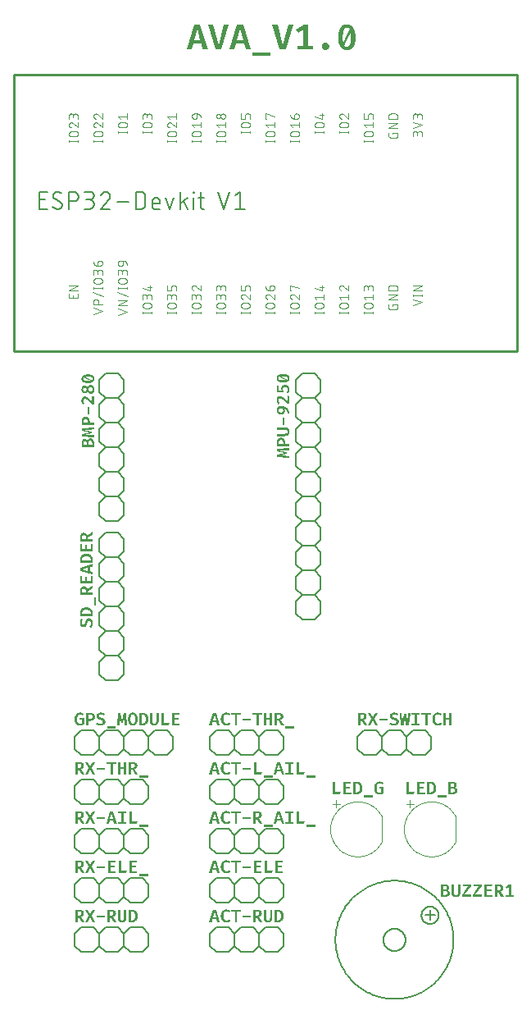
<source format=gbr>
G04 EAGLE Gerber RS-274X export*
G75*
%MOMM*%
%FSLAX34Y34*%
%LPD*%
%INSilkscreen Top*%
%IPPOS*%
%AMOC8*
5,1,8,0,0,1.08239X$1,22.5*%
G01*
G04 Define Apertures*
%ADD10C,0.076200*%
%ADD11C,0.152400*%
%ADD12C,0.254000*%
%ADD13C,0.120000*%
G36*
X-226586Y1019742D02*
X-226233Y1019760D01*
X-225887Y1019791D01*
X-225549Y1019833D01*
X-224893Y1019956D01*
X-224267Y1020127D01*
X-223669Y1020347D01*
X-223100Y1020616D01*
X-222559Y1020934D01*
X-222048Y1021301D01*
X-221566Y1021714D01*
X-221115Y1022172D01*
X-220695Y1022674D01*
X-220305Y1023220D01*
X-219947Y1023811D01*
X-219619Y1024446D01*
X-219322Y1025125D01*
X-219056Y1025849D01*
X-218820Y1026614D01*
X-218616Y1027419D01*
X-218444Y1028262D01*
X-218303Y1029145D01*
X-218193Y1030067D01*
X-218115Y1031028D01*
X-218068Y1032028D01*
X-218052Y1033067D01*
X-218061Y1033852D01*
X-218087Y1034614D01*
X-218132Y1035353D01*
X-218194Y1036069D01*
X-218273Y1036762D01*
X-218370Y1037432D01*
X-218486Y1038079D01*
X-218618Y1038704D01*
X-218769Y1039305D01*
X-218937Y1039884D01*
X-219123Y1040439D01*
X-219326Y1040971D01*
X-219547Y1041481D01*
X-219786Y1041968D01*
X-220043Y1042431D01*
X-220317Y1042872D01*
X-220608Y1043288D01*
X-220916Y1043677D01*
X-221240Y1044039D01*
X-221580Y1044375D01*
X-221937Y1044683D01*
X-222311Y1044965D01*
X-222700Y1045220D01*
X-223106Y1045448D01*
X-223529Y1045649D01*
X-223968Y1045823D01*
X-224423Y1045971D01*
X-224895Y1046092D01*
X-225383Y1046185D01*
X-225888Y1046253D01*
X-226408Y1046293D01*
X-226946Y1046306D01*
X-227483Y1046293D01*
X-228004Y1046253D01*
X-228508Y1046185D01*
X-228997Y1046092D01*
X-229468Y1045971D01*
X-229924Y1045823D01*
X-230362Y1045649D01*
X-230785Y1045448D01*
X-231191Y1045220D01*
X-231581Y1044965D01*
X-231954Y1044683D01*
X-232311Y1044375D01*
X-232651Y1044039D01*
X-232976Y1043677D01*
X-233283Y1043288D01*
X-233575Y1042872D01*
X-233849Y1042431D01*
X-234105Y1041968D01*
X-234344Y1041481D01*
X-234565Y1040971D01*
X-234769Y1040439D01*
X-234955Y1039884D01*
X-235123Y1039305D01*
X-235273Y1038704D01*
X-235406Y1038079D01*
X-235521Y1037432D01*
X-235618Y1036762D01*
X-235698Y1036069D01*
X-235760Y1035353D01*
X-235804Y1034614D01*
X-235831Y1033852D01*
X-235839Y1033067D01*
X-235831Y1032277D01*
X-235804Y1031511D01*
X-235760Y1030768D01*
X-235698Y1030047D01*
X-235618Y1029350D01*
X-235521Y1028675D01*
X-235406Y1028024D01*
X-235273Y1027396D01*
X-235123Y1026790D01*
X-234955Y1026208D01*
X-234769Y1025649D01*
X-234565Y1025112D01*
X-234344Y1024599D01*
X-234105Y1024109D01*
X-233849Y1023642D01*
X-233575Y1023197D01*
X-233283Y1022778D01*
X-232976Y1022386D01*
X-232651Y1022021D01*
X-232311Y1021683D01*
X-231954Y1021372D01*
X-231581Y1021088D01*
X-231191Y1020831D01*
X-230785Y1020601D01*
X-230362Y1020398D01*
X-229924Y1020222D01*
X-229468Y1020074D01*
X-228997Y1019952D01*
X-228508Y1019857D01*
X-228004Y1019790D01*
X-227483Y1019749D01*
X-226946Y1019736D01*
X-226586Y1019742D01*
G37*
G36*
X-385855Y1026125D02*
X-377477Y1026125D01*
X-375894Y1020288D01*
X-370535Y1020288D01*
X-378490Y1045754D01*
X-384677Y1045754D01*
X-392650Y1020288D01*
X-387439Y1020288D01*
X-385855Y1026125D01*
G37*
G36*
X-341668Y1026125D02*
X-333290Y1026125D01*
X-331706Y1020288D01*
X-326348Y1020288D01*
X-334303Y1045754D01*
X-340490Y1045754D01*
X-348463Y1020288D01*
X-343252Y1020288D01*
X-341668Y1026125D01*
G37*
G36*
X-348736Y1045754D02*
X-353892Y1045754D01*
X-359416Y1024615D01*
X-364885Y1045754D01*
X-370243Y1045754D01*
X-362510Y1020288D01*
X-356507Y1020288D01*
X-348736Y1045754D01*
G37*
G36*
X-282455Y1045754D02*
X-287611Y1045754D01*
X-293135Y1024615D01*
X-298604Y1045754D01*
X-303962Y1045754D01*
X-296228Y1020288D01*
X-290226Y1020288D01*
X-282455Y1045754D01*
G37*
G36*
X-262332Y1024026D02*
X-267285Y1024026D01*
X-267285Y1045754D01*
X-271575Y1045754D01*
X-279567Y1040856D01*
X-277486Y1037486D01*
X-272054Y1040856D01*
X-272054Y1024026D01*
X-278222Y1024026D01*
X-278222Y1020288D01*
X-262332Y1020288D01*
X-262332Y1024026D01*
G37*
G36*
X-306114Y1017416D02*
X-324527Y1017416D01*
X-324527Y1013493D01*
X-306114Y1013493D01*
X-306114Y1017416D01*
G37*
%LPC*%
G36*
X-230876Y1027921D02*
X-230947Y1028513D01*
X-231007Y1029153D01*
X-231057Y1029840D01*
X-231095Y1030575D01*
X-231122Y1031358D01*
X-231144Y1033067D01*
X-231128Y1034294D01*
X-231080Y1035432D01*
X-230999Y1036484D01*
X-230886Y1037447D01*
X-230741Y1038323D01*
X-230564Y1039111D01*
X-230354Y1039811D01*
X-230238Y1040128D01*
X-230113Y1040423D01*
X-229980Y1040698D01*
X-229838Y1040956D01*
X-229687Y1041196D01*
X-229528Y1041418D01*
X-229360Y1041622D01*
X-229184Y1041809D01*
X-228999Y1041978D01*
X-228805Y1042129D01*
X-228603Y1042262D01*
X-228392Y1042377D01*
X-228173Y1042475D01*
X-227945Y1042555D01*
X-227708Y1042617D01*
X-227462Y1042662D01*
X-227208Y1042688D01*
X-226946Y1042697D01*
X-226458Y1042677D01*
X-226007Y1042617D01*
X-225592Y1042516D01*
X-225215Y1042375D01*
X-224871Y1042188D01*
X-224557Y1041949D01*
X-224272Y1041659D01*
X-224018Y1041316D01*
X-226946Y1035294D01*
X-230794Y1027377D01*
X-230876Y1027921D01*
G37*
G36*
X-227373Y1023360D02*
X-227770Y1023404D01*
X-228137Y1023479D01*
X-228474Y1023584D01*
X-228785Y1023721D01*
X-229072Y1023892D01*
X-229337Y1024098D01*
X-229579Y1024339D01*
X-226946Y1029738D01*
X-222987Y1037854D01*
X-222890Y1036844D01*
X-222821Y1035709D01*
X-222780Y1034450D01*
X-222766Y1033067D01*
X-222773Y1032213D01*
X-222795Y1031402D01*
X-222831Y1030633D01*
X-222881Y1029907D01*
X-222946Y1029222D01*
X-223025Y1028580D01*
X-223118Y1027981D01*
X-223226Y1027423D01*
X-223348Y1026905D01*
X-223485Y1026424D01*
X-223635Y1025980D01*
X-223799Y1025573D01*
X-223978Y1025202D01*
X-224170Y1024868D01*
X-224377Y1024571D01*
X-224598Y1024311D01*
X-224834Y1024085D01*
X-225087Y1023888D01*
X-225355Y1023722D01*
X-225641Y1023586D01*
X-225942Y1023481D01*
X-226260Y1023405D01*
X-226595Y1023360D01*
X-226946Y1023345D01*
X-227373Y1023360D01*
G37*
%LPD*%
G36*
X-248798Y1019744D02*
X-248544Y1019768D01*
X-248295Y1019808D01*
X-248052Y1019865D01*
X-247814Y1019937D01*
X-247582Y1020026D01*
X-247355Y1020130D01*
X-247134Y1020251D01*
X-246719Y1020531D01*
X-246351Y1020857D01*
X-246029Y1021227D01*
X-245753Y1021641D01*
X-245634Y1021862D01*
X-245531Y1022088D01*
X-245444Y1022319D01*
X-245373Y1022555D01*
X-245317Y1022796D01*
X-245278Y1023041D01*
X-245254Y1023292D01*
X-245246Y1023547D01*
X-245254Y1023798D01*
X-245278Y1024045D01*
X-245317Y1024287D01*
X-245373Y1024525D01*
X-245444Y1024759D01*
X-245531Y1024989D01*
X-245634Y1025214D01*
X-245753Y1025435D01*
X-246029Y1025849D01*
X-246351Y1026219D01*
X-246719Y1026545D01*
X-247134Y1026825D01*
X-247355Y1026946D01*
X-247582Y1027050D01*
X-247814Y1027139D01*
X-248052Y1027211D01*
X-248295Y1027268D01*
X-248544Y1027308D01*
X-248798Y1027332D01*
X-249058Y1027340D01*
X-249313Y1027332D01*
X-249564Y1027308D01*
X-249809Y1027268D01*
X-250050Y1027211D01*
X-250286Y1027139D01*
X-250517Y1027050D01*
X-250743Y1026946D01*
X-250964Y1026825D01*
X-251378Y1026545D01*
X-251746Y1026219D01*
X-252068Y1025849D01*
X-252345Y1025435D01*
X-252463Y1025214D01*
X-252566Y1024989D01*
X-252653Y1024759D01*
X-252724Y1024525D01*
X-252780Y1024287D01*
X-252819Y1024045D01*
X-252843Y1023798D01*
X-252851Y1023547D01*
X-252843Y1023292D01*
X-252819Y1023041D01*
X-252780Y1022796D01*
X-252724Y1022555D01*
X-252653Y1022319D01*
X-252566Y1022088D01*
X-252463Y1021862D01*
X-252345Y1021641D01*
X-252068Y1021227D01*
X-251746Y1020857D01*
X-251378Y1020531D01*
X-250964Y1020251D01*
X-250743Y1020130D01*
X-250517Y1020026D01*
X-250286Y1019937D01*
X-250050Y1019865D01*
X-249809Y1019808D01*
X-249564Y1019768D01*
X-249313Y1019744D01*
X-249058Y1019736D01*
X-248798Y1019744D01*
G37*
%LPC*%
G36*
X-384953Y1029900D02*
X-381676Y1041979D01*
X-378416Y1029900D01*
X-384953Y1029900D01*
G37*
G36*
X-340766Y1029900D02*
X-337488Y1041979D01*
X-334229Y1029900D01*
X-340766Y1029900D01*
G37*
%LPD*%
G36*
X-488188Y614072D02*
X-488201Y614616D01*
X-488241Y615135D01*
X-488307Y615628D01*
X-488400Y616097D01*
X-488519Y616540D01*
X-488664Y616958D01*
X-488836Y617351D01*
X-489034Y617719D01*
X-489264Y618052D01*
X-489529Y618341D01*
X-489831Y618585D01*
X-490168Y618785D01*
X-490541Y618941D01*
X-490950Y619052D01*
X-491396Y619118D01*
X-491877Y619141D01*
X-492220Y619128D01*
X-492541Y619089D01*
X-492841Y619023D01*
X-493119Y618932D01*
X-493374Y618815D01*
X-493608Y618672D01*
X-493820Y618503D01*
X-494011Y618308D01*
X-494182Y618094D01*
X-494337Y617867D01*
X-494417Y617728D01*
X-494475Y617627D01*
X-494597Y617376D01*
X-494703Y617111D01*
X-494792Y616834D01*
X-494865Y616545D01*
X-494921Y616243D01*
X-494991Y616493D01*
X-495074Y616731D01*
X-495171Y616958D01*
X-495283Y617174D01*
X-495316Y617228D01*
X-495408Y617379D01*
X-495548Y617573D01*
X-495701Y617755D01*
X-495869Y617926D01*
X-496050Y618082D01*
X-496244Y618216D01*
X-496450Y618330D01*
X-496669Y618423D01*
X-496901Y618496D01*
X-497145Y618547D01*
X-497402Y618578D01*
X-497672Y618589D01*
X-498089Y618568D01*
X-498476Y618506D01*
X-498832Y618402D01*
X-499157Y618257D01*
X-499453Y618071D01*
X-499717Y617844D01*
X-499952Y617574D01*
X-500156Y617264D01*
X-500332Y616921D01*
X-500486Y616553D01*
X-500615Y616162D01*
X-500721Y615746D01*
X-500804Y615306D01*
X-500863Y614842D01*
X-500898Y614354D01*
X-500910Y613842D01*
X-500910Y610126D01*
X-488188Y610126D01*
X-488188Y614072D01*
G37*
G36*
X-493795Y676119D02*
X-493063Y676172D01*
X-492378Y676261D01*
X-491739Y676385D01*
X-491145Y676544D01*
X-490598Y676738D01*
X-490097Y676968D01*
X-489641Y677233D01*
X-489236Y677532D01*
X-488885Y677864D01*
X-488588Y678229D01*
X-488344Y678627D01*
X-488243Y678838D01*
X-488155Y679057D01*
X-488081Y679285D01*
X-488020Y679520D01*
X-487973Y679764D01*
X-487939Y680016D01*
X-487919Y680276D01*
X-487912Y680545D01*
X-487924Y680901D01*
X-487961Y681243D01*
X-488022Y681570D01*
X-488108Y681883D01*
X-488217Y682182D01*
X-488352Y682466D01*
X-488511Y682736D01*
X-488694Y682992D01*
X-488900Y683232D01*
X-489129Y683458D01*
X-489380Y683667D01*
X-489653Y683862D01*
X-489948Y684041D01*
X-490265Y684205D01*
X-490605Y684353D01*
X-490966Y684486D01*
X-491348Y684604D01*
X-491750Y684706D01*
X-492172Y684792D01*
X-492613Y684862D01*
X-493073Y684917D01*
X-493553Y684956D01*
X-494053Y684980D01*
X-494572Y684988D01*
X-495345Y684970D01*
X-496072Y684917D01*
X-496753Y684829D01*
X-497388Y684705D01*
X-497977Y684546D01*
X-498521Y684351D01*
X-499018Y684121D01*
X-499470Y683856D01*
X-499872Y683557D01*
X-500221Y683225D01*
X-500516Y682860D01*
X-500757Y682463D01*
X-500857Y682252D01*
X-500945Y682032D01*
X-501018Y681805D01*
X-501079Y681569D01*
X-501125Y681325D01*
X-501159Y681073D01*
X-501179Y680813D01*
X-501186Y680545D01*
X-501179Y680276D01*
X-501159Y680016D01*
X-501125Y679764D01*
X-501079Y679520D01*
X-501018Y679285D01*
X-500945Y679057D01*
X-500857Y678838D01*
X-500757Y678627D01*
X-500516Y678229D01*
X-500221Y677864D01*
X-499872Y677532D01*
X-499470Y677233D01*
X-499018Y676968D01*
X-498521Y676738D01*
X-497977Y676544D01*
X-497388Y676385D01*
X-496753Y676261D01*
X-496072Y676172D01*
X-495345Y676119D01*
X-494572Y676102D01*
X-493795Y676119D01*
G37*
G36*
X-491314Y664932D02*
X-491069Y664956D01*
X-490831Y664997D01*
X-490598Y665054D01*
X-490371Y665128D01*
X-490150Y665218D01*
X-489934Y665325D01*
X-489724Y665448D01*
X-489522Y665587D01*
X-489331Y665741D01*
X-489150Y665911D01*
X-488980Y666097D01*
X-488820Y666299D01*
X-488671Y666516D01*
X-488532Y666749D01*
X-488404Y666998D01*
X-488289Y667261D01*
X-488189Y667537D01*
X-488104Y667826D01*
X-488035Y668128D01*
X-487981Y668443D01*
X-487943Y668772D01*
X-487920Y669113D01*
X-487912Y669467D01*
X-487920Y669825D01*
X-487943Y670169D01*
X-487983Y670501D01*
X-488037Y670820D01*
X-488108Y671126D01*
X-488194Y671420D01*
X-488296Y671701D01*
X-488413Y671970D01*
X-488544Y672224D01*
X-488686Y672462D01*
X-488838Y672685D01*
X-489001Y672892D01*
X-489175Y673083D01*
X-489359Y673258D01*
X-489555Y673417D01*
X-489761Y673561D01*
X-489975Y673688D01*
X-490195Y673798D01*
X-490420Y673892D01*
X-490651Y673968D01*
X-490887Y674027D01*
X-491129Y674070D01*
X-491376Y674095D01*
X-491628Y674104D01*
X-491901Y674094D01*
X-492166Y674063D01*
X-492424Y674012D01*
X-492675Y673942D01*
X-492918Y673850D01*
X-493155Y673739D01*
X-493384Y673607D01*
X-493606Y673455D01*
X-493820Y673283D01*
X-494026Y673093D01*
X-494223Y672883D01*
X-494411Y672654D01*
X-494491Y672543D01*
X-494591Y672406D01*
X-494762Y672138D01*
X-494924Y671852D01*
X-495078Y671546D01*
X-495380Y672040D01*
X-495690Y672464D01*
X-496006Y672818D01*
X-496329Y673101D01*
X-496371Y673131D01*
X-496496Y673217D01*
X-496670Y673318D01*
X-496851Y673404D01*
X-497039Y673474D01*
X-497235Y673528D01*
X-497438Y673567D01*
X-497648Y673590D01*
X-497865Y673598D01*
X-498120Y673589D01*
X-498367Y673564D01*
X-498604Y673522D01*
X-498832Y673463D01*
X-499051Y673388D01*
X-499261Y673295D01*
X-499462Y673186D01*
X-499654Y673060D01*
X-500007Y672766D01*
X-500314Y672425D01*
X-500577Y672035D01*
X-500795Y671597D01*
X-500966Y671121D01*
X-501088Y670616D01*
X-501161Y670084D01*
X-501180Y669807D01*
X-501186Y669523D01*
X-501179Y669249D01*
X-501160Y668981D01*
X-501085Y668461D01*
X-500958Y667963D01*
X-500781Y667485D01*
X-500674Y667258D01*
X-500555Y667042D01*
X-500424Y666837D01*
X-500282Y666645D01*
X-499962Y666294D01*
X-499594Y665990D01*
X-499394Y665859D01*
X-499186Y665745D01*
X-498968Y665648D01*
X-498741Y665570D01*
X-498506Y665508D01*
X-498261Y665464D01*
X-498008Y665438D01*
X-497745Y665429D01*
X-497491Y665436D01*
X-497249Y665457D01*
X-497019Y665492D01*
X-496800Y665541D01*
X-496593Y665604D01*
X-496398Y665680D01*
X-496215Y665771D01*
X-496044Y665875D01*
X-495717Y666134D01*
X-495400Y666465D01*
X-495092Y666868D01*
X-494793Y667343D01*
X-494661Y667065D01*
X-494520Y666804D01*
X-494369Y666558D01*
X-494209Y666327D01*
X-494038Y666113D01*
X-493858Y665914D01*
X-493668Y665730D01*
X-493468Y665563D01*
X-493259Y665413D01*
X-493042Y665283D01*
X-492817Y665173D01*
X-492583Y665083D01*
X-492341Y665013D01*
X-492090Y664963D01*
X-491831Y664933D01*
X-491564Y664923D01*
X-491314Y664932D01*
G37*
G36*
X-488188Y622482D02*
X-494029Y622656D01*
X-494646Y622670D01*
X-495483Y622675D01*
X-496327Y622667D01*
X-497150Y622645D01*
X-497951Y622608D01*
X-498730Y622555D01*
X-490396Y624358D01*
X-490396Y626400D01*
X-498730Y628084D01*
X-498027Y628039D01*
X-497315Y628008D01*
X-496596Y627989D01*
X-495869Y627983D01*
X-494944Y627992D01*
X-494048Y628019D01*
X-488188Y628258D01*
X-488188Y630503D01*
X-500910Y629785D01*
X-500910Y626989D01*
X-492511Y625425D01*
X-500910Y623788D01*
X-500910Y620991D01*
X-488188Y620274D01*
X-488188Y622482D01*
G37*
G36*
X-488188Y634911D02*
X-492594Y634911D01*
X-492594Y636374D01*
X-492611Y636938D01*
X-492660Y637472D01*
X-492743Y637975D01*
X-492859Y638448D01*
X-493007Y638890D01*
X-493189Y639302D01*
X-493404Y639684D01*
X-493652Y640035D01*
X-493933Y640350D01*
X-494249Y640622D01*
X-494598Y640853D01*
X-494981Y641042D01*
X-495398Y641189D01*
X-495849Y641294D01*
X-496334Y641357D01*
X-496853Y641378D01*
X-497343Y641357D01*
X-497802Y641293D01*
X-498229Y641186D01*
X-498625Y641037D01*
X-498989Y640846D01*
X-499322Y640612D01*
X-499624Y640336D01*
X-499893Y640016D01*
X-500132Y639658D01*
X-500338Y639263D01*
X-500513Y638832D01*
X-500656Y638365D01*
X-500767Y637862D01*
X-500846Y637322D01*
X-500894Y636747D01*
X-500910Y636135D01*
X-500910Y632391D01*
X-488188Y632391D01*
X-488188Y634911D01*
G37*
G36*
X-497975Y655345D02*
X-498300Y655618D01*
X-498576Y655892D01*
X-498802Y656167D01*
X-498978Y656445D01*
X-499111Y656738D01*
X-499206Y657060D01*
X-499263Y657411D01*
X-499282Y657792D01*
X-499274Y658011D01*
X-499250Y658218D01*
X-499211Y658412D01*
X-499156Y658594D01*
X-499086Y658763D01*
X-499000Y658919D01*
X-498898Y659064D01*
X-498780Y659195D01*
X-498649Y659313D01*
X-498506Y659414D01*
X-498351Y659501D01*
X-498184Y659571D01*
X-498005Y659626D01*
X-497814Y659665D01*
X-497611Y659689D01*
X-497396Y659696D01*
X-497179Y659689D01*
X-496962Y659666D01*
X-496744Y659628D01*
X-496524Y659575D01*
X-496083Y659422D01*
X-495639Y659209D01*
X-495169Y658923D01*
X-494651Y658552D01*
X-494086Y658097D01*
X-493473Y657558D01*
X-492776Y656904D01*
X-491958Y656106D01*
X-489963Y654076D01*
X-488188Y654076D01*
X-488188Y662217D01*
X-490092Y662484D01*
X-490092Y656854D01*
X-490987Y657830D01*
X-491803Y658689D01*
X-492541Y659431D01*
X-493201Y660055D01*
X-493809Y660582D01*
X-494389Y661029D01*
X-494942Y661398D01*
X-495469Y661688D01*
X-495985Y661907D01*
X-496246Y661993D01*
X-496509Y662064D01*
X-496774Y662119D01*
X-497041Y662158D01*
X-497309Y662181D01*
X-497580Y662189D01*
X-497828Y662182D01*
X-498070Y662159D01*
X-498306Y662121D01*
X-498537Y662067D01*
X-498761Y661999D01*
X-498980Y661915D01*
X-499194Y661816D01*
X-499401Y661702D01*
X-499601Y661573D01*
X-499790Y661429D01*
X-499968Y661271D01*
X-500136Y661099D01*
X-500293Y660913D01*
X-500440Y660712D01*
X-500577Y660496D01*
X-500703Y660267D01*
X-500816Y660024D01*
X-500914Y659769D01*
X-500997Y659503D01*
X-501065Y659225D01*
X-501118Y658935D01*
X-501156Y658633D01*
X-501178Y658320D01*
X-501186Y657995D01*
X-501178Y657651D01*
X-501153Y657320D01*
X-501113Y657000D01*
X-501056Y656693D01*
X-500983Y656398D01*
X-500893Y656115D01*
X-500788Y655844D01*
X-500666Y655585D01*
X-500528Y655336D01*
X-500375Y655095D01*
X-500207Y654862D01*
X-500023Y654637D01*
X-499824Y654420D01*
X-499610Y654212D01*
X-499134Y653818D01*
X-497975Y655345D01*
G37*
%LPC*%
G36*
X-499070Y634911D02*
X-499070Y636227D01*
X-499061Y636534D01*
X-499035Y636822D01*
X-498991Y637089D01*
X-498930Y637337D01*
X-498852Y637565D01*
X-498756Y637774D01*
X-498642Y637962D01*
X-498511Y638131D01*
X-498363Y638279D01*
X-498197Y638408D01*
X-498014Y638517D01*
X-497813Y638607D01*
X-497594Y638676D01*
X-497359Y638726D01*
X-497105Y638755D01*
X-496835Y638765D01*
X-496547Y638756D01*
X-496279Y638727D01*
X-496028Y638679D01*
X-495796Y638611D01*
X-495583Y638525D01*
X-495389Y638419D01*
X-495212Y638294D01*
X-495055Y638149D01*
X-494916Y637985D01*
X-494795Y637802D01*
X-494693Y637600D01*
X-494610Y637379D01*
X-494545Y637138D01*
X-494499Y636878D01*
X-494471Y636599D01*
X-494462Y636300D01*
X-494462Y634911D01*
X-499070Y634911D01*
G37*
%LPD*%
G36*
X-492981Y651333D02*
X-494912Y651333D01*
X-494912Y643569D01*
X-492981Y643569D01*
X-492981Y651333D01*
G37*
%LPC*%
G36*
X-492065Y667403D02*
X-492431Y667473D01*
X-492774Y667589D01*
X-493093Y667752D01*
X-493388Y667961D01*
X-493660Y668218D01*
X-493907Y668520D01*
X-494130Y668870D01*
X-493788Y669791D01*
X-493628Y670162D01*
X-493477Y670475D01*
X-493321Y670741D01*
X-493147Y670975D01*
X-492956Y671176D01*
X-492746Y671344D01*
X-492512Y671477D01*
X-492248Y671572D01*
X-491953Y671629D01*
X-491628Y671648D01*
X-491363Y671633D01*
X-491111Y671588D01*
X-490871Y671513D01*
X-490644Y671408D01*
X-490435Y671274D01*
X-490250Y671108D01*
X-490088Y670913D01*
X-489950Y670686D01*
X-489839Y670432D01*
X-489760Y670152D01*
X-489712Y669845D01*
X-489697Y669513D01*
X-489705Y669261D01*
X-489730Y669025D01*
X-489772Y668803D01*
X-489830Y668597D01*
X-489905Y668406D01*
X-489997Y668231D01*
X-490105Y668071D01*
X-490230Y667927D01*
X-490369Y667798D01*
X-490520Y667687D01*
X-490683Y667593D01*
X-490858Y667516D01*
X-491044Y667456D01*
X-491243Y667414D01*
X-491453Y667388D01*
X-491674Y667379D01*
X-492065Y667403D01*
G37*
G36*
X-493937Y612646D02*
X-493937Y614210D01*
X-493930Y614478D01*
X-493909Y614731D01*
X-493874Y614968D01*
X-493825Y615190D01*
X-493761Y615396D01*
X-493684Y615586D01*
X-493592Y615761D01*
X-493486Y615921D01*
X-493364Y616063D01*
X-493221Y616187D01*
X-493058Y616291D01*
X-492875Y616376D01*
X-492672Y616443D01*
X-492448Y616490D01*
X-492205Y616519D01*
X-491941Y616528D01*
X-491685Y616518D01*
X-491449Y616486D01*
X-491235Y616434D01*
X-491041Y616360D01*
X-490868Y616266D01*
X-490716Y616150D01*
X-490584Y616014D01*
X-490474Y615857D01*
X-490380Y615682D01*
X-490299Y615495D01*
X-490230Y615295D01*
X-490174Y615082D01*
X-490130Y614856D01*
X-490099Y614617D01*
X-490080Y614365D01*
X-490074Y614100D01*
X-490074Y612646D01*
X-493937Y612646D01*
G37*
G36*
X-495185Y678455D02*
X-495754Y678480D01*
X-496279Y678520D01*
X-496760Y678576D01*
X-497197Y678649D01*
X-497591Y678737D01*
X-497941Y678842D01*
X-498247Y678963D01*
X-498513Y679100D01*
X-498744Y679255D01*
X-498939Y679427D01*
X-499099Y679616D01*
X-499223Y679822D01*
X-499312Y680046D01*
X-499365Y680287D01*
X-499383Y680545D01*
X-499373Y680788D01*
X-499343Y681014D01*
X-499292Y681221D01*
X-499222Y681409D01*
X-499128Y681581D01*
X-499009Y681738D01*
X-498864Y681880D01*
X-498693Y682007D01*
X-495684Y680545D01*
X-491730Y678622D01*
X-492297Y678546D01*
X-492960Y678491D01*
X-493718Y678458D01*
X-494572Y678447D01*
X-495185Y678455D01*
G37*
G36*
X-492909Y680545D02*
X-496964Y682522D01*
X-496459Y682571D01*
X-495892Y682605D01*
X-495263Y682626D01*
X-494572Y682633D01*
X-493740Y682618D01*
X-492993Y682575D01*
X-492331Y682503D01*
X-491753Y682403D01*
X-491253Y682274D01*
X-490828Y682117D01*
X-490476Y681931D01*
X-490328Y681828D01*
X-490198Y681718D01*
X-490085Y681600D01*
X-489987Y681474D01*
X-489904Y681339D01*
X-489836Y681197D01*
X-489783Y681046D01*
X-489745Y680887D01*
X-489723Y680720D01*
X-489715Y680545D01*
X-489722Y680331D01*
X-489745Y680133D01*
X-489782Y679950D01*
X-489835Y679781D01*
X-489903Y679626D01*
X-489989Y679482D01*
X-490092Y679350D01*
X-490212Y679229D01*
X-492909Y680545D01*
G37*
G36*
X-499070Y612646D02*
X-499070Y613916D01*
X-499064Y614174D01*
X-499046Y614416D01*
X-499016Y614640D01*
X-498973Y614848D01*
X-498919Y615039D01*
X-498853Y615214D01*
X-498774Y615371D01*
X-498684Y615512D01*
X-498580Y615636D01*
X-498462Y615743D01*
X-498329Y615834D01*
X-498182Y615908D01*
X-498021Y615966D01*
X-497846Y616008D01*
X-497655Y616032D01*
X-497451Y616041D01*
X-497231Y616033D01*
X-497027Y616010D01*
X-496838Y615972D01*
X-496665Y615919D01*
X-496507Y615850D01*
X-496365Y615766D01*
X-496238Y615667D01*
X-496126Y615553D01*
X-496029Y615423D01*
X-495945Y615275D01*
X-495874Y615110D01*
X-495816Y614928D01*
X-495771Y614728D01*
X-495738Y614511D01*
X-495719Y614277D01*
X-495713Y614026D01*
X-495713Y612646D01*
X-499070Y612646D01*
G37*
G36*
X-497942Y667764D02*
X-498135Y667786D01*
X-498315Y667822D01*
X-498484Y667873D01*
X-498640Y667938D01*
X-498783Y668018D01*
X-498914Y668112D01*
X-499033Y668221D01*
X-499139Y668343D01*
X-499230Y668477D01*
X-499308Y668622D01*
X-499371Y668779D01*
X-499421Y668947D01*
X-499456Y669127D01*
X-499477Y669319D01*
X-499484Y669523D01*
X-499477Y669726D01*
X-499454Y669917D01*
X-499417Y670097D01*
X-499366Y670264D01*
X-499299Y670420D01*
X-499218Y670564D01*
X-499121Y670695D01*
X-499010Y670815D01*
X-498887Y670922D01*
X-498753Y671014D01*
X-498609Y671093D01*
X-498455Y671157D01*
X-498291Y671206D01*
X-498116Y671242D01*
X-497931Y671263D01*
X-497814Y671268D01*
X-497736Y671270D01*
X-497425Y671251D01*
X-497135Y671195D01*
X-496866Y671100D01*
X-496619Y670967D01*
X-496381Y670789D01*
X-496144Y670560D01*
X-495905Y670279D01*
X-495667Y669946D01*
X-495939Y669243D01*
X-496073Y668951D01*
X-496205Y668699D01*
X-496342Y668481D01*
X-496493Y668291D01*
X-496657Y668129D01*
X-496835Y667996D01*
X-497029Y667891D01*
X-497244Y667816D01*
X-497480Y667771D01*
X-497736Y667757D01*
X-497942Y667764D01*
G37*
%LPD*%
G36*
X-125032Y146063D02*
X-124513Y146103D01*
X-124020Y146169D01*
X-123551Y146262D01*
X-123108Y146381D01*
X-122690Y146526D01*
X-122297Y146698D01*
X-121929Y146896D01*
X-121596Y147126D01*
X-121307Y147391D01*
X-121063Y147693D01*
X-120863Y148030D01*
X-120707Y148403D01*
X-120596Y148812D01*
X-120530Y149258D01*
X-120507Y149739D01*
X-120520Y150082D01*
X-120559Y150403D01*
X-120625Y150703D01*
X-120716Y150981D01*
X-120833Y151236D01*
X-120976Y151470D01*
X-121145Y151682D01*
X-121340Y151873D01*
X-121554Y152044D01*
X-121781Y152199D01*
X-121920Y152279D01*
X-122021Y152337D01*
X-122272Y152459D01*
X-122537Y152565D01*
X-122814Y152654D01*
X-123103Y152727D01*
X-123405Y152783D01*
X-123155Y152853D01*
X-122917Y152936D01*
X-122690Y153033D01*
X-122474Y153145D01*
X-122420Y153178D01*
X-122269Y153270D01*
X-122075Y153410D01*
X-121893Y153563D01*
X-121722Y153731D01*
X-121566Y153912D01*
X-121432Y154106D01*
X-121318Y154312D01*
X-121225Y154531D01*
X-121153Y154763D01*
X-121101Y155007D01*
X-121070Y155264D01*
X-121059Y155534D01*
X-121080Y155951D01*
X-121142Y156338D01*
X-121246Y156694D01*
X-121391Y157019D01*
X-121577Y157315D01*
X-121804Y157579D01*
X-122074Y157814D01*
X-122384Y158018D01*
X-122727Y158194D01*
X-123095Y158348D01*
X-123486Y158477D01*
X-123902Y158583D01*
X-124342Y158666D01*
X-124806Y158725D01*
X-125294Y158760D01*
X-125806Y158772D01*
X-129522Y158772D01*
X-129522Y146050D01*
X-125576Y146050D01*
X-125032Y146063D01*
G37*
G36*
X-71790Y151118D02*
X-70631Y151118D01*
X-67623Y146050D01*
X-64735Y146050D01*
X-68221Y151514D01*
X-67918Y151625D01*
X-67631Y151750D01*
X-67359Y151890D01*
X-67102Y152044D01*
X-66861Y152213D01*
X-66635Y152396D01*
X-66425Y152594D01*
X-66230Y152806D01*
X-66054Y153033D01*
X-65902Y153274D01*
X-65773Y153528D01*
X-65667Y153796D01*
X-65585Y154079D01*
X-65527Y154375D01*
X-65492Y154685D01*
X-65480Y155010D01*
X-65500Y155465D01*
X-65559Y155891D01*
X-65659Y156288D01*
X-65797Y156656D01*
X-65976Y156994D01*
X-66194Y157302D01*
X-66452Y157581D01*
X-66749Y157831D01*
X-67087Y158052D01*
X-67463Y158243D01*
X-67880Y158404D01*
X-68336Y158537D01*
X-68832Y158640D01*
X-69368Y158713D01*
X-69943Y158757D01*
X-70558Y158772D01*
X-74302Y158772D01*
X-74302Y146050D01*
X-71790Y146050D01*
X-71790Y151118D01*
G37*
G36*
X-113914Y145783D02*
X-113573Y145810D01*
X-113244Y145854D01*
X-112928Y145917D01*
X-112625Y145997D01*
X-112335Y146095D01*
X-112058Y146211D01*
X-111794Y146344D01*
X-111545Y146494D01*
X-111310Y146657D01*
X-111092Y146835D01*
X-110889Y147026D01*
X-110702Y147232D01*
X-110531Y147451D01*
X-110375Y147684D01*
X-110235Y147931D01*
X-110111Y148190D01*
X-110004Y148458D01*
X-109913Y148736D01*
X-109838Y149022D01*
X-109781Y149318D01*
X-109739Y149624D01*
X-109714Y149939D01*
X-109706Y150263D01*
X-109706Y158772D01*
X-112236Y158772D01*
X-112236Y150971D01*
X-112248Y150436D01*
X-112284Y149953D01*
X-112344Y149521D01*
X-112429Y149141D01*
X-112541Y148808D01*
X-112685Y148520D01*
X-112861Y148275D01*
X-113068Y148074D01*
X-113311Y147917D01*
X-113591Y147805D01*
X-113911Y147737D01*
X-114269Y147715D01*
X-114626Y147737D01*
X-114945Y147805D01*
X-115224Y147917D01*
X-115465Y148074D01*
X-115670Y148275D01*
X-115844Y148520D01*
X-115987Y148808D01*
X-116099Y149141D01*
X-116184Y149521D01*
X-116244Y149953D01*
X-116280Y150436D01*
X-116292Y150971D01*
X-116292Y158772D01*
X-118813Y158772D01*
X-118813Y150263D01*
X-118805Y149932D01*
X-118780Y149612D01*
X-118740Y149302D01*
X-118683Y149003D01*
X-118610Y148714D01*
X-118521Y148435D01*
X-118415Y148166D01*
X-118293Y147908D01*
X-118155Y147662D01*
X-118002Y147430D01*
X-117833Y147213D01*
X-117648Y147009D01*
X-117448Y146819D01*
X-117232Y146644D01*
X-117000Y146482D01*
X-116752Y146335D01*
X-116490Y146204D01*
X-116214Y146090D01*
X-115925Y145993D01*
X-115621Y145914D01*
X-115304Y145853D01*
X-114972Y145809D01*
X-114627Y145783D01*
X-114269Y145774D01*
X-113914Y145783D01*
G37*
G36*
X-76769Y147899D02*
X-82242Y147899D01*
X-82242Y151597D01*
X-77735Y151597D01*
X-77735Y153427D01*
X-82242Y153427D01*
X-82242Y156914D01*
X-77091Y156914D01*
X-76833Y158772D01*
X-84762Y158772D01*
X-84762Y146050D01*
X-76769Y146050D01*
X-76769Y147899D01*
G37*
G36*
X-98629Y148092D02*
X-104902Y148092D01*
X-98712Y156840D01*
X-98712Y158772D01*
X-107156Y158772D01*
X-107156Y156785D01*
X-101545Y156785D01*
X-107818Y147963D01*
X-107818Y146050D01*
X-98905Y146050D01*
X-98629Y148092D01*
G37*
G36*
X-87598Y148092D02*
X-93871Y148092D01*
X-87680Y156840D01*
X-87680Y158772D01*
X-96125Y158772D01*
X-96125Y156785D01*
X-90514Y156785D01*
X-96787Y147963D01*
X-96787Y146050D01*
X-87874Y146050D01*
X-87598Y148092D01*
G37*
G36*
X-54706Y147917D02*
X-57181Y147917D01*
X-57181Y158772D01*
X-59324Y158772D01*
X-63316Y156325D01*
X-62277Y154642D01*
X-59563Y156325D01*
X-59563Y147917D01*
X-62645Y147917D01*
X-62645Y146050D01*
X-54706Y146050D01*
X-54706Y147917D01*
G37*
%LPC*%
G36*
X-127002Y147936D02*
X-127002Y151799D01*
X-125438Y151799D01*
X-125170Y151792D01*
X-124917Y151771D01*
X-124680Y151736D01*
X-124458Y151687D01*
X-124252Y151623D01*
X-124062Y151546D01*
X-123887Y151454D01*
X-123727Y151348D01*
X-123585Y151226D01*
X-123461Y151083D01*
X-123357Y150920D01*
X-123272Y150737D01*
X-123205Y150534D01*
X-123158Y150310D01*
X-123129Y150067D01*
X-123120Y149803D01*
X-123130Y149547D01*
X-123162Y149311D01*
X-123214Y149097D01*
X-123288Y148903D01*
X-123382Y148730D01*
X-123498Y148578D01*
X-123634Y148446D01*
X-123791Y148336D01*
X-123966Y148242D01*
X-124153Y148161D01*
X-124353Y148092D01*
X-124566Y148036D01*
X-124792Y147992D01*
X-125032Y147961D01*
X-125283Y147942D01*
X-125548Y147936D01*
X-127002Y147936D01*
G37*
G36*
X-71790Y152903D02*
X-71790Y156950D01*
X-70493Y156950D01*
X-70199Y156943D01*
X-69925Y156921D01*
X-69670Y156885D01*
X-69434Y156834D01*
X-69218Y156769D01*
X-69021Y156689D01*
X-68844Y156595D01*
X-68686Y156486D01*
X-68547Y156361D01*
X-68426Y156219D01*
X-68324Y156061D01*
X-68241Y155885D01*
X-68176Y155691D01*
X-68130Y155481D01*
X-68102Y155254D01*
X-68092Y155010D01*
X-68102Y154745D01*
X-68129Y154499D01*
X-68175Y154271D01*
X-68238Y154062D01*
X-68321Y153871D01*
X-68421Y153699D01*
X-68540Y153545D01*
X-68677Y153409D01*
X-68831Y153290D01*
X-69004Y153188D01*
X-69194Y153101D01*
X-69402Y153030D01*
X-69628Y152974D01*
X-69871Y152935D01*
X-70132Y152911D01*
X-70411Y152903D01*
X-71790Y152903D01*
G37*
G36*
X-127002Y153575D02*
X-127002Y156932D01*
X-125732Y156932D01*
X-125474Y156926D01*
X-125232Y156908D01*
X-125008Y156878D01*
X-124800Y156835D01*
X-124609Y156781D01*
X-124434Y156715D01*
X-124277Y156636D01*
X-124136Y156546D01*
X-124012Y156442D01*
X-123905Y156324D01*
X-123814Y156191D01*
X-123740Y156044D01*
X-123682Y155883D01*
X-123640Y155708D01*
X-123616Y155517D01*
X-123607Y155313D01*
X-123615Y155093D01*
X-123638Y154889D01*
X-123676Y154700D01*
X-123729Y154527D01*
X-123798Y154369D01*
X-123882Y154227D01*
X-123981Y154100D01*
X-124095Y153988D01*
X-124225Y153891D01*
X-124373Y153807D01*
X-124538Y153736D01*
X-124720Y153678D01*
X-124920Y153633D01*
X-125137Y153600D01*
X-125371Y153581D01*
X-125622Y153575D01*
X-127002Y153575D01*
G37*
%LPD*%
G36*
X-504899Y277356D02*
X-503740Y277356D01*
X-500732Y272288D01*
X-497843Y272288D01*
X-501329Y277752D01*
X-501027Y277863D01*
X-500739Y277988D01*
X-500467Y278128D01*
X-500211Y278282D01*
X-499969Y278451D01*
X-499744Y278634D01*
X-499533Y278832D01*
X-499338Y279044D01*
X-499162Y279271D01*
X-499010Y279512D01*
X-498881Y279766D01*
X-498776Y280034D01*
X-498694Y280317D01*
X-498635Y280613D01*
X-498600Y280923D01*
X-498588Y281248D01*
X-498608Y281703D01*
X-498668Y282129D01*
X-498767Y282526D01*
X-498906Y282894D01*
X-499084Y283232D01*
X-499302Y283540D01*
X-499560Y283819D01*
X-499858Y284069D01*
X-500195Y284290D01*
X-500572Y284481D01*
X-500988Y284642D01*
X-501444Y284775D01*
X-501940Y284878D01*
X-502476Y284951D01*
X-503051Y284995D01*
X-503666Y285010D01*
X-507410Y285010D01*
X-507410Y272288D01*
X-504899Y272288D01*
X-504899Y277356D01*
G37*
G36*
X-449742Y277356D02*
X-448583Y277356D01*
X-445575Y272288D01*
X-442687Y272288D01*
X-446173Y277752D01*
X-445870Y277863D01*
X-445583Y277988D01*
X-445311Y278128D01*
X-445054Y278282D01*
X-444813Y278451D01*
X-444587Y278634D01*
X-444377Y278832D01*
X-444182Y279044D01*
X-444006Y279271D01*
X-443854Y279512D01*
X-443725Y279766D01*
X-443619Y280034D01*
X-443537Y280317D01*
X-443479Y280613D01*
X-443444Y280923D01*
X-443432Y281248D01*
X-443452Y281703D01*
X-443511Y282129D01*
X-443611Y282526D01*
X-443749Y282894D01*
X-443928Y283232D01*
X-444146Y283540D01*
X-444404Y283819D01*
X-444701Y284069D01*
X-445039Y284290D01*
X-445415Y284481D01*
X-445832Y284642D01*
X-446288Y284775D01*
X-446784Y284878D01*
X-447320Y284951D01*
X-447895Y284995D01*
X-448510Y285010D01*
X-452254Y285010D01*
X-452254Y272288D01*
X-449742Y272288D01*
X-449742Y277356D01*
G37*
G36*
X-460958Y277881D02*
X-457278Y277881D01*
X-457278Y272288D01*
X-454758Y272288D01*
X-454758Y285010D01*
X-457278Y285010D01*
X-457278Y279951D01*
X-460958Y279951D01*
X-460958Y285010D01*
X-463478Y285010D01*
X-463478Y272288D01*
X-460958Y272288D01*
X-460958Y277881D01*
G37*
G36*
X-492248Y277458D02*
X-489682Y272288D01*
X-486931Y272288D01*
X-490740Y279169D01*
X-487281Y285010D01*
X-489958Y285010D01*
X-492212Y280640D01*
X-494438Y285010D01*
X-497188Y285010D01*
X-493739Y279049D01*
X-497492Y272288D01*
X-494806Y272288D01*
X-492248Y277458D01*
G37*
G36*
X-468916Y283032D02*
X-465347Y283032D01*
X-465090Y285010D01*
X-475144Y285010D01*
X-475144Y283032D01*
X-471428Y283032D01*
X-471428Y272288D01*
X-468916Y272288D01*
X-468916Y283032D01*
G37*
G36*
X-432456Y270853D02*
X-441655Y270853D01*
X-441655Y268894D01*
X-432456Y268894D01*
X-432456Y270853D01*
G37*
G36*
X-477298Y279012D02*
X-485062Y279012D01*
X-485062Y277081D01*
X-477298Y277081D01*
X-477298Y279012D01*
G37*
%LPC*%
G36*
X-504899Y279141D02*
X-504899Y283188D01*
X-503602Y283188D01*
X-503308Y283181D01*
X-503033Y283159D01*
X-502778Y283123D01*
X-502543Y283072D01*
X-502326Y283007D01*
X-502129Y282927D01*
X-501952Y282833D01*
X-501794Y282724D01*
X-501655Y282599D01*
X-501534Y282457D01*
X-501432Y282299D01*
X-501349Y282123D01*
X-501284Y281929D01*
X-501238Y281719D01*
X-501210Y281492D01*
X-501201Y281248D01*
X-501210Y280983D01*
X-501237Y280737D01*
X-501283Y280509D01*
X-501347Y280300D01*
X-501429Y280109D01*
X-501529Y279937D01*
X-501648Y279783D01*
X-501785Y279647D01*
X-501940Y279528D01*
X-502112Y279426D01*
X-502302Y279339D01*
X-502510Y279268D01*
X-502736Y279212D01*
X-502979Y279173D01*
X-503240Y279149D01*
X-503519Y279141D01*
X-504899Y279141D01*
G37*
G36*
X-449742Y279141D02*
X-449742Y283188D01*
X-448445Y283188D01*
X-448151Y283181D01*
X-447877Y283159D01*
X-447622Y283123D01*
X-447386Y283072D01*
X-447170Y283007D01*
X-446973Y282927D01*
X-446796Y282833D01*
X-446638Y282724D01*
X-446499Y282599D01*
X-446378Y282457D01*
X-446276Y282299D01*
X-446193Y282123D01*
X-446128Y281929D01*
X-446082Y281719D01*
X-446054Y281492D01*
X-446044Y281248D01*
X-446054Y280983D01*
X-446081Y280737D01*
X-446127Y280509D01*
X-446190Y280300D01*
X-446273Y280109D01*
X-446373Y279937D01*
X-446492Y279783D01*
X-446629Y279647D01*
X-446783Y279528D01*
X-446956Y279426D01*
X-447146Y279339D01*
X-447354Y279268D01*
X-447580Y279212D01*
X-447823Y279173D01*
X-448084Y279149D01*
X-448363Y279141D01*
X-449742Y279141D01*
G37*
%LPD*%
G36*
X-299011Y328156D02*
X-297852Y328156D01*
X-294844Y323088D01*
X-291956Y323088D01*
X-295442Y328552D01*
X-295139Y328663D01*
X-294852Y328788D01*
X-294580Y328928D01*
X-294323Y329082D01*
X-294082Y329251D01*
X-293856Y329434D01*
X-293646Y329632D01*
X-293450Y329844D01*
X-293275Y330071D01*
X-293122Y330312D01*
X-292994Y330566D01*
X-292888Y330834D01*
X-292806Y331117D01*
X-292748Y331413D01*
X-292712Y331723D01*
X-292701Y332048D01*
X-292721Y332503D01*
X-292780Y332929D01*
X-292879Y333326D01*
X-293018Y333694D01*
X-293197Y334032D01*
X-293415Y334340D01*
X-293673Y334619D01*
X-293970Y334869D01*
X-294307Y335090D01*
X-294684Y335281D01*
X-295101Y335442D01*
X-295557Y335575D01*
X-296053Y335678D01*
X-296588Y335751D01*
X-297164Y335795D01*
X-297778Y335810D01*
X-301522Y335810D01*
X-301522Y323088D01*
X-299011Y323088D01*
X-299011Y328156D01*
G37*
G36*
X-365668Y326004D02*
X-361482Y326004D01*
X-360691Y323088D01*
X-358014Y323088D01*
X-361988Y335810D01*
X-365079Y335810D01*
X-369062Y323088D01*
X-366459Y323088D01*
X-365668Y326004D01*
G37*
G36*
X-310226Y328681D02*
X-306547Y328681D01*
X-306547Y323088D01*
X-304026Y323088D01*
X-304026Y335810D01*
X-306547Y335810D01*
X-306547Y330751D01*
X-310226Y330751D01*
X-310226Y335810D01*
X-312747Y335810D01*
X-312747Y323088D01*
X-310226Y323088D01*
X-310226Y328681D01*
G37*
G36*
X-351135Y322818D02*
X-350833Y322837D01*
X-350537Y322868D01*
X-350249Y322912D01*
X-349692Y323037D01*
X-349163Y323212D01*
X-348662Y323437D01*
X-348188Y323712D01*
X-347742Y324037D01*
X-347323Y324413D01*
X-348510Y325912D01*
X-348832Y325664D01*
X-349154Y325445D01*
X-349476Y325255D01*
X-349798Y325093D01*
X-350135Y324965D01*
X-350504Y324873D01*
X-350903Y324817D01*
X-351334Y324799D01*
X-351699Y324817D01*
X-352046Y324871D01*
X-352373Y324960D01*
X-352681Y325085D01*
X-352969Y325246D01*
X-353239Y325443D01*
X-353490Y325676D01*
X-353721Y325944D01*
X-353929Y326250D01*
X-354110Y326594D01*
X-354262Y326977D01*
X-354387Y327399D01*
X-354484Y327859D01*
X-354553Y328358D01*
X-354595Y328896D01*
X-354609Y329472D01*
X-354602Y329870D01*
X-354582Y330250D01*
X-354548Y330612D01*
X-354501Y330955D01*
X-354440Y331281D01*
X-354366Y331588D01*
X-354278Y331878D01*
X-354177Y332149D01*
X-354064Y332402D01*
X-353942Y332638D01*
X-353810Y332856D01*
X-353669Y333057D01*
X-353519Y333240D01*
X-353360Y333406D01*
X-353191Y333554D01*
X-353013Y333685D01*
X-352827Y333799D01*
X-352635Y333898D01*
X-352437Y333982D01*
X-352232Y334051D01*
X-352022Y334104D01*
X-351805Y334142D01*
X-351582Y334165D01*
X-351353Y334172D01*
X-350998Y334158D01*
X-350653Y334114D01*
X-350318Y334041D01*
X-349991Y333938D01*
X-349674Y333806D01*
X-349366Y333645D01*
X-349067Y333454D01*
X-348777Y333234D01*
X-347498Y334752D01*
X-347918Y335066D01*
X-348350Y335338D01*
X-348794Y335568D01*
X-349251Y335755D01*
X-349734Y335900D01*
X-350261Y336003D01*
X-350831Y336065D01*
X-351444Y336086D01*
X-351847Y336074D01*
X-352239Y336037D01*
X-352621Y335976D01*
X-352993Y335891D01*
X-353356Y335782D01*
X-353708Y335649D01*
X-354051Y335491D01*
X-354383Y335308D01*
X-354703Y335103D01*
X-355004Y334875D01*
X-355289Y334625D01*
X-355556Y334352D01*
X-355806Y334057D01*
X-356039Y333739D01*
X-356255Y333399D01*
X-356453Y333036D01*
X-356631Y332654D01*
X-356785Y332253D01*
X-356916Y331834D01*
X-357022Y331398D01*
X-357105Y330943D01*
X-357165Y330471D01*
X-357200Y329980D01*
X-357212Y329472D01*
X-357201Y328953D01*
X-357166Y328452D01*
X-357109Y327971D01*
X-357028Y327509D01*
X-356925Y327066D01*
X-356798Y326642D01*
X-356649Y326238D01*
X-356476Y325852D01*
X-356283Y325488D01*
X-356073Y325146D01*
X-355845Y324828D01*
X-355599Y324532D01*
X-355335Y324260D01*
X-355054Y324010D01*
X-354755Y323784D01*
X-354439Y323580D01*
X-354107Y323400D01*
X-353763Y323244D01*
X-353407Y323112D01*
X-353039Y323004D01*
X-352659Y322920D01*
X-352266Y322860D01*
X-351862Y322824D01*
X-351444Y322812D01*
X-351135Y322818D01*
G37*
G36*
X-340248Y333832D02*
X-336679Y333832D01*
X-336421Y335810D01*
X-346475Y335810D01*
X-346475Y333832D01*
X-342759Y333832D01*
X-342759Y323088D01*
X-340248Y323088D01*
X-340248Y333832D01*
G37*
G36*
X-318185Y333832D02*
X-314616Y333832D01*
X-314359Y335810D01*
X-324413Y335810D01*
X-324413Y333832D01*
X-320696Y333832D01*
X-320696Y323088D01*
X-318185Y323088D01*
X-318185Y333832D01*
G37*
G36*
X-281725Y321653D02*
X-290923Y321653D01*
X-290923Y319694D01*
X-281725Y319694D01*
X-281725Y321653D01*
G37*
G36*
X-326567Y329812D02*
X-334331Y329812D01*
X-334331Y327881D01*
X-326567Y327881D01*
X-326567Y329812D01*
G37*
%LPC*%
G36*
X-299011Y329941D02*
X-299011Y333988D01*
X-297714Y333988D01*
X-297420Y333981D01*
X-297146Y333959D01*
X-296891Y333923D01*
X-296655Y333872D01*
X-296439Y333807D01*
X-296242Y333727D01*
X-296065Y333633D01*
X-295907Y333524D01*
X-295767Y333399D01*
X-295647Y333257D01*
X-295545Y333099D01*
X-295462Y332923D01*
X-295397Y332729D01*
X-295350Y332519D01*
X-295322Y332292D01*
X-295313Y332048D01*
X-295322Y331783D01*
X-295350Y331537D01*
X-295395Y331309D01*
X-295459Y331100D01*
X-295541Y330909D01*
X-295642Y330737D01*
X-295760Y330583D01*
X-295897Y330447D01*
X-296052Y330328D01*
X-296225Y330226D01*
X-296415Y330139D01*
X-296623Y330068D01*
X-296848Y330012D01*
X-297092Y329973D01*
X-297353Y329949D01*
X-297631Y329941D01*
X-299011Y329941D01*
G37*
G36*
X-365217Y327890D02*
X-363580Y333924D01*
X-361951Y327890D01*
X-365217Y327890D01*
G37*
%LPD*%
G36*
X-365668Y275204D02*
X-361482Y275204D01*
X-360691Y272288D01*
X-358014Y272288D01*
X-361988Y285010D01*
X-365079Y285010D01*
X-369062Y272288D01*
X-366459Y272288D01*
X-365668Y275204D01*
G37*
G36*
X-299480Y275204D02*
X-295295Y275204D01*
X-294504Y272288D01*
X-291827Y272288D01*
X-295801Y285010D01*
X-298891Y285010D01*
X-302875Y272288D01*
X-300271Y272288D01*
X-299480Y275204D01*
G37*
G36*
X-282369Y274174D02*
X-285064Y274174D01*
X-285064Y283124D01*
X-282369Y283124D01*
X-282369Y285010D01*
X-290279Y285010D01*
X-290279Y283124D01*
X-287584Y283124D01*
X-287584Y274174D01*
X-290279Y274174D01*
X-290279Y272288D01*
X-282369Y272288D01*
X-282369Y274174D01*
G37*
G36*
X-351135Y272018D02*
X-350833Y272037D01*
X-350537Y272068D01*
X-350249Y272112D01*
X-349692Y272237D01*
X-349163Y272412D01*
X-348662Y272637D01*
X-348188Y272912D01*
X-347742Y273237D01*
X-347323Y273613D01*
X-348510Y275112D01*
X-348832Y274864D01*
X-349154Y274645D01*
X-349476Y274455D01*
X-349798Y274293D01*
X-350135Y274165D01*
X-350504Y274073D01*
X-350903Y274017D01*
X-351334Y273999D01*
X-351699Y274017D01*
X-352046Y274071D01*
X-352373Y274160D01*
X-352681Y274285D01*
X-352969Y274446D01*
X-353239Y274643D01*
X-353490Y274876D01*
X-353721Y275144D01*
X-353929Y275450D01*
X-354110Y275794D01*
X-354262Y276177D01*
X-354387Y276599D01*
X-354484Y277059D01*
X-354553Y277558D01*
X-354595Y278096D01*
X-354609Y278672D01*
X-354602Y279070D01*
X-354582Y279450D01*
X-354548Y279812D01*
X-354501Y280155D01*
X-354440Y280481D01*
X-354366Y280788D01*
X-354278Y281078D01*
X-354177Y281349D01*
X-354064Y281602D01*
X-353942Y281838D01*
X-353810Y282056D01*
X-353669Y282257D01*
X-353519Y282440D01*
X-353360Y282606D01*
X-353191Y282754D01*
X-353013Y282885D01*
X-352827Y282999D01*
X-352635Y283098D01*
X-352437Y283182D01*
X-352232Y283251D01*
X-352022Y283304D01*
X-351805Y283342D01*
X-351582Y283365D01*
X-351353Y283372D01*
X-350998Y283358D01*
X-350653Y283314D01*
X-350318Y283241D01*
X-349991Y283138D01*
X-349674Y283006D01*
X-349366Y282845D01*
X-349067Y282654D01*
X-348777Y282434D01*
X-347498Y283952D01*
X-347918Y284266D01*
X-348350Y284538D01*
X-348794Y284768D01*
X-349251Y284955D01*
X-349734Y285100D01*
X-350261Y285203D01*
X-350831Y285265D01*
X-351444Y285286D01*
X-351847Y285274D01*
X-352239Y285237D01*
X-352621Y285176D01*
X-352993Y285091D01*
X-353356Y284982D01*
X-353708Y284849D01*
X-354051Y284691D01*
X-354383Y284508D01*
X-354703Y284303D01*
X-355004Y284075D01*
X-355289Y283825D01*
X-355556Y283552D01*
X-355806Y283257D01*
X-356039Y282939D01*
X-356255Y282599D01*
X-356453Y282236D01*
X-356631Y281854D01*
X-356785Y281453D01*
X-356916Y281034D01*
X-357022Y280598D01*
X-357105Y280143D01*
X-357165Y279671D01*
X-357200Y279180D01*
X-357212Y278672D01*
X-357201Y278153D01*
X-357166Y277652D01*
X-357109Y277171D01*
X-357028Y276709D01*
X-356925Y276266D01*
X-356798Y275842D01*
X-356649Y275438D01*
X-356476Y275052D01*
X-356283Y274688D01*
X-356073Y274346D01*
X-355845Y274028D01*
X-355599Y273732D01*
X-355335Y273460D01*
X-355054Y273210D01*
X-354755Y272984D01*
X-354439Y272780D01*
X-354107Y272600D01*
X-353763Y272444D01*
X-353407Y272312D01*
X-353039Y272204D01*
X-352659Y272120D01*
X-352266Y272060D01*
X-351862Y272024D01*
X-351444Y272012D01*
X-351135Y272018D01*
G37*
G36*
X-340248Y283032D02*
X-336679Y283032D01*
X-336421Y285010D01*
X-346475Y285010D01*
X-346475Y283032D01*
X-342759Y283032D01*
X-342759Y272288D01*
X-340248Y272288D01*
X-340248Y283032D01*
G37*
G36*
X-314818Y274330D02*
X-320430Y274330D01*
X-320430Y285010D01*
X-322950Y285010D01*
X-322950Y272288D01*
X-315085Y272288D01*
X-314818Y274330D01*
G37*
G36*
X-270693Y274330D02*
X-276305Y274330D01*
X-276305Y285010D01*
X-278825Y285010D01*
X-278825Y272288D01*
X-270960Y272288D01*
X-270693Y274330D01*
G37*
G36*
X-303787Y270853D02*
X-312986Y270853D01*
X-312986Y268894D01*
X-303787Y268894D01*
X-303787Y270853D01*
G37*
G36*
X-259662Y270853D02*
X-268861Y270853D01*
X-268861Y268894D01*
X-259662Y268894D01*
X-259662Y270853D01*
G37*
G36*
X-326567Y279012D02*
X-334331Y279012D01*
X-334331Y277081D01*
X-326567Y277081D01*
X-326567Y279012D01*
G37*
%LPC*%
G36*
X-365217Y277090D02*
X-363580Y283124D01*
X-361951Y277090D01*
X-365217Y277090D01*
G37*
G36*
X-299029Y277090D02*
X-297392Y283124D01*
X-295764Y277090D01*
X-299029Y277090D01*
G37*
%LPD*%
G36*
X-504899Y175756D02*
X-503740Y175756D01*
X-500732Y170688D01*
X-497843Y170688D01*
X-501329Y176152D01*
X-501027Y176263D01*
X-500739Y176388D01*
X-500467Y176528D01*
X-500211Y176682D01*
X-499969Y176851D01*
X-499744Y177034D01*
X-499533Y177232D01*
X-499338Y177444D01*
X-499162Y177671D01*
X-499010Y177912D01*
X-498881Y178166D01*
X-498776Y178434D01*
X-498694Y178717D01*
X-498635Y179013D01*
X-498600Y179323D01*
X-498588Y179648D01*
X-498608Y180103D01*
X-498668Y180529D01*
X-498767Y180926D01*
X-498906Y181294D01*
X-499084Y181632D01*
X-499302Y181940D01*
X-499560Y182219D01*
X-499858Y182469D01*
X-500195Y182690D01*
X-500572Y182881D01*
X-500988Y183042D01*
X-501444Y183175D01*
X-501940Y183278D01*
X-502476Y183351D01*
X-503051Y183395D01*
X-503666Y183410D01*
X-507410Y183410D01*
X-507410Y170688D01*
X-504899Y170688D01*
X-504899Y175756D01*
G37*
G36*
X-492248Y175858D02*
X-489682Y170688D01*
X-486931Y170688D01*
X-490740Y177569D01*
X-487281Y183410D01*
X-489958Y183410D01*
X-492212Y179040D01*
X-494438Y183410D01*
X-497188Y183410D01*
X-493739Y177449D01*
X-497492Y170688D01*
X-494806Y170688D01*
X-492248Y175858D01*
G37*
G36*
X-465752Y172537D02*
X-471225Y172537D01*
X-471225Y176235D01*
X-466718Y176235D01*
X-466718Y178065D01*
X-471225Y178065D01*
X-471225Y181552D01*
X-466074Y181552D01*
X-465816Y183410D01*
X-473746Y183410D01*
X-473746Y170688D01*
X-465752Y170688D01*
X-465752Y172537D01*
G37*
G36*
X-443690Y172537D02*
X-449163Y172537D01*
X-449163Y176235D01*
X-444655Y176235D01*
X-444655Y178065D01*
X-449163Y178065D01*
X-449163Y181552D01*
X-444012Y181552D01*
X-443754Y183410D01*
X-451683Y183410D01*
X-451683Y170688D01*
X-443690Y170688D01*
X-443690Y172537D01*
G37*
G36*
X-454518Y172730D02*
X-460130Y172730D01*
X-460130Y183410D01*
X-462650Y183410D01*
X-462650Y170688D01*
X-454785Y170688D01*
X-454518Y172730D01*
G37*
G36*
X-432456Y169253D02*
X-441655Y169253D01*
X-441655Y167294D01*
X-432456Y167294D01*
X-432456Y169253D01*
G37*
G36*
X-477298Y177412D02*
X-485062Y177412D01*
X-485062Y175481D01*
X-477298Y175481D01*
X-477298Y177412D01*
G37*
%LPC*%
G36*
X-504899Y177541D02*
X-504899Y181588D01*
X-503602Y181588D01*
X-503308Y181581D01*
X-503033Y181559D01*
X-502778Y181523D01*
X-502543Y181472D01*
X-502326Y181407D01*
X-502129Y181327D01*
X-501952Y181233D01*
X-501794Y181124D01*
X-501655Y180999D01*
X-501534Y180857D01*
X-501432Y180699D01*
X-501349Y180523D01*
X-501284Y180329D01*
X-501238Y180119D01*
X-501210Y179892D01*
X-501201Y179648D01*
X-501210Y179383D01*
X-501237Y179137D01*
X-501283Y178909D01*
X-501347Y178700D01*
X-501429Y178509D01*
X-501529Y178337D01*
X-501648Y178183D01*
X-501785Y178047D01*
X-501940Y177928D01*
X-502112Y177826D01*
X-502302Y177739D01*
X-502510Y177668D01*
X-502736Y177612D01*
X-502979Y177573D01*
X-503240Y177549D01*
X-503519Y177541D01*
X-504899Y177541D01*
G37*
%LPD*%
G36*
X-504899Y226556D02*
X-503740Y226556D01*
X-500732Y221488D01*
X-497843Y221488D01*
X-501329Y226952D01*
X-501027Y227063D01*
X-500739Y227188D01*
X-500467Y227328D01*
X-500211Y227482D01*
X-499969Y227651D01*
X-499744Y227834D01*
X-499533Y228032D01*
X-499338Y228244D01*
X-499162Y228471D01*
X-499010Y228712D01*
X-498881Y228966D01*
X-498776Y229234D01*
X-498694Y229517D01*
X-498635Y229813D01*
X-498600Y230123D01*
X-498588Y230448D01*
X-498608Y230903D01*
X-498668Y231329D01*
X-498767Y231726D01*
X-498906Y232094D01*
X-499084Y232432D01*
X-499302Y232740D01*
X-499560Y233019D01*
X-499858Y233269D01*
X-500195Y233490D01*
X-500572Y233681D01*
X-500988Y233842D01*
X-501444Y233975D01*
X-501940Y234078D01*
X-502476Y234151D01*
X-503051Y234195D01*
X-503666Y234210D01*
X-507410Y234210D01*
X-507410Y221488D01*
X-504899Y221488D01*
X-504899Y226556D01*
G37*
G36*
X-472274Y224404D02*
X-468089Y224404D01*
X-467297Y221488D01*
X-464621Y221488D01*
X-468594Y234210D01*
X-471685Y234210D01*
X-475668Y221488D01*
X-473065Y221488D01*
X-472274Y224404D01*
G37*
G36*
X-492248Y226658D02*
X-489682Y221488D01*
X-486931Y221488D01*
X-490740Y228369D01*
X-487281Y234210D01*
X-489958Y234210D01*
X-492212Y229840D01*
X-494438Y234210D01*
X-497188Y234210D01*
X-493739Y228249D01*
X-497492Y221488D01*
X-494806Y221488D01*
X-492248Y226658D01*
G37*
G36*
X-455162Y223374D02*
X-457858Y223374D01*
X-457858Y232324D01*
X-455162Y232324D01*
X-455162Y234210D01*
X-463073Y234210D01*
X-463073Y232324D01*
X-460378Y232324D01*
X-460378Y223374D01*
X-463073Y223374D01*
X-463073Y221488D01*
X-455162Y221488D01*
X-455162Y223374D01*
G37*
G36*
X-443487Y223530D02*
X-449098Y223530D01*
X-449098Y234210D01*
X-451619Y234210D01*
X-451619Y221488D01*
X-443754Y221488D01*
X-443487Y223530D01*
G37*
G36*
X-432456Y220053D02*
X-441655Y220053D01*
X-441655Y218094D01*
X-432456Y218094D01*
X-432456Y220053D01*
G37*
G36*
X-477298Y228212D02*
X-485062Y228212D01*
X-485062Y226281D01*
X-477298Y226281D01*
X-477298Y228212D01*
G37*
%LPC*%
G36*
X-504899Y228341D02*
X-504899Y232388D01*
X-503602Y232388D01*
X-503308Y232381D01*
X-503033Y232359D01*
X-502778Y232323D01*
X-502543Y232272D01*
X-502326Y232207D01*
X-502129Y232127D01*
X-501952Y232033D01*
X-501794Y231924D01*
X-501655Y231799D01*
X-501534Y231657D01*
X-501432Y231499D01*
X-501349Y231323D01*
X-501284Y231129D01*
X-501238Y230919D01*
X-501210Y230692D01*
X-501201Y230448D01*
X-501210Y230183D01*
X-501237Y229937D01*
X-501283Y229709D01*
X-501347Y229500D01*
X-501429Y229309D01*
X-501529Y229137D01*
X-501648Y228983D01*
X-501785Y228847D01*
X-501940Y228728D01*
X-502112Y228626D01*
X-502302Y228539D01*
X-502510Y228468D01*
X-502736Y228412D01*
X-502979Y228373D01*
X-503240Y228349D01*
X-503519Y228341D01*
X-504899Y228341D01*
G37*
G36*
X-471823Y226290D02*
X-470186Y232324D01*
X-468558Y226290D01*
X-471823Y226290D01*
G37*
%LPD*%
G36*
X-321074Y226556D02*
X-319915Y226556D01*
X-316907Y221488D01*
X-314018Y221488D01*
X-317504Y226952D01*
X-317202Y227063D01*
X-316914Y227188D01*
X-316642Y227328D01*
X-316386Y227482D01*
X-316144Y227651D01*
X-315919Y227834D01*
X-315708Y228032D01*
X-315513Y228244D01*
X-315337Y228471D01*
X-315185Y228712D01*
X-315056Y228966D01*
X-314951Y229234D01*
X-314869Y229517D01*
X-314810Y229813D01*
X-314775Y230123D01*
X-314763Y230448D01*
X-314783Y230903D01*
X-314843Y231329D01*
X-314942Y231726D01*
X-315081Y232094D01*
X-315259Y232432D01*
X-315477Y232740D01*
X-315735Y233019D01*
X-316033Y233269D01*
X-316370Y233490D01*
X-316747Y233681D01*
X-317163Y233842D01*
X-317619Y233975D01*
X-318115Y234078D01*
X-318651Y234151D01*
X-319226Y234195D01*
X-319841Y234210D01*
X-323585Y234210D01*
X-323585Y221488D01*
X-321074Y221488D01*
X-321074Y226556D01*
G37*
G36*
X-365668Y224404D02*
X-361482Y224404D01*
X-360691Y221488D01*
X-358014Y221488D01*
X-361988Y234210D01*
X-365079Y234210D01*
X-369062Y221488D01*
X-366459Y221488D01*
X-365668Y224404D01*
G37*
G36*
X-299480Y224404D02*
X-295295Y224404D01*
X-294504Y221488D01*
X-291827Y221488D01*
X-295801Y234210D01*
X-298891Y234210D01*
X-302875Y221488D01*
X-300271Y221488D01*
X-299480Y224404D01*
G37*
G36*
X-282369Y223374D02*
X-285064Y223374D01*
X-285064Y232324D01*
X-282369Y232324D01*
X-282369Y234210D01*
X-290279Y234210D01*
X-290279Y232324D01*
X-287584Y232324D01*
X-287584Y223374D01*
X-290279Y223374D01*
X-290279Y221488D01*
X-282369Y221488D01*
X-282369Y223374D01*
G37*
G36*
X-351135Y221218D02*
X-350833Y221237D01*
X-350537Y221268D01*
X-350249Y221312D01*
X-349692Y221437D01*
X-349163Y221612D01*
X-348662Y221837D01*
X-348188Y222112D01*
X-347742Y222437D01*
X-347323Y222813D01*
X-348510Y224312D01*
X-348832Y224064D01*
X-349154Y223845D01*
X-349476Y223655D01*
X-349798Y223493D01*
X-350135Y223365D01*
X-350504Y223273D01*
X-350903Y223217D01*
X-351334Y223199D01*
X-351699Y223217D01*
X-352046Y223271D01*
X-352373Y223360D01*
X-352681Y223485D01*
X-352969Y223646D01*
X-353239Y223843D01*
X-353490Y224076D01*
X-353721Y224344D01*
X-353929Y224650D01*
X-354110Y224994D01*
X-354262Y225377D01*
X-354387Y225799D01*
X-354484Y226259D01*
X-354553Y226758D01*
X-354595Y227296D01*
X-354609Y227872D01*
X-354602Y228270D01*
X-354582Y228650D01*
X-354548Y229012D01*
X-354501Y229355D01*
X-354440Y229681D01*
X-354366Y229988D01*
X-354278Y230278D01*
X-354177Y230549D01*
X-354064Y230802D01*
X-353942Y231038D01*
X-353810Y231256D01*
X-353669Y231457D01*
X-353519Y231640D01*
X-353360Y231806D01*
X-353191Y231954D01*
X-353013Y232085D01*
X-352827Y232199D01*
X-352635Y232298D01*
X-352437Y232382D01*
X-352232Y232451D01*
X-352022Y232504D01*
X-351805Y232542D01*
X-351582Y232565D01*
X-351353Y232572D01*
X-350998Y232558D01*
X-350653Y232514D01*
X-350318Y232441D01*
X-349991Y232338D01*
X-349674Y232206D01*
X-349366Y232045D01*
X-349067Y231854D01*
X-348777Y231634D01*
X-347498Y233152D01*
X-347918Y233466D01*
X-348350Y233738D01*
X-348794Y233968D01*
X-349251Y234155D01*
X-349734Y234300D01*
X-350261Y234403D01*
X-350831Y234465D01*
X-351444Y234486D01*
X-351847Y234474D01*
X-352239Y234437D01*
X-352621Y234376D01*
X-352993Y234291D01*
X-353356Y234182D01*
X-353708Y234049D01*
X-354051Y233891D01*
X-354383Y233708D01*
X-354703Y233503D01*
X-355004Y233275D01*
X-355289Y233025D01*
X-355556Y232752D01*
X-355806Y232457D01*
X-356039Y232139D01*
X-356255Y231799D01*
X-356453Y231436D01*
X-356631Y231054D01*
X-356785Y230653D01*
X-356916Y230234D01*
X-357022Y229798D01*
X-357105Y229343D01*
X-357165Y228871D01*
X-357200Y228380D01*
X-357212Y227872D01*
X-357201Y227353D01*
X-357166Y226852D01*
X-357109Y226371D01*
X-357028Y225909D01*
X-356925Y225466D01*
X-356798Y225042D01*
X-356649Y224638D01*
X-356476Y224252D01*
X-356283Y223888D01*
X-356073Y223546D01*
X-355845Y223228D01*
X-355599Y222932D01*
X-355335Y222660D01*
X-355054Y222410D01*
X-354755Y222184D01*
X-354439Y221980D01*
X-354107Y221800D01*
X-353763Y221644D01*
X-353407Y221512D01*
X-353039Y221404D01*
X-352659Y221320D01*
X-352266Y221260D01*
X-351862Y221224D01*
X-351444Y221212D01*
X-351135Y221218D01*
G37*
G36*
X-340248Y232232D02*
X-336679Y232232D01*
X-336421Y234210D01*
X-346475Y234210D01*
X-346475Y232232D01*
X-342759Y232232D01*
X-342759Y221488D01*
X-340248Y221488D01*
X-340248Y232232D01*
G37*
G36*
X-270693Y223530D02*
X-276305Y223530D01*
X-276305Y234210D01*
X-278825Y234210D01*
X-278825Y221488D01*
X-270960Y221488D01*
X-270693Y223530D01*
G37*
G36*
X-303787Y220053D02*
X-312986Y220053D01*
X-312986Y218094D01*
X-303787Y218094D01*
X-303787Y220053D01*
G37*
G36*
X-259662Y220053D02*
X-268861Y220053D01*
X-268861Y218094D01*
X-259662Y218094D01*
X-259662Y220053D01*
G37*
G36*
X-326567Y228212D02*
X-334331Y228212D01*
X-334331Y226281D01*
X-326567Y226281D01*
X-326567Y228212D01*
G37*
%LPC*%
G36*
X-321074Y228341D02*
X-321074Y232388D01*
X-319777Y232388D01*
X-319483Y232381D01*
X-319208Y232359D01*
X-318953Y232323D01*
X-318718Y232272D01*
X-318501Y232207D01*
X-318304Y232127D01*
X-318127Y232033D01*
X-317969Y231924D01*
X-317830Y231799D01*
X-317709Y231657D01*
X-317607Y231499D01*
X-317524Y231323D01*
X-317459Y231129D01*
X-317413Y230919D01*
X-317385Y230692D01*
X-317376Y230448D01*
X-317385Y230183D01*
X-317412Y229937D01*
X-317458Y229709D01*
X-317522Y229500D01*
X-317604Y229309D01*
X-317704Y229137D01*
X-317823Y228983D01*
X-317960Y228847D01*
X-318115Y228728D01*
X-318287Y228626D01*
X-318477Y228539D01*
X-318685Y228468D01*
X-318911Y228412D01*
X-319154Y228373D01*
X-319415Y228349D01*
X-319694Y228341D01*
X-321074Y228341D01*
G37*
G36*
X-365217Y226290D02*
X-363580Y232324D01*
X-361951Y226290D01*
X-365217Y226290D01*
G37*
G36*
X-299029Y226290D02*
X-297392Y232324D01*
X-295764Y226290D01*
X-299029Y226290D01*
G37*
%LPD*%
G36*
X-140155Y251968D02*
X-139540Y252035D01*
X-138954Y252146D01*
X-138398Y252301D01*
X-137872Y252501D01*
X-137376Y252745D01*
X-136909Y253034D01*
X-136472Y253367D01*
X-136268Y253553D01*
X-136077Y253756D01*
X-135899Y253976D01*
X-135734Y254213D01*
X-135582Y254466D01*
X-135444Y254736D01*
X-135318Y255024D01*
X-135206Y255328D01*
X-135107Y255649D01*
X-135022Y255986D01*
X-134949Y256341D01*
X-134890Y256712D01*
X-134844Y257101D01*
X-134811Y257506D01*
X-134791Y257928D01*
X-134784Y258367D01*
X-134798Y258971D01*
X-134838Y259540D01*
X-134905Y260076D01*
X-134998Y260578D01*
X-135118Y261045D01*
X-135266Y261479D01*
X-135439Y261879D01*
X-135640Y262244D01*
X-135862Y262579D01*
X-136099Y262886D01*
X-136353Y263166D01*
X-136623Y263418D01*
X-136909Y263643D01*
X-137210Y263840D01*
X-137528Y264010D01*
X-137861Y264153D01*
X-138209Y264273D01*
X-138571Y264378D01*
X-138946Y264467D01*
X-139334Y264539D01*
X-139736Y264595D01*
X-140151Y264636D01*
X-140579Y264660D01*
X-141021Y264668D01*
X-144057Y264668D01*
X-144057Y251946D01*
X-140800Y251946D01*
X-140155Y251968D01*
G37*
G36*
X-117375Y251959D02*
X-116856Y251999D01*
X-116363Y252065D01*
X-115894Y252158D01*
X-115451Y252277D01*
X-115033Y252422D01*
X-114640Y252594D01*
X-114272Y252792D01*
X-113939Y253022D01*
X-113650Y253287D01*
X-113406Y253589D01*
X-113206Y253926D01*
X-113050Y254299D01*
X-112939Y254708D01*
X-112873Y255154D01*
X-112851Y255635D01*
X-112864Y255978D01*
X-112903Y256299D01*
X-112968Y256599D01*
X-113059Y256877D01*
X-113176Y257132D01*
X-113319Y257366D01*
X-113488Y257578D01*
X-113683Y257769D01*
X-113897Y257940D01*
X-114124Y258095D01*
X-114263Y258175D01*
X-114364Y258233D01*
X-114616Y258355D01*
X-114880Y258461D01*
X-115157Y258550D01*
X-115446Y258623D01*
X-115748Y258679D01*
X-115499Y258749D01*
X-115260Y258832D01*
X-115033Y258929D01*
X-114817Y259041D01*
X-114763Y259074D01*
X-114612Y259166D01*
X-114418Y259306D01*
X-114236Y259459D01*
X-114065Y259627D01*
X-113910Y259808D01*
X-113775Y260002D01*
X-113661Y260208D01*
X-113568Y260427D01*
X-113496Y260659D01*
X-113444Y260903D01*
X-113413Y261160D01*
X-113403Y261430D01*
X-113423Y261847D01*
X-113485Y262234D01*
X-113589Y262590D01*
X-113734Y262915D01*
X-113920Y263211D01*
X-114148Y263475D01*
X-114417Y263710D01*
X-114727Y263914D01*
X-115070Y264090D01*
X-115438Y264244D01*
X-115829Y264373D01*
X-116245Y264479D01*
X-116685Y264562D01*
X-117149Y264621D01*
X-117637Y264656D01*
X-118149Y264668D01*
X-121865Y264668D01*
X-121865Y251946D01*
X-117919Y251946D01*
X-117375Y251959D01*
G37*
G36*
X-146331Y253795D02*
X-151804Y253795D01*
X-151804Y257493D01*
X-147297Y257493D01*
X-147297Y259323D01*
X-151804Y259323D01*
X-151804Y262810D01*
X-146653Y262810D01*
X-146395Y264668D01*
X-154324Y264668D01*
X-154324Y251946D01*
X-146331Y251946D01*
X-146331Y253795D01*
G37*
G36*
X-157160Y253988D02*
X-162771Y253988D01*
X-162771Y264668D01*
X-165291Y264668D01*
X-165291Y251946D01*
X-157426Y251946D01*
X-157160Y253988D01*
G37*
%LPC*%
G36*
X-141536Y253813D02*
X-141536Y262791D01*
X-140598Y262791D01*
X-140144Y262770D01*
X-139721Y262705D01*
X-139328Y262597D01*
X-138965Y262446D01*
X-138796Y262350D01*
X-138635Y262234D01*
X-138482Y262099D01*
X-138337Y261944D01*
X-138201Y261769D01*
X-138073Y261574D01*
X-137954Y261360D01*
X-137843Y261126D01*
X-137743Y260870D01*
X-137656Y260588D01*
X-137582Y260281D01*
X-137522Y259949D01*
X-137475Y259591D01*
X-137442Y259208D01*
X-137422Y258800D01*
X-137415Y258367D01*
X-137429Y257756D01*
X-137469Y257193D01*
X-137535Y256678D01*
X-137629Y256211D01*
X-137749Y255791D01*
X-137896Y255420D01*
X-138070Y255096D01*
X-138271Y254821D01*
X-138494Y254585D01*
X-138736Y254380D01*
X-138998Y254207D01*
X-139278Y254065D01*
X-139577Y253955D01*
X-139895Y253876D01*
X-140233Y253829D01*
X-140589Y253813D01*
X-141536Y253813D01*
G37*
%LPD*%
G36*
X-124066Y250511D02*
X-133265Y250511D01*
X-133265Y248552D01*
X-124066Y248552D01*
X-124066Y250511D01*
G37*
%LPC*%
G36*
X-119345Y253832D02*
X-119345Y257695D01*
X-117781Y257695D01*
X-117513Y257688D01*
X-117260Y257667D01*
X-117023Y257632D01*
X-116801Y257583D01*
X-116595Y257519D01*
X-116405Y257442D01*
X-116230Y257350D01*
X-116070Y257244D01*
X-115928Y257122D01*
X-115805Y256979D01*
X-115700Y256816D01*
X-115615Y256633D01*
X-115548Y256430D01*
X-115501Y256206D01*
X-115473Y255963D01*
X-115463Y255699D01*
X-115474Y255443D01*
X-115505Y255207D01*
X-115557Y254993D01*
X-115631Y254799D01*
X-115725Y254626D01*
X-115841Y254474D01*
X-115977Y254342D01*
X-116135Y254232D01*
X-116309Y254138D01*
X-116496Y254057D01*
X-116696Y253988D01*
X-116910Y253932D01*
X-117136Y253888D01*
X-117375Y253857D01*
X-117627Y253838D01*
X-117891Y253832D01*
X-119345Y253832D01*
G37*
G36*
X-119345Y259471D02*
X-119345Y262828D01*
X-118075Y262828D01*
X-117817Y262822D01*
X-117576Y262804D01*
X-117351Y262774D01*
X-117143Y262731D01*
X-116952Y262677D01*
X-116778Y262611D01*
X-116620Y262532D01*
X-116479Y262442D01*
X-116356Y262338D01*
X-116248Y262220D01*
X-116157Y262087D01*
X-116083Y261940D01*
X-116025Y261779D01*
X-115984Y261604D01*
X-115959Y261413D01*
X-115951Y261209D01*
X-115958Y260989D01*
X-115981Y260785D01*
X-116019Y260596D01*
X-116072Y260423D01*
X-116141Y260265D01*
X-116225Y260123D01*
X-116324Y259996D01*
X-116438Y259884D01*
X-116569Y259787D01*
X-116716Y259703D01*
X-116881Y259632D01*
X-117064Y259574D01*
X-117263Y259529D01*
X-117480Y259496D01*
X-117714Y259477D01*
X-117965Y259471D01*
X-119345Y259471D01*
G37*
%LPD*%
G36*
X-292119Y676625D02*
X-291387Y676678D01*
X-290702Y676766D01*
X-290063Y676890D01*
X-289469Y677049D01*
X-288922Y677243D01*
X-288421Y677473D01*
X-287965Y677738D01*
X-287560Y678038D01*
X-287209Y678370D01*
X-286912Y678734D01*
X-286668Y679132D01*
X-286567Y679343D01*
X-286479Y679562D01*
X-286405Y679790D01*
X-286344Y680025D01*
X-286297Y680269D01*
X-286263Y680521D01*
X-286243Y680782D01*
X-286236Y681050D01*
X-286248Y681406D01*
X-286285Y681748D01*
X-286346Y682075D01*
X-286432Y682388D01*
X-286541Y682687D01*
X-286676Y682971D01*
X-286835Y683241D01*
X-287018Y683497D01*
X-287224Y683738D01*
X-287453Y683963D01*
X-287704Y684173D01*
X-287977Y684367D01*
X-288272Y684546D01*
X-288589Y684710D01*
X-288929Y684859D01*
X-289290Y684992D01*
X-289672Y685109D01*
X-290074Y685211D01*
X-290496Y685297D01*
X-290937Y685368D01*
X-291397Y685422D01*
X-291877Y685462D01*
X-292377Y685485D01*
X-292896Y685493D01*
X-293669Y685475D01*
X-294396Y685422D01*
X-295077Y685334D01*
X-295712Y685210D01*
X-296301Y685051D01*
X-296845Y684857D01*
X-297342Y684627D01*
X-297794Y684362D01*
X-298196Y684062D01*
X-298545Y683730D01*
X-298840Y683365D01*
X-299081Y682968D01*
X-299181Y682757D01*
X-299269Y682538D01*
X-299342Y682310D01*
X-299403Y682074D01*
X-299449Y681831D01*
X-299483Y681579D01*
X-299503Y681318D01*
X-299510Y681050D01*
X-299503Y680782D01*
X-299483Y680521D01*
X-299449Y680269D01*
X-299403Y680025D01*
X-299342Y679790D01*
X-299269Y679562D01*
X-299181Y679343D01*
X-299081Y679132D01*
X-298840Y678734D01*
X-298545Y678370D01*
X-298196Y678038D01*
X-297794Y677738D01*
X-297342Y677473D01*
X-296845Y677243D01*
X-296301Y677049D01*
X-295712Y676890D01*
X-295077Y676766D01*
X-294396Y676678D01*
X-293669Y676625D01*
X-292896Y676607D01*
X-292119Y676625D01*
G37*
G36*
X-286512Y600924D02*
X-292353Y601099D01*
X-292970Y601113D01*
X-293807Y601118D01*
X-294651Y601110D01*
X-295474Y601088D01*
X-296275Y601050D01*
X-297054Y600998D01*
X-288720Y602801D01*
X-288720Y604843D01*
X-297054Y606526D01*
X-296351Y606482D01*
X-295639Y606451D01*
X-294920Y606432D01*
X-294193Y606425D01*
X-293268Y606434D01*
X-292372Y606462D01*
X-286512Y606701D01*
X-286512Y608946D01*
X-299234Y608228D01*
X-299234Y605432D01*
X-290835Y603868D01*
X-299234Y602231D01*
X-299234Y599434D01*
X-286512Y598717D01*
X-286512Y600924D01*
G37*
G36*
X-294775Y643392D02*
X-294483Y643414D01*
X-294200Y643451D01*
X-293927Y643503D01*
X-293664Y643570D01*
X-293409Y643651D01*
X-293164Y643747D01*
X-292928Y643858D01*
X-292704Y643982D01*
X-292492Y644117D01*
X-292294Y644263D01*
X-292109Y644419D01*
X-291938Y644587D01*
X-291779Y644765D01*
X-291634Y644955D01*
X-291502Y645155D01*
X-291385Y645364D01*
X-291283Y645579D01*
X-291197Y645800D01*
X-291126Y646028D01*
X-291071Y646262D01*
X-291032Y646501D01*
X-291009Y646747D01*
X-291001Y647000D01*
X-291021Y647403D01*
X-291079Y647786D01*
X-291177Y648148D01*
X-291314Y648490D01*
X-291488Y648817D01*
X-291698Y649136D01*
X-291943Y649447D01*
X-292224Y649750D01*
X-291937Y649690D01*
X-291661Y649617D01*
X-291394Y649530D01*
X-291138Y649429D01*
X-290892Y649315D01*
X-290656Y649187D01*
X-290430Y649045D01*
X-290214Y648890D01*
X-289809Y648537D01*
X-289435Y648129D01*
X-289092Y647664D01*
X-288779Y647142D01*
X-288493Y646559D01*
X-288226Y645908D01*
X-287980Y645191D01*
X-287754Y644406D01*
X-286015Y644921D01*
X-286173Y645562D01*
X-286344Y646173D01*
X-286528Y646751D01*
X-286724Y647297D01*
X-286932Y647812D01*
X-287154Y648295D01*
X-287388Y648746D01*
X-287634Y649166D01*
X-287897Y649556D01*
X-288179Y649921D01*
X-288480Y650259D01*
X-288801Y650571D01*
X-289142Y650857D01*
X-289501Y651117D01*
X-289880Y651350D01*
X-290279Y651558D01*
X-290700Y651740D01*
X-291148Y651898D01*
X-291622Y652031D01*
X-292122Y652140D01*
X-292649Y652226D01*
X-293201Y652286D01*
X-293781Y652323D01*
X-294386Y652335D01*
X-294768Y652327D01*
X-295138Y652303D01*
X-295495Y652264D01*
X-295840Y652208D01*
X-296171Y652137D01*
X-296490Y652050D01*
X-296797Y651947D01*
X-297091Y651829D01*
X-297370Y651695D01*
X-297633Y651545D01*
X-297880Y651379D01*
X-298112Y651198D01*
X-298327Y651001D01*
X-298526Y650788D01*
X-298708Y650560D01*
X-298875Y650316D01*
X-299024Y650057D01*
X-299153Y649783D01*
X-299262Y649495D01*
X-299351Y649192D01*
X-299421Y648875D01*
X-299470Y648544D01*
X-299500Y648197D01*
X-299510Y647837D01*
X-299501Y647525D01*
X-299476Y647222D01*
X-299433Y646926D01*
X-299374Y646639D01*
X-299298Y646358D01*
X-299205Y646086D01*
X-299094Y645821D01*
X-298967Y645565D01*
X-298824Y645318D01*
X-298667Y645085D01*
X-298495Y644866D01*
X-298308Y644660D01*
X-298107Y644467D01*
X-297892Y644287D01*
X-297662Y644121D01*
X-297417Y643969D01*
X-297160Y643832D01*
X-296893Y643713D01*
X-296616Y643613D01*
X-296328Y643530D01*
X-296030Y643467D01*
X-295723Y643421D01*
X-295404Y643394D01*
X-295076Y643384D01*
X-294775Y643392D01*
G37*
G36*
X-286512Y613354D02*
X-290918Y613354D01*
X-290918Y614816D01*
X-290935Y615381D01*
X-290984Y615915D01*
X-291067Y616418D01*
X-291183Y616891D01*
X-291331Y617333D01*
X-291513Y617745D01*
X-291728Y618127D01*
X-291976Y618478D01*
X-292257Y618792D01*
X-292573Y619065D01*
X-292922Y619296D01*
X-293305Y619485D01*
X-293722Y619632D01*
X-294173Y619737D01*
X-294658Y619800D01*
X-295177Y619821D01*
X-295667Y619799D01*
X-296126Y619736D01*
X-296553Y619629D01*
X-296949Y619480D01*
X-297313Y619289D01*
X-297646Y619055D01*
X-297948Y618778D01*
X-298217Y618459D01*
X-298456Y618101D01*
X-298662Y617706D01*
X-298837Y617275D01*
X-298980Y616808D01*
X-299091Y616305D01*
X-299170Y615765D01*
X-299218Y615189D01*
X-299234Y614577D01*
X-299234Y610833D01*
X-286512Y610833D01*
X-286512Y613354D01*
G37*
G36*
X-290394Y621348D02*
X-290074Y621373D01*
X-289764Y621413D01*
X-289465Y621470D01*
X-289176Y621543D01*
X-288897Y621633D01*
X-288628Y621738D01*
X-288370Y621860D01*
X-288124Y621998D01*
X-287892Y622151D01*
X-287675Y622320D01*
X-287471Y622505D01*
X-287281Y622706D01*
X-287106Y622922D01*
X-286944Y623153D01*
X-286797Y623401D01*
X-286666Y623663D01*
X-286552Y623939D01*
X-286455Y624229D01*
X-286376Y624532D01*
X-286315Y624850D01*
X-286271Y625181D01*
X-286245Y625526D01*
X-286236Y625885D01*
X-286245Y626239D01*
X-286272Y626581D01*
X-286316Y626909D01*
X-286379Y627225D01*
X-286459Y627528D01*
X-286557Y627818D01*
X-286673Y628095D01*
X-286806Y628359D01*
X-286956Y628609D01*
X-287119Y628843D01*
X-287297Y629061D01*
X-287488Y629264D01*
X-287694Y629451D01*
X-287913Y629622D01*
X-288146Y629778D01*
X-288393Y629918D01*
X-288652Y630042D01*
X-288920Y630150D01*
X-289198Y630240D01*
X-289484Y630315D01*
X-289780Y630373D01*
X-290086Y630414D01*
X-290401Y630439D01*
X-290725Y630447D01*
X-299234Y630447D01*
X-299234Y627917D01*
X-291433Y627917D01*
X-290898Y627905D01*
X-290415Y627869D01*
X-289983Y627809D01*
X-289603Y627724D01*
X-289270Y627612D01*
X-288982Y627468D01*
X-288737Y627292D01*
X-288536Y627085D01*
X-288379Y626843D01*
X-288267Y626562D01*
X-288199Y626242D01*
X-288177Y625885D01*
X-288199Y625527D01*
X-288267Y625208D01*
X-288379Y624929D01*
X-288536Y624689D01*
X-288737Y624483D01*
X-288982Y624309D01*
X-289270Y624166D01*
X-289603Y624054D01*
X-289983Y623969D01*
X-290415Y623909D01*
X-290898Y623873D01*
X-291433Y623861D01*
X-299234Y623861D01*
X-299234Y621340D01*
X-290725Y621340D01*
X-290394Y621348D01*
G37*
G36*
X-287607Y665851D02*
X-287258Y666271D01*
X-286956Y666727D01*
X-286701Y667218D01*
X-286592Y667476D01*
X-286497Y667741D01*
X-286418Y668014D01*
X-286352Y668295D01*
X-286301Y668584D01*
X-286265Y668880D01*
X-286243Y669183D01*
X-286236Y669494D01*
X-286245Y669841D01*
X-286271Y670178D01*
X-286315Y670504D01*
X-286376Y670820D01*
X-286455Y671126D01*
X-286552Y671422D01*
X-286666Y671707D01*
X-286797Y671983D01*
X-286944Y672245D01*
X-287105Y672493D01*
X-287279Y672725D01*
X-287468Y672942D01*
X-287669Y673143D01*
X-287885Y673330D01*
X-288114Y673501D01*
X-288356Y673657D01*
X-288610Y673796D01*
X-288873Y673916D01*
X-289144Y674018D01*
X-289425Y674102D01*
X-289714Y674167D01*
X-290011Y674213D01*
X-290318Y674241D01*
X-290633Y674250D01*
X-290941Y674243D01*
X-291238Y674221D01*
X-291525Y674185D01*
X-291802Y674135D01*
X-292069Y674070D01*
X-292326Y673991D01*
X-292572Y673898D01*
X-292809Y673790D01*
X-293033Y673670D01*
X-293244Y673539D01*
X-293441Y673397D01*
X-293625Y673244D01*
X-293795Y673081D01*
X-293952Y672906D01*
X-294095Y672721D01*
X-294225Y672525D01*
X-294340Y672321D01*
X-294440Y672110D01*
X-294525Y671893D01*
X-294594Y671669D01*
X-294648Y671438D01*
X-294686Y671202D01*
X-294710Y670958D01*
X-294717Y670709D01*
X-294710Y670442D01*
X-294689Y670181D01*
X-294654Y669925D01*
X-294605Y669674D01*
X-294541Y669428D01*
X-294464Y669187D01*
X-294267Y668722D01*
X-297449Y668722D01*
X-297449Y673505D01*
X-299234Y673790D01*
X-299234Y666404D01*
X-292565Y666404D01*
X-292565Y668105D01*
X-292756Y668560D01*
X-292887Y668984D01*
X-292963Y669397D01*
X-292982Y669606D01*
X-292988Y669816D01*
X-292979Y670034D01*
X-292953Y670239D01*
X-292909Y670433D01*
X-292848Y670614D01*
X-292769Y670784D01*
X-292672Y670943D01*
X-292558Y671089D01*
X-292427Y671224D01*
X-292276Y671344D01*
X-292104Y671449D01*
X-291910Y671538D01*
X-291695Y671610D01*
X-291459Y671666D01*
X-291202Y671707D01*
X-290924Y671731D01*
X-290624Y671739D01*
X-290342Y671729D01*
X-290075Y671699D01*
X-289824Y671649D01*
X-289588Y671579D01*
X-289367Y671489D01*
X-289162Y671379D01*
X-288972Y671249D01*
X-288798Y671100D01*
X-288642Y670932D01*
X-288506Y670751D01*
X-288391Y670555D01*
X-288298Y670344D01*
X-288225Y670119D01*
X-288173Y669879D01*
X-288141Y669625D01*
X-288131Y669356D01*
X-288150Y668999D01*
X-288206Y668655D01*
X-288299Y668323D01*
X-288430Y668004D01*
X-288598Y667700D01*
X-288801Y667411D01*
X-289041Y667138D01*
X-289318Y666882D01*
X-288002Y665465D01*
X-287607Y665851D01*
G37*
G36*
X-296299Y655851D02*
X-296624Y656123D01*
X-296900Y656397D01*
X-297126Y656673D01*
X-297302Y656950D01*
X-297435Y657243D01*
X-297530Y657565D01*
X-297587Y657917D01*
X-297606Y658298D01*
X-297598Y658517D01*
X-297574Y658723D01*
X-297535Y658917D01*
X-297480Y659099D01*
X-297410Y659268D01*
X-297324Y659425D01*
X-297222Y659569D01*
X-297104Y659700D01*
X-296973Y659818D01*
X-296830Y659920D01*
X-296675Y660006D01*
X-296508Y660076D01*
X-296329Y660131D01*
X-296138Y660170D01*
X-295935Y660194D01*
X-295720Y660202D01*
X-295503Y660194D01*
X-295286Y660171D01*
X-295068Y660133D01*
X-294848Y660080D01*
X-294407Y659927D01*
X-293963Y659714D01*
X-293493Y659428D01*
X-292975Y659058D01*
X-292410Y658603D01*
X-291797Y658063D01*
X-291100Y657409D01*
X-290282Y656611D01*
X-288287Y654581D01*
X-286512Y654581D01*
X-286512Y662722D01*
X-288416Y662989D01*
X-288416Y657359D01*
X-289311Y658336D01*
X-290127Y659194D01*
X-290865Y659936D01*
X-291525Y660560D01*
X-292133Y661087D01*
X-292713Y661534D01*
X-293266Y661903D01*
X-293793Y662193D01*
X-294309Y662413D01*
X-294570Y662499D01*
X-294833Y662569D01*
X-295098Y662624D01*
X-295365Y662663D01*
X-295633Y662687D01*
X-295904Y662695D01*
X-296152Y662687D01*
X-296394Y662664D01*
X-296630Y662626D01*
X-296861Y662573D01*
X-297085Y662504D01*
X-297304Y662420D01*
X-297518Y662321D01*
X-297725Y662207D01*
X-297925Y662078D01*
X-298114Y661935D01*
X-298292Y661777D01*
X-298460Y661605D01*
X-298617Y661418D01*
X-298764Y661217D01*
X-298901Y661002D01*
X-299027Y660772D01*
X-299140Y660529D01*
X-299238Y660275D01*
X-299321Y660008D01*
X-299389Y659730D01*
X-299442Y659440D01*
X-299480Y659139D01*
X-299502Y658825D01*
X-299510Y658500D01*
X-299502Y658156D01*
X-299477Y657825D01*
X-299437Y657506D01*
X-299380Y657198D01*
X-299307Y656903D01*
X-299217Y656620D01*
X-299112Y656349D01*
X-298990Y656090D01*
X-298852Y655841D01*
X-298699Y655600D01*
X-298531Y655367D01*
X-298347Y655142D01*
X-298148Y654926D01*
X-297934Y654717D01*
X-297458Y654324D01*
X-296299Y655851D01*
G37*
%LPC*%
G36*
X-295420Y645858D02*
X-295716Y645882D01*
X-295992Y645922D01*
X-296248Y645977D01*
X-296483Y646049D01*
X-296698Y646137D01*
X-296893Y646241D01*
X-297068Y646360D01*
X-297222Y646495D01*
X-297355Y646643D01*
X-297468Y646806D01*
X-297561Y646982D01*
X-297633Y647173D01*
X-297684Y647377D01*
X-297715Y647595D01*
X-297724Y647795D01*
X-297725Y647827D01*
X-297719Y648013D01*
X-297700Y648189D01*
X-297668Y648354D01*
X-297623Y648509D01*
X-297565Y648654D01*
X-297495Y648789D01*
X-297316Y649028D01*
X-297084Y649231D01*
X-296796Y649402D01*
X-296454Y649541D01*
X-296056Y649649D01*
X-295595Y649729D01*
X-295066Y649784D01*
X-294466Y649816D01*
X-293797Y649824D01*
X-293556Y649574D01*
X-293345Y649322D01*
X-293167Y649068D01*
X-293020Y648812D01*
X-292905Y648548D01*
X-292823Y648271D01*
X-292774Y647982D01*
X-292758Y647680D01*
X-292767Y647474D01*
X-292793Y647279D01*
X-292837Y647095D01*
X-292899Y646923D01*
X-292979Y646761D01*
X-293076Y646610D01*
X-293191Y646470D01*
X-293324Y646342D01*
X-293475Y646227D01*
X-293647Y646127D01*
X-293839Y646042D01*
X-294051Y645973D01*
X-294284Y645919D01*
X-294537Y645880D01*
X-294810Y645857D01*
X-295104Y645850D01*
X-295420Y645858D01*
G37*
G36*
X-297394Y613354D02*
X-297394Y614669D01*
X-297385Y614977D01*
X-297359Y615264D01*
X-297315Y615532D01*
X-297254Y615780D01*
X-297176Y616008D01*
X-297080Y616216D01*
X-296966Y616405D01*
X-296835Y616573D01*
X-296687Y616722D01*
X-296521Y616851D01*
X-296338Y616960D01*
X-296137Y617049D01*
X-295918Y617119D01*
X-295683Y617168D01*
X-295429Y617198D01*
X-295159Y617208D01*
X-294871Y617199D01*
X-294603Y617170D01*
X-294352Y617121D01*
X-294120Y617054D01*
X-293907Y616967D01*
X-293713Y616861D01*
X-293536Y616736D01*
X-293379Y616592D01*
X-293240Y616428D01*
X-293119Y616245D01*
X-293017Y616043D01*
X-292934Y615821D01*
X-292869Y615581D01*
X-292823Y615321D01*
X-292795Y615041D01*
X-292786Y614743D01*
X-292786Y613354D01*
X-297394Y613354D01*
G37*
%LPD*%
G36*
X-291305Y640807D02*
X-293236Y640807D01*
X-293236Y633043D01*
X-291305Y633043D01*
X-291305Y640807D01*
G37*
%LPC*%
G36*
X-293509Y678961D02*
X-294078Y678985D01*
X-294603Y679025D01*
X-295084Y679081D01*
X-295521Y679154D01*
X-295915Y679242D01*
X-296265Y679347D01*
X-296571Y679468D01*
X-296837Y679605D01*
X-297068Y679760D01*
X-297263Y679932D01*
X-297423Y680121D01*
X-297547Y680327D01*
X-297636Y680551D01*
X-297689Y680792D01*
X-297707Y681050D01*
X-297697Y681294D01*
X-297667Y681519D01*
X-297616Y681726D01*
X-297546Y681915D01*
X-297452Y682087D01*
X-297333Y682244D01*
X-297188Y682386D01*
X-297017Y682513D01*
X-294008Y681050D01*
X-290054Y679127D01*
X-290621Y679051D01*
X-291284Y678996D01*
X-292042Y678964D01*
X-292896Y678953D01*
X-293509Y678961D01*
G37*
G36*
X-291233Y681050D02*
X-295288Y683028D01*
X-294783Y683076D01*
X-294216Y683110D01*
X-293587Y683131D01*
X-292896Y683138D01*
X-292064Y683124D01*
X-291317Y683081D01*
X-290655Y683009D01*
X-290077Y682908D01*
X-289577Y682779D01*
X-289152Y682622D01*
X-288800Y682436D01*
X-288652Y682333D01*
X-288522Y682223D01*
X-288409Y682105D01*
X-288311Y681979D01*
X-288228Y681844D01*
X-288160Y681702D01*
X-288107Y681551D01*
X-288069Y681392D01*
X-288047Y681225D01*
X-288039Y681050D01*
X-288046Y680837D01*
X-288069Y680638D01*
X-288106Y680455D01*
X-288159Y680286D01*
X-288227Y680131D01*
X-288313Y679988D01*
X-288416Y679855D01*
X-288536Y679735D01*
X-291233Y681050D01*
G37*
%LPD*%
G36*
X-489712Y493800D02*
X-489734Y494445D01*
X-489801Y495060D01*
X-489912Y495646D01*
X-490067Y496202D01*
X-490267Y496728D01*
X-490511Y497224D01*
X-490800Y497691D01*
X-491133Y498128D01*
X-491319Y498332D01*
X-491522Y498523D01*
X-491742Y498701D01*
X-491979Y498866D01*
X-492232Y499018D01*
X-492502Y499156D01*
X-492790Y499282D01*
X-493094Y499394D01*
X-493415Y499493D01*
X-493752Y499578D01*
X-494107Y499651D01*
X-494478Y499710D01*
X-494867Y499756D01*
X-495272Y499789D01*
X-495694Y499809D01*
X-496133Y499816D01*
X-496737Y499802D01*
X-497306Y499762D01*
X-497842Y499695D01*
X-498344Y499602D01*
X-498811Y499481D01*
X-499245Y499334D01*
X-499645Y499161D01*
X-500010Y498960D01*
X-500345Y498738D01*
X-500652Y498500D01*
X-500932Y498247D01*
X-501184Y497977D01*
X-501409Y497691D01*
X-501606Y497390D01*
X-501776Y497072D01*
X-501919Y496739D01*
X-502039Y496390D01*
X-502144Y496029D01*
X-502233Y495654D01*
X-502305Y495266D01*
X-502361Y494864D01*
X-502402Y494449D01*
X-502426Y494021D01*
X-502434Y493579D01*
X-502434Y490543D01*
X-489712Y490543D01*
X-489712Y493800D01*
G37*
G36*
X-489712Y438643D02*
X-489734Y439289D01*
X-489801Y439904D01*
X-489912Y440490D01*
X-490067Y441045D01*
X-490267Y441572D01*
X-490511Y442068D01*
X-490800Y442535D01*
X-491133Y442971D01*
X-491319Y443176D01*
X-491522Y443367D01*
X-491742Y443545D01*
X-491979Y443710D01*
X-492232Y443862D01*
X-492502Y444000D01*
X-492790Y444125D01*
X-493094Y444237D01*
X-493415Y444336D01*
X-493752Y444422D01*
X-494107Y444495D01*
X-494478Y444554D01*
X-494867Y444600D01*
X-495272Y444633D01*
X-495694Y444653D01*
X-496133Y444659D01*
X-496737Y444646D01*
X-497306Y444606D01*
X-497842Y444539D01*
X-498344Y444445D01*
X-498811Y444325D01*
X-499245Y444178D01*
X-499645Y444004D01*
X-500010Y443804D01*
X-500345Y443582D01*
X-500652Y443344D01*
X-500932Y443090D01*
X-501184Y442821D01*
X-501409Y442535D01*
X-501606Y442233D01*
X-501776Y441916D01*
X-501919Y441582D01*
X-502039Y441234D01*
X-502144Y440873D01*
X-502233Y440498D01*
X-502305Y440109D01*
X-502361Y439708D01*
X-502402Y439293D01*
X-502426Y438864D01*
X-502434Y438423D01*
X-502434Y435387D01*
X-489712Y435387D01*
X-489712Y438643D01*
G37*
G36*
X-489712Y460154D02*
X-494780Y460154D01*
X-494780Y461313D01*
X-489712Y464321D01*
X-489712Y467209D01*
X-495176Y463723D01*
X-495287Y464026D01*
X-495412Y464313D01*
X-495552Y464585D01*
X-495706Y464842D01*
X-495875Y465083D01*
X-496058Y465309D01*
X-496256Y465519D01*
X-496468Y465715D01*
X-496695Y465890D01*
X-496936Y466043D01*
X-497190Y466171D01*
X-497458Y466277D01*
X-497741Y466359D01*
X-498037Y466417D01*
X-498347Y466453D01*
X-498672Y466464D01*
X-499127Y466444D01*
X-499553Y466385D01*
X-499950Y466286D01*
X-500318Y466147D01*
X-500656Y465968D01*
X-500964Y465750D01*
X-501243Y465492D01*
X-501493Y465195D01*
X-501714Y464858D01*
X-501905Y464481D01*
X-502066Y464064D01*
X-502199Y463608D01*
X-502302Y463112D01*
X-502375Y462577D01*
X-502419Y462001D01*
X-502434Y461387D01*
X-502434Y457643D01*
X-489712Y457643D01*
X-489712Y460154D01*
G37*
G36*
X-489712Y515310D02*
X-494780Y515310D01*
X-494780Y516469D01*
X-489712Y519477D01*
X-489712Y522366D01*
X-495176Y518879D01*
X-495287Y519182D01*
X-495412Y519469D01*
X-495552Y519741D01*
X-495706Y519998D01*
X-495875Y520239D01*
X-496058Y520465D01*
X-496256Y520676D01*
X-496468Y520871D01*
X-496695Y521047D01*
X-496936Y521199D01*
X-497190Y521328D01*
X-497458Y521433D01*
X-497741Y521515D01*
X-498037Y521574D01*
X-498347Y521609D01*
X-498672Y521621D01*
X-499127Y521601D01*
X-499553Y521541D01*
X-499950Y521442D01*
X-500318Y521303D01*
X-500656Y521125D01*
X-500964Y520906D01*
X-501243Y520649D01*
X-501493Y520351D01*
X-501714Y520014D01*
X-501905Y519637D01*
X-502066Y519221D01*
X-502199Y518764D01*
X-502302Y518268D01*
X-502375Y517733D01*
X-502419Y517158D01*
X-502434Y516543D01*
X-502434Y512799D01*
X-489712Y512799D01*
X-489712Y515310D01*
G37*
G36*
X-489712Y480956D02*
X-492628Y481747D01*
X-492628Y485933D01*
X-489712Y486724D01*
X-489712Y489401D01*
X-502434Y485427D01*
X-502434Y482336D01*
X-489712Y478353D01*
X-489712Y480956D01*
G37*
G36*
X-490980Y423850D02*
X-490781Y424090D01*
X-490596Y424339D01*
X-490424Y424598D01*
X-490266Y424866D01*
X-490122Y425144D01*
X-489992Y425432D01*
X-489875Y425729D01*
X-489772Y426035D01*
X-489683Y426351D01*
X-489608Y426677D01*
X-489546Y427012D01*
X-489498Y427357D01*
X-489464Y427712D01*
X-489443Y428076D01*
X-489436Y428449D01*
X-489444Y428829D01*
X-489467Y429196D01*
X-489506Y429549D01*
X-489560Y429890D01*
X-489630Y430217D01*
X-489715Y430532D01*
X-489816Y430833D01*
X-489933Y431121D01*
X-490063Y431395D01*
X-490206Y431652D01*
X-490360Y431892D01*
X-490527Y432116D01*
X-490706Y432323D01*
X-490898Y432514D01*
X-491101Y432688D01*
X-491317Y432846D01*
X-491543Y432986D01*
X-491778Y433108D01*
X-492021Y433211D01*
X-492273Y433295D01*
X-492533Y433360D01*
X-492801Y433407D01*
X-493078Y433435D01*
X-493364Y433444D01*
X-493643Y433437D01*
X-493911Y433415D01*
X-494166Y433379D01*
X-494410Y433329D01*
X-494642Y433264D01*
X-494863Y433185D01*
X-495071Y433092D01*
X-495268Y432984D01*
X-495632Y432732D01*
X-495960Y432435D01*
X-496253Y432092D01*
X-496510Y431706D01*
X-496743Y431270D01*
X-496963Y430783D01*
X-497170Y430245D01*
X-497365Y429654D01*
X-497694Y428658D01*
X-497843Y428262D01*
X-497982Y427934D01*
X-498118Y427661D01*
X-498260Y427429D01*
X-498408Y427240D01*
X-498561Y427092D01*
X-498727Y426982D01*
X-498911Y426903D01*
X-499113Y426855D01*
X-499334Y426839D01*
X-499506Y426849D01*
X-499668Y426876D01*
X-499819Y426922D01*
X-499961Y426987D01*
X-500092Y427069D01*
X-500213Y427171D01*
X-500323Y427290D01*
X-500424Y427428D01*
X-500513Y427581D01*
X-500591Y427746D01*
X-500657Y427921D01*
X-500710Y428109D01*
X-500752Y428308D01*
X-500782Y428518D01*
X-500800Y428740D01*
X-500806Y428974D01*
X-500789Y429371D01*
X-500738Y429762D01*
X-500653Y430148D01*
X-500534Y430528D01*
X-500381Y430898D01*
X-500193Y431255D01*
X-499969Y431597D01*
X-499711Y431926D01*
X-501137Y433187D01*
X-501500Y432749D01*
X-501816Y432282D01*
X-502086Y431785D01*
X-502310Y431259D01*
X-502403Y430985D01*
X-502485Y430700D01*
X-502553Y430407D01*
X-502610Y430104D01*
X-502654Y429792D01*
X-502685Y429470D01*
X-502704Y429139D01*
X-502710Y428799D01*
X-502703Y428481D01*
X-502683Y428170D01*
X-502649Y427868D01*
X-502602Y427573D01*
X-502541Y427286D01*
X-502467Y427007D01*
X-502379Y426735D01*
X-502277Y426471D01*
X-502164Y426219D01*
X-502038Y425979D01*
X-501901Y425754D01*
X-501752Y425542D01*
X-501591Y425345D01*
X-501419Y425161D01*
X-501236Y424990D01*
X-501040Y424834D01*
X-500835Y424694D01*
X-500621Y424573D01*
X-500400Y424470D01*
X-500170Y424386D01*
X-499932Y424320D01*
X-499685Y424274D01*
X-499431Y424246D01*
X-499168Y424236D01*
X-498929Y424243D01*
X-498697Y424264D01*
X-498474Y424298D01*
X-498260Y424345D01*
X-498054Y424407D01*
X-497856Y424482D01*
X-497666Y424571D01*
X-497485Y424673D01*
X-497143Y424920D01*
X-496824Y425225D01*
X-496529Y425587D01*
X-496257Y426007D01*
X-496002Y426490D01*
X-495757Y427041D01*
X-495521Y427660D01*
X-495296Y428348D01*
X-495149Y428808D01*
X-495005Y429212D01*
X-494862Y429560D01*
X-494721Y429852D01*
X-494576Y430097D01*
X-494422Y430304D01*
X-494258Y430472D01*
X-494086Y430602D01*
X-493898Y430698D01*
X-493687Y430767D01*
X-493454Y430809D01*
X-493198Y430822D01*
X-492986Y430812D01*
X-492786Y430780D01*
X-492598Y430727D01*
X-492422Y430653D01*
X-492259Y430558D01*
X-492107Y430442D01*
X-491968Y430305D01*
X-491842Y430146D01*
X-491728Y429971D01*
X-491630Y429784D01*
X-491547Y429586D01*
X-491479Y429375D01*
X-491426Y429152D01*
X-491389Y428917D01*
X-491366Y428671D01*
X-491359Y428412D01*
X-491379Y427920D01*
X-491441Y427444D01*
X-491544Y426985D01*
X-491687Y426543D01*
X-491872Y426118D01*
X-492098Y425710D01*
X-492366Y425319D01*
X-492674Y424945D01*
X-491193Y423620D01*
X-490980Y423850D01*
G37*
G36*
X-489712Y477238D02*
X-491561Y477238D01*
X-491561Y471765D01*
X-495259Y471765D01*
X-495259Y476272D01*
X-497089Y476272D01*
X-497089Y471765D01*
X-500576Y471765D01*
X-500576Y476916D01*
X-502434Y477174D01*
X-502434Y469244D01*
X-489712Y469244D01*
X-489712Y477238D01*
G37*
G36*
X-489712Y510332D02*
X-491561Y510332D01*
X-491561Y504858D01*
X-495259Y504858D01*
X-495259Y509366D01*
X-497089Y509366D01*
X-497089Y504858D01*
X-500576Y504858D01*
X-500576Y510010D01*
X-502434Y510267D01*
X-502434Y502338D01*
X-489712Y502338D01*
X-489712Y510332D01*
G37*
%LPC*%
G36*
X-500557Y437907D02*
X-500557Y438846D01*
X-500536Y439300D01*
X-500471Y439723D01*
X-500363Y440116D01*
X-500212Y440479D01*
X-500116Y440648D01*
X-500000Y440809D01*
X-499865Y440962D01*
X-499710Y441106D01*
X-499535Y441242D01*
X-499340Y441370D01*
X-499126Y441490D01*
X-498892Y441601D01*
X-498636Y441701D01*
X-498354Y441788D01*
X-498047Y441861D01*
X-497715Y441922D01*
X-497357Y441968D01*
X-496974Y442002D01*
X-496566Y442022D01*
X-496133Y442029D01*
X-495522Y442015D01*
X-494959Y441975D01*
X-494444Y441908D01*
X-493977Y441815D01*
X-493557Y441694D01*
X-493186Y441547D01*
X-492862Y441374D01*
X-492587Y441173D01*
X-492351Y440950D01*
X-492146Y440707D01*
X-491973Y440446D01*
X-491831Y440166D01*
X-491721Y439867D01*
X-491642Y439548D01*
X-491595Y439211D01*
X-491579Y438855D01*
X-491579Y437907D01*
X-500557Y437907D01*
G37*
G36*
X-500557Y493064D02*
X-500557Y494002D01*
X-500536Y494456D01*
X-500471Y494879D01*
X-500363Y495272D01*
X-500212Y495635D01*
X-500116Y495804D01*
X-500000Y495965D01*
X-499865Y496118D01*
X-499710Y496263D01*
X-499535Y496399D01*
X-499340Y496526D01*
X-499126Y496646D01*
X-498892Y496757D01*
X-498636Y496857D01*
X-498354Y496944D01*
X-498047Y497018D01*
X-497715Y497078D01*
X-497357Y497125D01*
X-496974Y497158D01*
X-496566Y497178D01*
X-496133Y497185D01*
X-495522Y497171D01*
X-494959Y497131D01*
X-494444Y497064D01*
X-493977Y496971D01*
X-493557Y496851D01*
X-493186Y496704D01*
X-492862Y496530D01*
X-492587Y496329D01*
X-492351Y496106D01*
X-492146Y495864D01*
X-491973Y495602D01*
X-491831Y495322D01*
X-491721Y495023D01*
X-491642Y494705D01*
X-491595Y494367D01*
X-491579Y494011D01*
X-491579Y493064D01*
X-500557Y493064D01*
G37*
%LPD*%
G36*
X-486318Y455378D02*
X-488277Y455378D01*
X-488277Y446179D01*
X-486318Y446179D01*
X-486318Y455378D01*
G37*
%LPC*%
G36*
X-500612Y460154D02*
X-500612Y461451D01*
X-500605Y461745D01*
X-500583Y462019D01*
X-500547Y462274D01*
X-500496Y462510D01*
X-500431Y462726D01*
X-500351Y462923D01*
X-500257Y463100D01*
X-500148Y463259D01*
X-500023Y463398D01*
X-499881Y463518D01*
X-499723Y463620D01*
X-499547Y463704D01*
X-499353Y463768D01*
X-499143Y463815D01*
X-498916Y463843D01*
X-498672Y463852D01*
X-498407Y463843D01*
X-498161Y463815D01*
X-497933Y463770D01*
X-497724Y463706D01*
X-497533Y463624D01*
X-497361Y463523D01*
X-497207Y463405D01*
X-497071Y463268D01*
X-496952Y463113D01*
X-496850Y462940D01*
X-496763Y462750D01*
X-496692Y462542D01*
X-496636Y462317D01*
X-496597Y462073D01*
X-496573Y461812D01*
X-496565Y461534D01*
X-496565Y460154D01*
X-500612Y460154D01*
G37*
G36*
X-500612Y515310D02*
X-500612Y516607D01*
X-500605Y516901D01*
X-500583Y517176D01*
X-500547Y517431D01*
X-500496Y517666D01*
X-500431Y517882D01*
X-500351Y518079D01*
X-500257Y518257D01*
X-500148Y518415D01*
X-500023Y518554D01*
X-499881Y518674D01*
X-499723Y518776D01*
X-499547Y518860D01*
X-499353Y518925D01*
X-499143Y518971D01*
X-498916Y518999D01*
X-498672Y519008D01*
X-498407Y518999D01*
X-498161Y518972D01*
X-497933Y518926D01*
X-497724Y518862D01*
X-497533Y518780D01*
X-497361Y518680D01*
X-497207Y518561D01*
X-497071Y518424D01*
X-496952Y518269D01*
X-496850Y518097D01*
X-496763Y517906D01*
X-496692Y517698D01*
X-496636Y517473D01*
X-496597Y517230D01*
X-496573Y516969D01*
X-496565Y516690D01*
X-496565Y515310D01*
X-500612Y515310D01*
G37*
G36*
X-500548Y483835D02*
X-494514Y485464D01*
X-494514Y482198D01*
X-500548Y483835D01*
G37*
%LPD*%
G36*
X-447696Y322825D02*
X-447321Y322864D01*
X-446960Y322928D01*
X-446615Y323018D01*
X-446284Y323134D01*
X-445969Y323275D01*
X-445668Y323442D01*
X-445382Y323635D01*
X-445112Y323852D01*
X-444860Y324089D01*
X-444624Y324347D01*
X-444406Y324626D01*
X-444205Y324927D01*
X-444020Y325248D01*
X-443853Y325590D01*
X-443703Y325953D01*
X-443571Y326335D01*
X-443456Y326733D01*
X-443359Y327146D01*
X-443279Y327576D01*
X-443217Y328021D01*
X-443173Y328483D01*
X-443146Y328960D01*
X-443138Y329454D01*
X-443146Y329953D01*
X-443173Y330436D01*
X-443217Y330903D01*
X-443279Y331352D01*
X-443359Y331784D01*
X-443456Y332200D01*
X-443571Y332599D01*
X-443703Y332981D01*
X-443853Y333344D01*
X-444020Y333685D01*
X-444204Y334005D01*
X-444405Y334304D01*
X-444623Y334580D01*
X-444857Y334835D01*
X-445109Y335069D01*
X-445378Y335281D01*
X-445662Y335470D01*
X-445963Y335633D01*
X-446278Y335771D01*
X-446609Y335885D01*
X-446955Y335973D01*
X-447317Y336035D01*
X-447694Y336073D01*
X-448087Y336086D01*
X-448477Y336073D01*
X-448852Y336034D01*
X-449213Y335970D01*
X-449558Y335880D01*
X-449889Y335764D01*
X-450205Y335623D01*
X-450505Y335455D01*
X-450791Y335263D01*
X-451061Y335046D01*
X-451313Y334809D01*
X-451549Y334550D01*
X-451767Y334270D01*
X-451968Y333969D01*
X-452153Y333647D01*
X-452320Y333304D01*
X-452470Y332940D01*
X-452602Y332557D01*
X-452717Y332159D01*
X-452814Y331745D01*
X-452894Y331316D01*
X-452956Y330872D01*
X-453000Y330411D01*
X-453027Y329936D01*
X-453035Y329444D01*
X-453027Y328942D01*
X-453000Y328458D01*
X-452956Y327990D01*
X-452894Y327540D01*
X-452814Y327107D01*
X-452717Y326692D01*
X-452602Y326293D01*
X-452470Y325912D01*
X-452320Y325550D01*
X-452153Y325210D01*
X-451969Y324891D01*
X-451768Y324593D01*
X-451551Y324317D01*
X-451316Y324062D01*
X-451064Y323829D01*
X-450796Y323617D01*
X-450511Y323428D01*
X-450211Y323265D01*
X-449895Y323126D01*
X-449564Y323013D01*
X-449218Y322925D01*
X-448856Y322862D01*
X-448479Y322825D01*
X-448087Y322812D01*
X-447696Y322825D01*
G37*
G36*
X-437514Y323110D02*
X-436899Y323177D01*
X-436313Y323288D01*
X-435757Y323443D01*
X-435231Y323643D01*
X-434735Y323887D01*
X-434268Y324176D01*
X-433831Y324509D01*
X-433627Y324695D01*
X-433436Y324898D01*
X-433258Y325118D01*
X-433093Y325355D01*
X-432941Y325608D01*
X-432803Y325878D01*
X-432677Y326166D01*
X-432565Y326470D01*
X-432466Y326791D01*
X-432381Y327128D01*
X-432308Y327483D01*
X-432249Y327854D01*
X-432203Y328243D01*
X-432170Y328648D01*
X-432150Y329070D01*
X-432143Y329509D01*
X-432157Y330113D01*
X-432197Y330682D01*
X-432263Y331218D01*
X-432357Y331720D01*
X-432477Y332187D01*
X-432624Y332621D01*
X-432798Y333021D01*
X-432999Y333386D01*
X-433221Y333721D01*
X-433458Y334028D01*
X-433712Y334308D01*
X-433982Y334560D01*
X-434267Y334785D01*
X-434569Y334982D01*
X-434887Y335152D01*
X-435220Y335295D01*
X-435568Y335415D01*
X-435930Y335520D01*
X-436305Y335609D01*
X-436693Y335681D01*
X-437095Y335737D01*
X-437510Y335778D01*
X-437938Y335802D01*
X-438380Y335810D01*
X-441415Y335810D01*
X-441415Y323088D01*
X-438159Y323088D01*
X-437514Y323110D01*
G37*
G36*
X-461850Y328929D02*
X-461836Y329546D01*
X-461831Y330383D01*
X-461839Y331227D01*
X-461861Y332050D01*
X-461899Y332851D01*
X-461951Y333630D01*
X-460148Y325296D01*
X-458106Y325296D01*
X-456423Y333630D01*
X-456467Y332927D01*
X-456498Y332215D01*
X-456517Y331496D01*
X-456524Y330769D01*
X-456515Y329844D01*
X-456487Y328948D01*
X-456248Y323088D01*
X-454003Y323088D01*
X-454721Y335810D01*
X-457517Y335810D01*
X-459081Y327411D01*
X-460718Y335810D01*
X-463515Y335810D01*
X-464232Y323088D01*
X-462025Y323088D01*
X-461850Y328929D01*
G37*
G36*
X-493720Y327494D02*
X-492258Y327494D01*
X-491693Y327511D01*
X-491159Y327560D01*
X-490656Y327643D01*
X-490183Y327759D01*
X-489741Y327907D01*
X-489329Y328089D01*
X-488947Y328304D01*
X-488596Y328552D01*
X-488282Y328833D01*
X-488009Y329149D01*
X-487778Y329498D01*
X-487589Y329881D01*
X-487442Y330298D01*
X-487337Y330749D01*
X-487274Y331234D01*
X-487253Y331753D01*
X-487275Y332243D01*
X-487339Y332702D01*
X-487445Y333129D01*
X-487594Y333525D01*
X-487785Y333889D01*
X-488019Y334222D01*
X-488296Y334524D01*
X-488615Y334793D01*
X-488973Y335032D01*
X-489368Y335238D01*
X-489799Y335413D01*
X-490266Y335556D01*
X-490769Y335667D01*
X-491309Y335746D01*
X-491885Y335794D01*
X-492497Y335810D01*
X-496241Y335810D01*
X-496241Y323088D01*
X-493720Y323088D01*
X-493720Y327494D01*
G37*
G36*
X-425679Y322821D02*
X-425337Y322848D01*
X-425008Y322892D01*
X-424693Y322955D01*
X-424390Y323035D01*
X-424100Y323133D01*
X-423823Y323249D01*
X-423559Y323382D01*
X-423309Y323532D01*
X-423075Y323695D01*
X-422857Y323873D01*
X-422654Y324064D01*
X-422467Y324270D01*
X-422295Y324489D01*
X-422140Y324722D01*
X-422000Y324969D01*
X-421876Y325228D01*
X-421768Y325496D01*
X-421677Y325774D01*
X-421603Y326060D01*
X-421545Y326356D01*
X-421504Y326662D01*
X-421479Y326977D01*
X-421471Y327301D01*
X-421471Y335810D01*
X-424000Y335810D01*
X-424000Y328009D01*
X-424012Y327474D01*
X-424049Y326991D01*
X-424109Y326559D01*
X-424194Y326179D01*
X-424306Y325846D01*
X-424450Y325558D01*
X-424626Y325313D01*
X-424833Y325112D01*
X-425075Y324955D01*
X-425356Y324843D01*
X-425675Y324775D01*
X-426033Y324753D01*
X-426391Y324775D01*
X-426709Y324843D01*
X-426989Y324955D01*
X-427229Y325112D01*
X-427434Y325313D01*
X-427609Y325558D01*
X-427752Y325846D01*
X-427864Y326179D01*
X-427948Y326559D01*
X-428009Y326991D01*
X-428045Y327474D01*
X-428057Y328009D01*
X-428057Y335810D01*
X-430577Y335810D01*
X-430577Y327301D01*
X-430569Y326970D01*
X-430545Y326650D01*
X-430504Y326340D01*
X-430447Y326041D01*
X-430374Y325752D01*
X-430285Y325473D01*
X-430179Y325204D01*
X-430058Y324946D01*
X-429920Y324700D01*
X-429766Y324468D01*
X-429597Y324251D01*
X-429413Y324047D01*
X-429212Y323857D01*
X-428996Y323682D01*
X-428764Y323520D01*
X-428517Y323373D01*
X-428255Y323242D01*
X-427979Y323128D01*
X-427689Y323031D01*
X-427385Y322952D01*
X-427068Y322891D01*
X-426737Y322847D01*
X-426392Y322821D01*
X-426033Y322812D01*
X-425679Y322821D01*
G37*
G36*
X-502234Y322832D02*
X-501646Y322891D01*
X-501082Y322991D01*
X-500543Y323129D01*
X-500021Y323305D01*
X-499507Y323515D01*
X-499002Y323758D01*
X-498505Y324035D01*
X-498505Y330263D01*
X-503077Y330263D01*
X-502820Y328423D01*
X-500906Y328423D01*
X-500906Y325176D01*
X-501348Y324975D01*
X-501576Y324896D01*
X-501808Y324831D01*
X-502045Y324781D01*
X-502286Y324745D01*
X-502532Y324723D01*
X-502783Y324716D01*
X-503017Y324724D01*
X-503240Y324745D01*
X-503453Y324782D01*
X-503654Y324833D01*
X-503846Y324899D01*
X-504026Y324980D01*
X-504196Y325075D01*
X-504356Y325185D01*
X-504505Y325312D01*
X-504644Y325456D01*
X-504774Y325618D01*
X-504894Y325798D01*
X-505004Y325996D01*
X-505104Y326212D01*
X-505195Y326446D01*
X-505276Y326698D01*
X-505409Y327262D01*
X-505503Y327909D01*
X-505560Y328640D01*
X-505579Y329454D01*
X-505573Y329858D01*
X-505553Y330244D01*
X-505520Y330611D01*
X-505475Y330960D01*
X-505416Y331290D01*
X-505344Y331601D01*
X-505259Y331893D01*
X-505161Y332167D01*
X-505051Y332423D01*
X-504933Y332660D01*
X-504805Y332880D01*
X-504669Y333081D01*
X-504523Y333265D01*
X-504367Y333431D01*
X-504203Y333578D01*
X-504029Y333708D01*
X-503848Y333821D01*
X-503660Y333919D01*
X-503466Y334002D01*
X-503265Y334070D01*
X-503057Y334123D01*
X-502844Y334161D01*
X-502623Y334183D01*
X-502397Y334191D01*
X-502055Y334175D01*
X-501728Y334129D01*
X-501418Y334051D01*
X-501122Y333942D01*
X-500834Y333801D01*
X-500544Y333625D01*
X-500252Y333415D01*
X-499959Y333170D01*
X-498588Y334577D01*
X-498996Y334927D01*
X-499417Y335231D01*
X-499853Y335490D01*
X-500304Y335704D01*
X-500538Y335794D01*
X-500784Y335871D01*
X-501041Y335937D01*
X-501310Y335990D01*
X-501590Y336032D01*
X-501881Y336062D01*
X-502184Y336080D01*
X-502498Y336086D01*
X-502889Y336074D01*
X-503271Y336038D01*
X-503644Y335978D01*
X-504009Y335895D01*
X-504364Y335788D01*
X-504711Y335656D01*
X-505048Y335501D01*
X-505377Y335322D01*
X-505693Y335120D01*
X-505992Y334895D01*
X-506275Y334647D01*
X-506541Y334376D01*
X-506790Y334082D01*
X-507022Y333766D01*
X-507238Y333426D01*
X-507437Y333064D01*
X-507616Y332681D01*
X-507771Y332279D01*
X-507903Y331858D01*
X-508010Y331419D01*
X-508094Y330960D01*
X-508153Y330483D01*
X-508189Y329987D01*
X-508201Y329472D01*
X-508191Y328940D01*
X-508162Y328429D01*
X-508113Y327939D01*
X-508045Y327471D01*
X-507957Y327024D01*
X-507849Y326598D01*
X-507722Y326194D01*
X-507575Y325811D01*
X-507410Y325450D01*
X-507227Y325112D01*
X-507026Y324797D01*
X-506807Y324505D01*
X-506571Y324236D01*
X-506316Y323989D01*
X-506044Y323766D01*
X-505754Y323566D01*
X-505447Y323390D01*
X-505124Y323236D01*
X-504785Y323107D01*
X-504429Y323001D01*
X-504058Y322918D01*
X-503671Y322859D01*
X-503267Y322824D01*
X-502847Y322812D01*
X-502234Y322832D01*
G37*
G36*
X-481067Y322820D02*
X-480701Y322843D01*
X-480347Y322882D01*
X-480006Y322936D01*
X-479679Y323006D01*
X-479364Y323091D01*
X-479063Y323192D01*
X-478775Y323309D01*
X-478501Y323439D01*
X-478244Y323582D01*
X-478004Y323736D01*
X-477780Y323903D01*
X-477573Y324082D01*
X-477382Y324274D01*
X-477208Y324477D01*
X-477050Y324693D01*
X-476910Y324919D01*
X-476788Y325154D01*
X-476686Y325397D01*
X-476602Y325649D01*
X-476536Y325909D01*
X-476490Y326177D01*
X-476462Y326454D01*
X-476452Y326740D01*
X-476459Y327019D01*
X-476481Y327287D01*
X-476517Y327542D01*
X-476567Y327786D01*
X-476632Y328018D01*
X-476711Y328239D01*
X-476804Y328447D01*
X-476912Y328644D01*
X-477164Y329008D01*
X-477462Y329336D01*
X-477804Y329629D01*
X-478191Y329886D01*
X-478626Y330119D01*
X-479113Y330339D01*
X-479652Y330546D01*
X-480242Y330741D01*
X-481238Y331070D01*
X-481634Y331219D01*
X-481962Y331358D01*
X-482236Y331494D01*
X-482467Y331636D01*
X-482656Y331784D01*
X-482804Y331937D01*
X-482915Y332103D01*
X-482994Y332287D01*
X-483041Y332489D01*
X-483057Y332710D01*
X-483048Y332882D01*
X-483020Y333044D01*
X-482974Y333195D01*
X-482910Y333337D01*
X-482827Y333468D01*
X-482726Y333589D01*
X-482606Y333699D01*
X-482468Y333800D01*
X-482315Y333889D01*
X-482151Y333967D01*
X-481975Y334033D01*
X-481787Y334086D01*
X-481588Y334128D01*
X-481378Y334158D01*
X-481156Y334176D01*
X-480923Y334182D01*
X-480525Y334165D01*
X-480134Y334114D01*
X-479748Y334029D01*
X-479368Y333910D01*
X-478998Y333757D01*
X-478641Y333569D01*
X-478299Y333345D01*
X-477970Y333087D01*
X-476710Y334513D01*
X-477148Y334876D01*
X-477615Y335192D01*
X-478111Y335462D01*
X-478637Y335686D01*
X-478912Y335779D01*
X-479196Y335861D01*
X-479490Y335929D01*
X-479792Y335986D01*
X-480105Y336030D01*
X-480426Y336061D01*
X-480757Y336080D01*
X-481098Y336086D01*
X-481416Y336079D01*
X-481726Y336059D01*
X-482028Y336025D01*
X-482323Y335978D01*
X-482610Y335917D01*
X-482890Y335843D01*
X-483161Y335755D01*
X-483425Y335653D01*
X-483678Y335540D01*
X-483917Y335414D01*
X-484142Y335277D01*
X-484354Y335128D01*
X-484552Y334967D01*
X-484736Y334795D01*
X-484906Y334612D01*
X-485062Y334416D01*
X-485202Y334211D01*
X-485324Y333997D01*
X-485427Y333776D01*
X-485511Y333546D01*
X-485576Y333308D01*
X-485623Y333061D01*
X-485651Y332807D01*
X-485660Y332544D01*
X-485653Y332305D01*
X-485633Y332073D01*
X-485599Y331850D01*
X-485551Y331636D01*
X-485489Y331430D01*
X-485414Y331232D01*
X-485326Y331042D01*
X-485223Y330861D01*
X-484976Y330519D01*
X-484671Y330200D01*
X-484309Y329905D01*
X-483889Y329633D01*
X-483407Y329378D01*
X-482856Y329133D01*
X-482236Y328897D01*
X-481548Y328672D01*
X-481089Y328525D01*
X-480685Y328381D01*
X-480337Y328238D01*
X-480044Y328097D01*
X-479799Y327952D01*
X-479592Y327798D01*
X-479424Y327634D01*
X-479295Y327462D01*
X-479198Y327274D01*
X-479129Y327063D01*
X-479088Y326830D01*
X-479074Y326574D01*
X-479084Y326362D01*
X-479116Y326162D01*
X-479169Y325974D01*
X-479243Y325798D01*
X-479338Y325635D01*
X-479454Y325483D01*
X-479591Y325344D01*
X-479750Y325218D01*
X-479925Y325104D01*
X-480112Y325006D01*
X-480311Y324923D01*
X-480521Y324855D01*
X-480744Y324802D01*
X-480979Y324765D01*
X-481225Y324742D01*
X-481484Y324735D01*
X-481977Y324755D01*
X-482453Y324817D01*
X-482912Y324920D01*
X-483353Y325063D01*
X-483779Y325248D01*
X-484187Y325474D01*
X-484578Y325742D01*
X-484952Y326050D01*
X-486276Y324569D01*
X-486046Y324356D01*
X-485807Y324157D01*
X-485557Y323972D01*
X-485298Y323800D01*
X-485030Y323642D01*
X-484752Y323498D01*
X-484465Y323368D01*
X-484168Y323251D01*
X-483861Y323148D01*
X-483545Y323059D01*
X-483219Y322984D01*
X-482884Y322922D01*
X-482539Y322874D01*
X-482185Y322840D01*
X-481821Y322819D01*
X-481447Y322812D01*
X-481067Y322820D01*
G37*
G36*
X-399565Y324937D02*
X-405038Y324937D01*
X-405038Y328635D01*
X-400530Y328635D01*
X-400530Y330465D01*
X-405038Y330465D01*
X-405038Y333952D01*
X-399887Y333952D01*
X-399629Y335810D01*
X-407558Y335810D01*
X-407558Y323088D01*
X-399565Y323088D01*
X-399565Y324937D01*
G37*
G36*
X-410393Y325130D02*
X-416005Y325130D01*
X-416005Y335810D01*
X-418525Y335810D01*
X-418525Y323088D01*
X-410660Y323088D01*
X-410393Y325130D01*
G37*
%LPC*%
G36*
X-448382Y324734D02*
X-448657Y324788D01*
X-448912Y324878D01*
X-449146Y325004D01*
X-449359Y325165D01*
X-449552Y325363D01*
X-449724Y325597D01*
X-449876Y325866D01*
X-450008Y326173D01*
X-450123Y326521D01*
X-450220Y326908D01*
X-450300Y327336D01*
X-450362Y327803D01*
X-450406Y328310D01*
X-450433Y328857D01*
X-450441Y329444D01*
X-450426Y330222D01*
X-450382Y330926D01*
X-450307Y331558D01*
X-450202Y332117D01*
X-450065Y332606D01*
X-449893Y333028D01*
X-449686Y333385D01*
X-449569Y333539D01*
X-449443Y333676D01*
X-449308Y333796D01*
X-449164Y333901D01*
X-449009Y333990D01*
X-448844Y334062D01*
X-448670Y334118D01*
X-448485Y334159D01*
X-448291Y334183D01*
X-448087Y334191D01*
X-447882Y334183D01*
X-447688Y334159D01*
X-447503Y334119D01*
X-447329Y334063D01*
X-447164Y333991D01*
X-447009Y333904D01*
X-446865Y333800D01*
X-446730Y333680D01*
X-446604Y333544D01*
X-446487Y333392D01*
X-446280Y333038D01*
X-446108Y332617D01*
X-445971Y332130D01*
X-445866Y331573D01*
X-445791Y330941D01*
X-445747Y330235D01*
X-445732Y329454D01*
X-445746Y328676D01*
X-445790Y327973D01*
X-445864Y327342D01*
X-445966Y326786D01*
X-446101Y326299D01*
X-446272Y325878D01*
X-446478Y325522D01*
X-446595Y325368D01*
X-446721Y325231D01*
X-446856Y325111D01*
X-447001Y325006D01*
X-447156Y324917D01*
X-447322Y324845D01*
X-447498Y324789D01*
X-447684Y324748D01*
X-447880Y324724D01*
X-448087Y324716D01*
X-448382Y324734D01*
G37*
G36*
X-438895Y324955D02*
X-438895Y333933D01*
X-437957Y333933D01*
X-437503Y333912D01*
X-437079Y333847D01*
X-436686Y333739D01*
X-436324Y333588D01*
X-436155Y333492D01*
X-435993Y333376D01*
X-435841Y333241D01*
X-435696Y333086D01*
X-435560Y332911D01*
X-435432Y332716D01*
X-435313Y332502D01*
X-435202Y332268D01*
X-435102Y332012D01*
X-435015Y331730D01*
X-434941Y331423D01*
X-434881Y331091D01*
X-434834Y330733D01*
X-434801Y330350D01*
X-434781Y329942D01*
X-434774Y329509D01*
X-434787Y328898D01*
X-434827Y328335D01*
X-434894Y327820D01*
X-434988Y327353D01*
X-435108Y326933D01*
X-435255Y326562D01*
X-435429Y326238D01*
X-435629Y325963D01*
X-435853Y325727D01*
X-436095Y325522D01*
X-436356Y325349D01*
X-436637Y325207D01*
X-436936Y325097D01*
X-437254Y325018D01*
X-437591Y324971D01*
X-437948Y324955D01*
X-438895Y324955D01*
G37*
%LPD*%
G36*
X-465550Y321653D02*
X-474748Y321653D01*
X-474748Y319694D01*
X-465550Y319694D01*
X-465550Y321653D01*
G37*
%LPC*%
G36*
X-493720Y329362D02*
X-493720Y333970D01*
X-492405Y333970D01*
X-492097Y333961D01*
X-491810Y333935D01*
X-491542Y333891D01*
X-491294Y333830D01*
X-491066Y333752D01*
X-490858Y333656D01*
X-490669Y333542D01*
X-490501Y333411D01*
X-490352Y333263D01*
X-490223Y333097D01*
X-490114Y332914D01*
X-490025Y332713D01*
X-489955Y332494D01*
X-489906Y332259D01*
X-489876Y332005D01*
X-489866Y331735D01*
X-489876Y331447D01*
X-489904Y331179D01*
X-489953Y330928D01*
X-490020Y330696D01*
X-490107Y330483D01*
X-490213Y330289D01*
X-490338Y330112D01*
X-490482Y329955D01*
X-490646Y329816D01*
X-490829Y329695D01*
X-491031Y329593D01*
X-491253Y329510D01*
X-491493Y329445D01*
X-491753Y329399D01*
X-492033Y329371D01*
X-492331Y329362D01*
X-493720Y329362D01*
G37*
%LPD*%
G36*
X-365668Y173604D02*
X-361482Y173604D01*
X-360691Y170688D01*
X-358014Y170688D01*
X-361988Y183410D01*
X-365079Y183410D01*
X-369062Y170688D01*
X-366459Y170688D01*
X-365668Y173604D01*
G37*
G36*
X-315021Y172537D02*
X-320494Y172537D01*
X-320494Y176235D01*
X-315987Y176235D01*
X-315987Y178065D01*
X-320494Y178065D01*
X-320494Y181552D01*
X-315343Y181552D01*
X-315085Y183410D01*
X-323014Y183410D01*
X-323014Y170688D01*
X-315021Y170688D01*
X-315021Y172537D01*
G37*
G36*
X-292958Y172537D02*
X-298432Y172537D01*
X-298432Y176235D01*
X-293924Y176235D01*
X-293924Y178065D01*
X-298432Y178065D01*
X-298432Y181552D01*
X-293280Y181552D01*
X-293023Y183410D01*
X-300952Y183410D01*
X-300952Y170688D01*
X-292958Y170688D01*
X-292958Y172537D01*
G37*
G36*
X-351135Y170418D02*
X-350833Y170437D01*
X-350537Y170468D01*
X-350249Y170512D01*
X-349692Y170637D01*
X-349163Y170812D01*
X-348662Y171037D01*
X-348188Y171312D01*
X-347742Y171637D01*
X-347323Y172013D01*
X-348510Y173512D01*
X-348832Y173264D01*
X-349154Y173045D01*
X-349476Y172855D01*
X-349798Y172693D01*
X-350135Y172565D01*
X-350504Y172473D01*
X-350903Y172417D01*
X-351334Y172399D01*
X-351699Y172417D01*
X-352046Y172471D01*
X-352373Y172560D01*
X-352681Y172685D01*
X-352969Y172846D01*
X-353239Y173043D01*
X-353490Y173276D01*
X-353721Y173544D01*
X-353929Y173850D01*
X-354110Y174194D01*
X-354262Y174577D01*
X-354387Y174999D01*
X-354484Y175459D01*
X-354553Y175958D01*
X-354595Y176496D01*
X-354609Y177072D01*
X-354602Y177470D01*
X-354582Y177850D01*
X-354548Y178212D01*
X-354501Y178555D01*
X-354440Y178881D01*
X-354366Y179188D01*
X-354278Y179478D01*
X-354177Y179749D01*
X-354064Y180002D01*
X-353942Y180238D01*
X-353810Y180456D01*
X-353669Y180657D01*
X-353519Y180840D01*
X-353360Y181006D01*
X-353191Y181154D01*
X-353013Y181285D01*
X-352827Y181399D01*
X-352635Y181498D01*
X-352437Y181582D01*
X-352232Y181651D01*
X-352022Y181704D01*
X-351805Y181742D01*
X-351582Y181765D01*
X-351353Y181772D01*
X-350998Y181758D01*
X-350653Y181714D01*
X-350318Y181641D01*
X-349991Y181538D01*
X-349674Y181406D01*
X-349366Y181245D01*
X-349067Y181054D01*
X-348777Y180834D01*
X-347498Y182352D01*
X-347918Y182666D01*
X-348350Y182938D01*
X-348794Y183168D01*
X-349251Y183355D01*
X-349734Y183500D01*
X-350261Y183603D01*
X-350831Y183665D01*
X-351444Y183686D01*
X-351847Y183674D01*
X-352239Y183637D01*
X-352621Y183576D01*
X-352993Y183491D01*
X-353356Y183382D01*
X-353708Y183249D01*
X-354051Y183091D01*
X-354383Y182908D01*
X-354703Y182703D01*
X-355004Y182475D01*
X-355289Y182225D01*
X-355556Y181952D01*
X-355806Y181657D01*
X-356039Y181339D01*
X-356255Y180999D01*
X-356453Y180636D01*
X-356631Y180254D01*
X-356785Y179853D01*
X-356916Y179434D01*
X-357022Y178998D01*
X-357105Y178543D01*
X-357165Y178071D01*
X-357200Y177580D01*
X-357212Y177072D01*
X-357201Y176553D01*
X-357166Y176052D01*
X-357109Y175571D01*
X-357028Y175109D01*
X-356925Y174666D01*
X-356798Y174242D01*
X-356649Y173838D01*
X-356476Y173452D01*
X-356283Y173088D01*
X-356073Y172746D01*
X-355845Y172428D01*
X-355599Y172132D01*
X-355335Y171860D01*
X-355054Y171610D01*
X-354755Y171384D01*
X-354439Y171180D01*
X-354107Y171000D01*
X-353763Y170844D01*
X-353407Y170712D01*
X-353039Y170604D01*
X-352659Y170520D01*
X-352266Y170460D01*
X-351862Y170424D01*
X-351444Y170412D01*
X-351135Y170418D01*
G37*
G36*
X-340248Y181432D02*
X-336679Y181432D01*
X-336421Y183410D01*
X-346475Y183410D01*
X-346475Y181432D01*
X-342759Y181432D01*
X-342759Y170688D01*
X-340248Y170688D01*
X-340248Y181432D01*
G37*
G36*
X-303787Y172730D02*
X-309398Y172730D01*
X-309398Y183410D01*
X-311919Y183410D01*
X-311919Y170688D01*
X-304054Y170688D01*
X-303787Y172730D01*
G37*
G36*
X-326567Y177412D02*
X-334331Y177412D01*
X-334331Y175481D01*
X-326567Y175481D01*
X-326567Y177412D01*
G37*
%LPC*%
G36*
X-365217Y175490D02*
X-363580Y181524D01*
X-361951Y175490D01*
X-365217Y175490D01*
G37*
%LPD*%
G36*
X-448545Y119910D02*
X-447930Y119977D01*
X-447344Y120088D01*
X-446788Y120243D01*
X-446262Y120443D01*
X-445766Y120687D01*
X-445299Y120976D01*
X-444862Y121309D01*
X-444658Y121495D01*
X-444467Y121698D01*
X-444289Y121918D01*
X-444124Y122155D01*
X-443972Y122408D01*
X-443834Y122678D01*
X-443709Y122966D01*
X-443596Y123270D01*
X-443498Y123591D01*
X-443412Y123928D01*
X-443339Y124283D01*
X-443280Y124654D01*
X-443234Y125043D01*
X-443201Y125448D01*
X-443181Y125870D01*
X-443174Y126309D01*
X-443188Y126913D01*
X-443228Y127482D01*
X-443295Y128018D01*
X-443388Y128520D01*
X-443509Y128987D01*
X-443656Y129421D01*
X-443829Y129821D01*
X-444030Y130186D01*
X-444252Y130521D01*
X-444490Y130828D01*
X-444743Y131108D01*
X-445013Y131360D01*
X-445299Y131585D01*
X-445600Y131782D01*
X-445918Y131952D01*
X-446251Y132095D01*
X-446600Y132215D01*
X-446961Y132320D01*
X-447336Y132409D01*
X-447724Y132481D01*
X-448126Y132537D01*
X-448541Y132578D01*
X-448969Y132602D01*
X-449411Y132610D01*
X-452447Y132610D01*
X-452447Y119888D01*
X-449190Y119888D01*
X-448545Y119910D01*
G37*
G36*
X-504899Y124956D02*
X-503740Y124956D01*
X-500732Y119888D01*
X-497843Y119888D01*
X-501329Y125352D01*
X-501027Y125463D01*
X-500739Y125588D01*
X-500467Y125728D01*
X-500211Y125882D01*
X-499969Y126051D01*
X-499744Y126234D01*
X-499533Y126432D01*
X-499338Y126644D01*
X-499162Y126871D01*
X-499010Y127112D01*
X-498881Y127366D01*
X-498776Y127634D01*
X-498694Y127917D01*
X-498635Y128213D01*
X-498600Y128523D01*
X-498588Y128848D01*
X-498608Y129303D01*
X-498668Y129729D01*
X-498767Y130126D01*
X-498906Y130494D01*
X-499084Y130832D01*
X-499302Y131140D01*
X-499560Y131419D01*
X-499858Y131669D01*
X-500195Y131890D01*
X-500572Y132081D01*
X-500988Y132242D01*
X-501444Y132375D01*
X-501940Y132478D01*
X-502476Y132551D01*
X-503051Y132595D01*
X-503666Y132610D01*
X-507410Y132610D01*
X-507410Y119888D01*
X-504899Y119888D01*
X-504899Y124956D01*
G37*
G36*
X-471805Y124956D02*
X-470646Y124956D01*
X-467638Y119888D01*
X-464749Y119888D01*
X-468236Y125352D01*
X-467933Y125463D01*
X-467646Y125588D01*
X-467374Y125728D01*
X-467117Y125882D01*
X-466876Y126051D01*
X-466650Y126234D01*
X-466439Y126432D01*
X-466244Y126644D01*
X-466068Y126871D01*
X-465916Y127112D01*
X-465787Y127366D01*
X-465682Y127634D01*
X-465600Y127917D01*
X-465541Y128213D01*
X-465506Y128523D01*
X-465494Y128848D01*
X-465514Y129303D01*
X-465574Y129729D01*
X-465673Y130126D01*
X-465812Y130494D01*
X-465990Y130832D01*
X-466209Y131140D01*
X-466466Y131419D01*
X-466764Y131669D01*
X-467101Y131890D01*
X-467478Y132081D01*
X-467895Y132242D01*
X-468351Y132375D01*
X-468847Y132478D01*
X-469382Y132551D01*
X-469957Y132595D01*
X-470572Y132610D01*
X-474316Y132610D01*
X-474316Y119888D01*
X-471805Y119888D01*
X-471805Y124956D01*
G37*
G36*
X-458772Y119621D02*
X-458431Y119648D01*
X-458102Y119692D01*
X-457786Y119755D01*
X-457483Y119835D01*
X-457194Y119933D01*
X-456917Y120049D01*
X-456653Y120182D01*
X-456403Y120332D01*
X-456169Y120495D01*
X-455950Y120673D01*
X-455748Y120864D01*
X-455561Y121070D01*
X-455389Y121289D01*
X-455233Y121522D01*
X-455093Y121769D01*
X-454969Y122028D01*
X-454862Y122296D01*
X-454771Y122574D01*
X-454697Y122860D01*
X-454639Y123156D01*
X-454597Y123462D01*
X-454573Y123777D01*
X-454564Y124101D01*
X-454564Y132610D01*
X-457094Y132610D01*
X-457094Y124809D01*
X-457106Y124274D01*
X-457142Y123791D01*
X-457203Y123359D01*
X-457287Y122979D01*
X-457400Y122646D01*
X-457544Y122358D01*
X-457719Y122113D01*
X-457927Y121912D01*
X-458169Y121755D01*
X-458450Y121643D01*
X-458769Y121575D01*
X-459127Y121553D01*
X-459485Y121575D01*
X-459803Y121643D01*
X-460083Y121755D01*
X-460323Y121912D01*
X-460528Y122113D01*
X-460702Y122358D01*
X-460845Y122646D01*
X-460958Y122979D01*
X-461042Y123359D01*
X-461102Y123791D01*
X-461139Y124274D01*
X-461151Y124809D01*
X-461151Y132610D01*
X-463671Y132610D01*
X-463671Y124101D01*
X-463663Y123770D01*
X-463639Y123450D01*
X-463598Y123140D01*
X-463541Y122841D01*
X-463468Y122552D01*
X-463379Y122273D01*
X-463273Y122004D01*
X-463151Y121746D01*
X-463014Y121500D01*
X-462860Y121268D01*
X-462691Y121051D01*
X-462506Y120847D01*
X-462306Y120657D01*
X-462090Y120482D01*
X-461858Y120320D01*
X-461611Y120173D01*
X-461348Y120042D01*
X-461073Y119928D01*
X-460783Y119831D01*
X-460479Y119752D01*
X-460162Y119691D01*
X-459831Y119647D01*
X-459486Y119621D01*
X-459127Y119612D01*
X-458772Y119621D01*
G37*
G36*
X-492248Y125058D02*
X-489682Y119888D01*
X-486931Y119888D01*
X-490740Y126769D01*
X-487281Y132610D01*
X-489958Y132610D01*
X-492212Y128240D01*
X-494438Y132610D01*
X-497188Y132610D01*
X-493739Y126649D01*
X-497492Y119888D01*
X-494806Y119888D01*
X-492248Y125058D01*
G37*
%LPC*%
G36*
X-449926Y121755D02*
X-449926Y130733D01*
X-448988Y130733D01*
X-448534Y130712D01*
X-448111Y130647D01*
X-447718Y130539D01*
X-447355Y130388D01*
X-447186Y130292D01*
X-447025Y130176D01*
X-446872Y130041D01*
X-446727Y129886D01*
X-446591Y129711D01*
X-446464Y129516D01*
X-446344Y129302D01*
X-446233Y129068D01*
X-446133Y128812D01*
X-446046Y128530D01*
X-445972Y128223D01*
X-445912Y127891D01*
X-445865Y127533D01*
X-445832Y127150D01*
X-445812Y126742D01*
X-445805Y126309D01*
X-445819Y125698D01*
X-445859Y125135D01*
X-445926Y124620D01*
X-446019Y124153D01*
X-446139Y123733D01*
X-446286Y123362D01*
X-446460Y123038D01*
X-446661Y122763D01*
X-446884Y122527D01*
X-447126Y122322D01*
X-447388Y122149D01*
X-447668Y122007D01*
X-447967Y121897D01*
X-448285Y121818D01*
X-448623Y121771D01*
X-448979Y121755D01*
X-449926Y121755D01*
G37*
%LPD*%
G36*
X-477298Y126612D02*
X-485062Y126612D01*
X-485062Y124681D01*
X-477298Y124681D01*
X-477298Y126612D01*
G37*
%LPC*%
G36*
X-504899Y126741D02*
X-504899Y130788D01*
X-503602Y130788D01*
X-503308Y130781D01*
X-503033Y130759D01*
X-502778Y130723D01*
X-502543Y130672D01*
X-502326Y130607D01*
X-502129Y130527D01*
X-501952Y130433D01*
X-501794Y130324D01*
X-501655Y130199D01*
X-501534Y130057D01*
X-501432Y129899D01*
X-501349Y129723D01*
X-501284Y129529D01*
X-501238Y129319D01*
X-501210Y129092D01*
X-501201Y128848D01*
X-501210Y128583D01*
X-501237Y128337D01*
X-501283Y128109D01*
X-501347Y127900D01*
X-501429Y127709D01*
X-501529Y127537D01*
X-501648Y127383D01*
X-501785Y127247D01*
X-501940Y127128D01*
X-502112Y127026D01*
X-502302Y126939D01*
X-502510Y126868D01*
X-502736Y126812D01*
X-502979Y126773D01*
X-503240Y126749D01*
X-503519Y126741D01*
X-504899Y126741D01*
G37*
G36*
X-471805Y126741D02*
X-471805Y130788D01*
X-470508Y130788D01*
X-470214Y130781D01*
X-469939Y130759D01*
X-469684Y130723D01*
X-469449Y130672D01*
X-469233Y130607D01*
X-469036Y130527D01*
X-468858Y130433D01*
X-468700Y130324D01*
X-468561Y130199D01*
X-468441Y130057D01*
X-468339Y129899D01*
X-468255Y129723D01*
X-468190Y129529D01*
X-468144Y129319D01*
X-468116Y129092D01*
X-468107Y128848D01*
X-468116Y128583D01*
X-468143Y128337D01*
X-468189Y128109D01*
X-468253Y127900D01*
X-468335Y127709D01*
X-468436Y127537D01*
X-468554Y127383D01*
X-468691Y127247D01*
X-468846Y127128D01*
X-469018Y127026D01*
X-469209Y126939D01*
X-469417Y126868D01*
X-469642Y126812D01*
X-469885Y126773D01*
X-470146Y126749D01*
X-470425Y126741D01*
X-471805Y126741D01*
G37*
%LPD*%
G36*
X-297814Y119910D02*
X-297199Y119977D01*
X-296613Y120088D01*
X-296057Y120243D01*
X-295531Y120443D01*
X-295035Y120687D01*
X-294568Y120976D01*
X-294131Y121309D01*
X-293927Y121495D01*
X-293736Y121698D01*
X-293558Y121918D01*
X-293393Y122155D01*
X-293241Y122408D01*
X-293103Y122678D01*
X-292977Y122966D01*
X-292865Y123270D01*
X-292766Y123591D01*
X-292681Y123928D01*
X-292608Y124283D01*
X-292549Y124654D01*
X-292503Y125043D01*
X-292470Y125448D01*
X-292450Y125870D01*
X-292443Y126309D01*
X-292457Y126913D01*
X-292497Y127482D01*
X-292563Y128018D01*
X-292657Y128520D01*
X-292777Y128987D01*
X-292924Y129421D01*
X-293098Y129821D01*
X-293299Y130186D01*
X-293521Y130521D01*
X-293758Y130828D01*
X-294012Y131108D01*
X-294282Y131360D01*
X-294567Y131585D01*
X-294869Y131782D01*
X-295187Y131952D01*
X-295520Y132095D01*
X-295868Y132215D01*
X-296230Y132320D01*
X-296605Y132409D01*
X-296993Y132481D01*
X-297395Y132537D01*
X-297810Y132578D01*
X-298238Y132602D01*
X-298680Y132610D01*
X-301715Y132610D01*
X-301715Y119888D01*
X-298459Y119888D01*
X-297814Y119910D01*
G37*
G36*
X-321074Y124956D02*
X-319915Y124956D01*
X-316907Y119888D01*
X-314018Y119888D01*
X-317504Y125352D01*
X-317202Y125463D01*
X-316914Y125588D01*
X-316642Y125728D01*
X-316386Y125882D01*
X-316144Y126051D01*
X-315919Y126234D01*
X-315708Y126432D01*
X-315513Y126644D01*
X-315337Y126871D01*
X-315185Y127112D01*
X-315056Y127366D01*
X-314951Y127634D01*
X-314869Y127917D01*
X-314810Y128213D01*
X-314775Y128523D01*
X-314763Y128848D01*
X-314783Y129303D01*
X-314843Y129729D01*
X-314942Y130126D01*
X-315081Y130494D01*
X-315259Y130832D01*
X-315477Y131140D01*
X-315735Y131419D01*
X-316033Y131669D01*
X-316370Y131890D01*
X-316747Y132081D01*
X-317163Y132242D01*
X-317619Y132375D01*
X-318115Y132478D01*
X-318651Y132551D01*
X-319226Y132595D01*
X-319841Y132610D01*
X-323585Y132610D01*
X-323585Y119888D01*
X-321074Y119888D01*
X-321074Y124956D01*
G37*
G36*
X-365668Y122804D02*
X-361482Y122804D01*
X-360691Y119888D01*
X-358014Y119888D01*
X-361988Y132610D01*
X-365079Y132610D01*
X-369062Y119888D01*
X-366459Y119888D01*
X-365668Y122804D01*
G37*
G36*
X-308041Y119621D02*
X-307700Y119648D01*
X-307371Y119692D01*
X-307055Y119755D01*
X-306752Y119835D01*
X-306462Y119933D01*
X-306185Y120049D01*
X-305921Y120182D01*
X-305672Y120332D01*
X-305437Y120495D01*
X-305219Y120673D01*
X-305016Y120864D01*
X-304829Y121070D01*
X-304658Y121289D01*
X-304502Y121522D01*
X-304362Y121769D01*
X-304238Y122028D01*
X-304131Y122296D01*
X-304040Y122574D01*
X-303965Y122860D01*
X-303908Y123156D01*
X-303866Y123462D01*
X-303841Y123777D01*
X-303833Y124101D01*
X-303833Y132610D01*
X-306363Y132610D01*
X-306363Y124809D01*
X-306375Y124274D01*
X-306411Y123791D01*
X-306471Y123359D01*
X-306556Y122979D01*
X-306668Y122646D01*
X-306812Y122358D01*
X-306988Y122113D01*
X-307195Y121912D01*
X-307438Y121755D01*
X-307718Y121643D01*
X-308038Y121575D01*
X-308396Y121553D01*
X-308753Y121575D01*
X-309072Y121643D01*
X-309351Y121755D01*
X-309592Y121912D01*
X-309797Y122113D01*
X-309971Y122358D01*
X-310114Y122646D01*
X-310226Y122979D01*
X-310311Y123359D01*
X-310371Y123791D01*
X-310407Y124274D01*
X-310419Y124809D01*
X-310419Y132610D01*
X-312940Y132610D01*
X-312940Y124101D01*
X-312932Y123770D01*
X-312907Y123450D01*
X-312867Y123140D01*
X-312810Y122841D01*
X-312737Y122552D01*
X-312648Y122273D01*
X-312542Y122004D01*
X-312420Y121746D01*
X-312282Y121500D01*
X-312129Y121268D01*
X-311960Y121051D01*
X-311775Y120847D01*
X-311575Y120657D01*
X-311359Y120482D01*
X-311127Y120320D01*
X-310879Y120173D01*
X-310617Y120042D01*
X-310341Y119928D01*
X-310052Y119831D01*
X-309748Y119752D01*
X-309431Y119691D01*
X-309099Y119647D01*
X-308754Y119621D01*
X-308396Y119612D01*
X-308041Y119621D01*
G37*
G36*
X-351135Y119618D02*
X-350833Y119637D01*
X-350537Y119668D01*
X-350249Y119712D01*
X-349692Y119837D01*
X-349163Y120012D01*
X-348662Y120237D01*
X-348188Y120512D01*
X-347742Y120837D01*
X-347323Y121213D01*
X-348510Y122712D01*
X-348832Y122464D01*
X-349154Y122245D01*
X-349476Y122055D01*
X-349798Y121893D01*
X-350135Y121765D01*
X-350504Y121673D01*
X-350903Y121617D01*
X-351334Y121599D01*
X-351699Y121617D01*
X-352046Y121671D01*
X-352373Y121760D01*
X-352681Y121885D01*
X-352969Y122046D01*
X-353239Y122243D01*
X-353490Y122476D01*
X-353721Y122744D01*
X-353929Y123050D01*
X-354110Y123394D01*
X-354262Y123777D01*
X-354387Y124199D01*
X-354484Y124659D01*
X-354553Y125158D01*
X-354595Y125696D01*
X-354609Y126272D01*
X-354602Y126670D01*
X-354582Y127050D01*
X-354548Y127412D01*
X-354501Y127755D01*
X-354440Y128081D01*
X-354366Y128388D01*
X-354278Y128678D01*
X-354177Y128949D01*
X-354064Y129202D01*
X-353942Y129438D01*
X-353810Y129656D01*
X-353669Y129857D01*
X-353519Y130040D01*
X-353360Y130206D01*
X-353191Y130354D01*
X-353013Y130485D01*
X-352827Y130599D01*
X-352635Y130698D01*
X-352437Y130782D01*
X-352232Y130851D01*
X-352022Y130904D01*
X-351805Y130942D01*
X-351582Y130965D01*
X-351353Y130972D01*
X-350998Y130958D01*
X-350653Y130914D01*
X-350318Y130841D01*
X-349991Y130738D01*
X-349674Y130606D01*
X-349366Y130445D01*
X-349067Y130254D01*
X-348777Y130034D01*
X-347498Y131552D01*
X-347918Y131866D01*
X-348350Y132138D01*
X-348794Y132368D01*
X-349251Y132555D01*
X-349734Y132700D01*
X-350261Y132803D01*
X-350831Y132865D01*
X-351444Y132886D01*
X-351847Y132874D01*
X-352239Y132837D01*
X-352621Y132776D01*
X-352993Y132691D01*
X-353356Y132582D01*
X-353708Y132449D01*
X-354051Y132291D01*
X-354383Y132108D01*
X-354703Y131903D01*
X-355004Y131675D01*
X-355289Y131425D01*
X-355556Y131152D01*
X-355806Y130857D01*
X-356039Y130539D01*
X-356255Y130199D01*
X-356453Y129836D01*
X-356631Y129454D01*
X-356785Y129053D01*
X-356916Y128634D01*
X-357022Y128198D01*
X-357105Y127743D01*
X-357165Y127271D01*
X-357200Y126780D01*
X-357212Y126272D01*
X-357201Y125753D01*
X-357166Y125252D01*
X-357109Y124771D01*
X-357028Y124309D01*
X-356925Y123866D01*
X-356798Y123442D01*
X-356649Y123038D01*
X-356476Y122652D01*
X-356283Y122288D01*
X-356073Y121946D01*
X-355845Y121628D01*
X-355599Y121332D01*
X-355335Y121060D01*
X-355054Y120810D01*
X-354755Y120584D01*
X-354439Y120380D01*
X-354107Y120200D01*
X-353763Y120044D01*
X-353407Y119912D01*
X-353039Y119804D01*
X-352659Y119720D01*
X-352266Y119660D01*
X-351862Y119624D01*
X-351444Y119612D01*
X-351135Y119618D01*
G37*
G36*
X-340248Y130632D02*
X-336679Y130632D01*
X-336421Y132610D01*
X-346475Y132610D01*
X-346475Y130632D01*
X-342759Y130632D01*
X-342759Y119888D01*
X-340248Y119888D01*
X-340248Y130632D01*
G37*
%LPC*%
G36*
X-299195Y121755D02*
X-299195Y130733D01*
X-298257Y130733D01*
X-297803Y130712D01*
X-297379Y130647D01*
X-296986Y130539D01*
X-296624Y130388D01*
X-296455Y130292D01*
X-296293Y130176D01*
X-296141Y130041D01*
X-295996Y129886D01*
X-295860Y129711D01*
X-295732Y129516D01*
X-295613Y129302D01*
X-295502Y129068D01*
X-295402Y128812D01*
X-295315Y128530D01*
X-295241Y128223D01*
X-295181Y127891D01*
X-295134Y127533D01*
X-295101Y127150D01*
X-295081Y126742D01*
X-295074Y126309D01*
X-295087Y125698D01*
X-295127Y125135D01*
X-295194Y124620D01*
X-295288Y124153D01*
X-295408Y123733D01*
X-295555Y123362D01*
X-295729Y123038D01*
X-295929Y122763D01*
X-296153Y122527D01*
X-296395Y122322D01*
X-296656Y122149D01*
X-296937Y122007D01*
X-297236Y121897D01*
X-297554Y121818D01*
X-297891Y121771D01*
X-298248Y121755D01*
X-299195Y121755D01*
G37*
%LPD*%
G36*
X-326567Y126612D02*
X-334331Y126612D01*
X-334331Y124681D01*
X-326567Y124681D01*
X-326567Y126612D01*
G37*
%LPC*%
G36*
X-321074Y126741D02*
X-321074Y130788D01*
X-319777Y130788D01*
X-319483Y130781D01*
X-319208Y130759D01*
X-318953Y130723D01*
X-318718Y130672D01*
X-318501Y130607D01*
X-318304Y130527D01*
X-318127Y130433D01*
X-317969Y130324D01*
X-317830Y130199D01*
X-317709Y130057D01*
X-317607Y129899D01*
X-317524Y129723D01*
X-317459Y129529D01*
X-317413Y129319D01*
X-317385Y129092D01*
X-317376Y128848D01*
X-317385Y128583D01*
X-317412Y128337D01*
X-317458Y128109D01*
X-317522Y127900D01*
X-317604Y127709D01*
X-317704Y127537D01*
X-317823Y127383D01*
X-317960Y127247D01*
X-318115Y127128D01*
X-318287Y127026D01*
X-318477Y126939D01*
X-318685Y126868D01*
X-318911Y126812D01*
X-319154Y126773D01*
X-319415Y126749D01*
X-319694Y126741D01*
X-321074Y126741D01*
G37*
G36*
X-365217Y124690D02*
X-363580Y130724D01*
X-361951Y124690D01*
X-365217Y124690D01*
G37*
%LPD*%
G36*
X-212799Y328156D02*
X-211640Y328156D01*
X-208632Y323088D01*
X-205743Y323088D01*
X-209229Y328552D01*
X-208927Y328663D01*
X-208639Y328788D01*
X-208367Y328928D01*
X-208111Y329082D01*
X-207869Y329251D01*
X-207644Y329434D01*
X-207433Y329632D01*
X-207238Y329844D01*
X-207062Y330071D01*
X-206910Y330312D01*
X-206781Y330566D01*
X-206676Y330834D01*
X-206594Y331117D01*
X-206535Y331413D01*
X-206500Y331723D01*
X-206488Y332048D01*
X-206508Y332503D01*
X-206568Y332929D01*
X-206667Y333326D01*
X-206806Y333694D01*
X-206984Y334032D01*
X-207202Y334340D01*
X-207460Y334619D01*
X-207758Y334869D01*
X-208095Y335090D01*
X-208472Y335281D01*
X-208888Y335442D01*
X-209344Y335575D01*
X-209840Y335678D01*
X-210376Y335751D01*
X-210951Y335795D01*
X-211566Y335810D01*
X-215310Y335810D01*
X-215310Y323088D01*
X-212799Y323088D01*
X-212799Y328156D01*
G37*
G36*
X-167018Y332360D02*
X-165905Y323088D01*
X-163136Y323088D01*
X-161489Y335810D01*
X-163715Y335810D01*
X-164654Y325378D01*
X-165804Y334338D01*
X-168177Y334338D01*
X-169391Y325378D01*
X-170145Y335810D01*
X-172546Y335810D01*
X-171019Y323088D01*
X-168195Y323088D01*
X-167018Y332360D01*
G37*
G36*
X-124733Y328681D02*
X-121053Y328681D01*
X-121053Y323088D01*
X-118533Y323088D01*
X-118533Y335810D01*
X-121053Y335810D01*
X-121053Y330751D01*
X-124733Y330751D01*
X-124733Y335810D01*
X-127253Y335810D01*
X-127253Y323088D01*
X-124733Y323088D01*
X-124733Y328681D01*
G37*
G36*
X-177936Y322820D02*
X-177569Y322843D01*
X-177216Y322882D01*
X-176875Y322936D01*
X-176548Y323006D01*
X-176233Y323091D01*
X-175932Y323192D01*
X-175644Y323309D01*
X-175370Y323439D01*
X-175113Y323582D01*
X-174873Y323736D01*
X-174649Y323903D01*
X-174442Y324082D01*
X-174251Y324274D01*
X-174077Y324477D01*
X-173919Y324693D01*
X-173779Y324919D01*
X-173657Y325154D01*
X-173554Y325397D01*
X-173470Y325649D01*
X-173405Y325909D01*
X-173358Y326177D01*
X-173330Y326454D01*
X-173321Y326740D01*
X-173328Y327019D01*
X-173350Y327287D01*
X-173386Y327542D01*
X-173436Y327786D01*
X-173501Y328018D01*
X-173580Y328239D01*
X-173673Y328447D01*
X-173781Y328644D01*
X-174033Y329008D01*
X-174330Y329336D01*
X-174673Y329629D01*
X-175059Y329886D01*
X-175495Y330119D01*
X-175982Y330339D01*
X-176520Y330546D01*
X-177111Y330741D01*
X-178107Y331070D01*
X-178503Y331219D01*
X-178831Y331358D01*
X-179104Y331494D01*
X-179336Y331636D01*
X-179525Y331784D01*
X-179673Y331937D01*
X-179783Y332103D01*
X-179862Y332287D01*
X-179910Y332489D01*
X-179926Y332710D01*
X-179916Y332882D01*
X-179889Y333044D01*
X-179843Y333195D01*
X-179778Y333337D01*
X-179696Y333468D01*
X-179594Y333589D01*
X-179475Y333699D01*
X-179337Y333800D01*
X-179184Y333889D01*
X-179020Y333967D01*
X-178844Y334033D01*
X-178656Y334086D01*
X-178457Y334128D01*
X-178247Y334158D01*
X-178025Y334176D01*
X-177791Y334182D01*
X-177394Y334165D01*
X-177003Y334114D01*
X-176617Y334029D01*
X-176237Y333910D01*
X-175867Y333757D01*
X-175510Y333569D01*
X-175168Y333345D01*
X-174839Y333087D01*
X-173578Y334513D01*
X-174016Y334876D01*
X-174483Y335192D01*
X-174980Y335462D01*
X-175506Y335686D01*
X-175780Y335779D01*
X-176065Y335861D01*
X-176358Y335929D01*
X-176661Y335986D01*
X-176973Y336030D01*
X-177295Y336061D01*
X-177626Y336080D01*
X-177966Y336086D01*
X-178284Y336079D01*
X-178595Y336059D01*
X-178897Y336025D01*
X-179192Y335978D01*
X-179479Y335917D01*
X-179758Y335843D01*
X-180030Y335755D01*
X-180294Y335653D01*
X-180547Y335540D01*
X-180786Y335414D01*
X-181011Y335277D01*
X-181223Y335128D01*
X-181420Y334967D01*
X-181604Y334795D01*
X-181775Y334612D01*
X-181931Y334416D01*
X-182071Y334211D01*
X-182192Y333997D01*
X-182295Y333776D01*
X-182379Y333546D01*
X-182445Y333308D01*
X-182491Y333061D01*
X-182519Y332807D01*
X-182529Y332544D01*
X-182522Y332305D01*
X-182502Y332073D01*
X-182467Y331850D01*
X-182420Y331636D01*
X-182358Y331430D01*
X-182283Y331232D01*
X-182194Y331042D01*
X-182092Y330861D01*
X-181845Y330519D01*
X-181540Y330200D01*
X-181178Y329905D01*
X-180758Y329633D01*
X-180275Y329378D01*
X-179724Y329133D01*
X-179105Y328897D01*
X-178417Y328672D01*
X-177957Y328525D01*
X-177553Y328381D01*
X-177205Y328238D01*
X-176913Y328097D01*
X-176668Y327952D01*
X-176461Y327798D01*
X-176293Y327634D01*
X-176163Y327462D01*
X-176067Y327274D01*
X-175998Y327063D01*
X-175956Y326830D01*
X-175943Y326574D01*
X-175953Y326362D01*
X-175985Y326162D01*
X-176038Y325974D01*
X-176112Y325798D01*
X-176207Y325635D01*
X-176323Y325483D01*
X-176460Y325344D01*
X-176619Y325218D01*
X-176794Y325104D01*
X-176981Y325006D01*
X-177179Y324923D01*
X-177390Y324855D01*
X-177613Y324802D01*
X-177848Y324765D01*
X-178094Y324742D01*
X-178353Y324735D01*
X-178845Y324755D01*
X-179321Y324817D01*
X-179780Y324920D01*
X-180222Y325063D01*
X-180647Y325248D01*
X-181055Y325474D01*
X-181446Y325742D01*
X-181821Y326050D01*
X-183145Y324569D01*
X-182915Y324356D01*
X-182675Y324157D01*
X-182426Y323972D01*
X-182167Y323800D01*
X-181899Y323642D01*
X-181621Y323498D01*
X-181333Y323368D01*
X-181036Y323251D01*
X-180730Y323148D01*
X-180414Y323059D01*
X-180088Y322984D01*
X-179753Y322922D01*
X-179408Y322874D01*
X-179053Y322840D01*
X-178689Y322819D01*
X-178316Y322812D01*
X-177936Y322820D01*
G37*
G36*
X-200148Y328258D02*
X-197582Y323088D01*
X-194831Y323088D01*
X-198640Y329969D01*
X-195181Y335810D01*
X-197858Y335810D01*
X-200112Y331440D01*
X-202338Y335810D01*
X-205088Y335810D01*
X-201639Y329849D01*
X-205392Y323088D01*
X-202706Y323088D01*
X-200148Y328258D01*
G37*
G36*
X-152031Y324974D02*
X-154726Y324974D01*
X-154726Y333924D01*
X-152031Y333924D01*
X-152031Y335810D01*
X-159942Y335810D01*
X-159942Y333924D01*
X-157247Y333924D01*
X-157247Y324974D01*
X-159942Y324974D01*
X-159942Y323088D01*
X-152031Y323088D01*
X-152031Y324974D01*
G37*
G36*
X-132548Y322818D02*
X-132245Y322837D01*
X-131950Y322868D01*
X-131661Y322912D01*
X-131105Y323037D01*
X-130576Y323212D01*
X-130074Y323437D01*
X-129601Y323712D01*
X-129155Y324037D01*
X-128736Y324413D01*
X-129923Y325912D01*
X-130245Y325664D01*
X-130567Y325445D01*
X-130888Y325255D01*
X-131210Y325093D01*
X-131548Y324965D01*
X-131916Y324873D01*
X-132316Y324817D01*
X-132747Y324799D01*
X-133112Y324817D01*
X-133458Y324871D01*
X-133785Y324960D01*
X-134093Y325085D01*
X-134382Y325246D01*
X-134652Y325443D01*
X-134902Y325676D01*
X-135134Y325944D01*
X-135342Y326250D01*
X-135522Y326594D01*
X-135675Y326977D01*
X-135799Y327399D01*
X-135897Y327859D01*
X-135966Y328358D01*
X-136007Y328896D01*
X-136021Y329472D01*
X-136015Y329870D01*
X-135994Y330250D01*
X-135961Y330612D01*
X-135913Y330955D01*
X-135852Y331281D01*
X-135778Y331588D01*
X-135690Y331878D01*
X-135589Y332149D01*
X-135476Y332402D01*
X-135354Y332638D01*
X-135223Y332856D01*
X-135082Y333057D01*
X-134932Y333240D01*
X-134772Y333406D01*
X-134604Y333554D01*
X-134425Y333685D01*
X-134239Y333799D01*
X-134047Y333898D01*
X-133849Y333982D01*
X-133645Y334051D01*
X-133434Y334104D01*
X-133217Y334142D01*
X-132994Y334165D01*
X-132765Y334172D01*
X-132411Y334158D01*
X-132066Y334114D01*
X-131730Y334041D01*
X-131404Y333938D01*
X-131086Y333806D01*
X-130778Y333645D01*
X-130479Y333454D01*
X-130189Y333234D01*
X-128911Y334752D01*
X-129331Y335066D01*
X-129763Y335338D01*
X-130207Y335568D01*
X-130663Y335755D01*
X-131147Y335900D01*
X-131674Y336003D01*
X-132244Y336065D01*
X-132857Y336086D01*
X-133259Y336074D01*
X-133651Y336037D01*
X-134034Y335976D01*
X-134406Y335891D01*
X-134768Y335782D01*
X-135121Y335649D01*
X-135463Y335491D01*
X-135796Y335308D01*
X-136115Y335103D01*
X-136417Y334875D01*
X-136701Y334625D01*
X-136969Y334352D01*
X-137219Y334057D01*
X-137452Y333739D01*
X-137667Y333399D01*
X-137866Y333036D01*
X-138044Y332654D01*
X-138198Y332253D01*
X-138328Y331834D01*
X-138435Y331398D01*
X-138518Y330943D01*
X-138577Y330471D01*
X-138613Y329980D01*
X-138625Y329472D01*
X-138613Y328953D01*
X-138579Y328452D01*
X-138521Y327971D01*
X-138441Y327509D01*
X-138337Y327066D01*
X-138211Y326642D01*
X-138061Y326238D01*
X-137889Y325852D01*
X-137696Y325488D01*
X-137485Y325146D01*
X-137257Y324828D01*
X-137011Y324532D01*
X-136748Y324260D01*
X-136467Y324010D01*
X-136168Y323784D01*
X-135851Y323580D01*
X-135520Y323400D01*
X-135176Y323244D01*
X-134820Y323112D01*
X-134452Y323004D01*
X-134071Y322920D01*
X-133679Y322860D01*
X-133274Y322824D01*
X-132857Y322812D01*
X-132548Y322818D01*
G37*
G36*
X-143723Y333832D02*
X-140154Y333832D01*
X-139896Y335810D01*
X-149950Y335810D01*
X-149950Y333832D01*
X-146234Y333832D01*
X-146234Y323088D01*
X-143723Y323088D01*
X-143723Y333832D01*
G37*
G36*
X-185198Y329812D02*
X-192962Y329812D01*
X-192962Y327881D01*
X-185198Y327881D01*
X-185198Y329812D01*
G37*
%LPC*%
G36*
X-212799Y329941D02*
X-212799Y333988D01*
X-211502Y333988D01*
X-211208Y333981D01*
X-210933Y333959D01*
X-210678Y333923D01*
X-210443Y333872D01*
X-210226Y333807D01*
X-210029Y333727D01*
X-209852Y333633D01*
X-209694Y333524D01*
X-209555Y333399D01*
X-209434Y333257D01*
X-209332Y333099D01*
X-209249Y332923D01*
X-209184Y332729D01*
X-209138Y332519D01*
X-209110Y332292D01*
X-209101Y332048D01*
X-209110Y331783D01*
X-209137Y331537D01*
X-209183Y331309D01*
X-209247Y331100D01*
X-209329Y330909D01*
X-209429Y330737D01*
X-209548Y330583D01*
X-209685Y330447D01*
X-209840Y330328D01*
X-210012Y330226D01*
X-210202Y330139D01*
X-210410Y330068D01*
X-210636Y330012D01*
X-210879Y329973D01*
X-211140Y329949D01*
X-211419Y329941D01*
X-212799Y329941D01*
G37*
%LPD*%
G36*
X-216355Y251968D02*
X-215740Y252035D01*
X-215154Y252146D01*
X-214598Y252301D01*
X-214072Y252501D01*
X-213576Y252745D01*
X-213109Y253034D01*
X-212672Y253367D01*
X-212468Y253553D01*
X-212277Y253756D01*
X-212099Y253976D01*
X-211934Y254213D01*
X-211782Y254466D01*
X-211644Y254736D01*
X-211518Y255024D01*
X-211406Y255328D01*
X-211307Y255649D01*
X-211222Y255986D01*
X-211149Y256341D01*
X-211090Y256712D01*
X-211044Y257101D01*
X-211011Y257506D01*
X-210991Y257928D01*
X-210984Y258367D01*
X-210998Y258971D01*
X-211038Y259540D01*
X-211105Y260076D01*
X-211198Y260578D01*
X-211318Y261045D01*
X-211466Y261479D01*
X-211639Y261879D01*
X-211840Y262244D01*
X-212062Y262579D01*
X-212299Y262886D01*
X-212553Y263166D01*
X-212823Y263418D01*
X-213109Y263643D01*
X-213410Y263840D01*
X-213728Y264010D01*
X-214061Y264153D01*
X-214409Y264273D01*
X-214771Y264378D01*
X-215146Y264467D01*
X-215534Y264539D01*
X-215936Y264595D01*
X-216351Y264636D01*
X-216779Y264660D01*
X-217221Y264668D01*
X-220257Y264668D01*
X-220257Y251946D01*
X-217000Y251946D01*
X-216355Y251968D01*
G37*
G36*
X-192825Y251690D02*
X-192237Y251749D01*
X-191673Y251849D01*
X-191134Y251987D01*
X-190612Y252163D01*
X-190098Y252373D01*
X-189593Y252616D01*
X-189097Y252893D01*
X-189097Y259121D01*
X-193668Y259121D01*
X-193411Y257281D01*
X-191497Y257281D01*
X-191497Y254034D01*
X-191939Y253833D01*
X-192167Y253754D01*
X-192399Y253689D01*
X-192636Y253639D01*
X-192877Y253603D01*
X-193123Y253581D01*
X-193374Y253574D01*
X-193608Y253582D01*
X-193831Y253603D01*
X-194044Y253640D01*
X-194246Y253691D01*
X-194437Y253757D01*
X-194618Y253838D01*
X-194788Y253933D01*
X-194947Y254043D01*
X-195096Y254170D01*
X-195236Y254314D01*
X-195365Y254476D01*
X-195485Y254656D01*
X-195595Y254854D01*
X-195696Y255070D01*
X-195786Y255304D01*
X-195867Y255556D01*
X-196000Y256120D01*
X-196095Y256767D01*
X-196151Y257498D01*
X-196170Y258312D01*
X-196164Y258716D01*
X-196144Y259102D01*
X-196112Y259469D01*
X-196066Y259818D01*
X-196007Y260148D01*
X-195935Y260459D01*
X-195850Y260751D01*
X-195752Y261025D01*
X-195643Y261281D01*
X-195524Y261518D01*
X-195397Y261738D01*
X-195260Y261939D01*
X-195114Y262123D01*
X-194958Y262289D01*
X-194794Y262436D01*
X-194620Y262566D01*
X-194439Y262679D01*
X-194251Y262777D01*
X-194057Y262860D01*
X-193856Y262928D01*
X-193648Y262981D01*
X-193435Y263019D01*
X-193214Y263041D01*
X-192988Y263049D01*
X-192646Y263033D01*
X-192320Y262987D01*
X-192009Y262909D01*
X-191714Y262800D01*
X-191425Y262659D01*
X-191135Y262483D01*
X-190843Y262273D01*
X-190550Y262028D01*
X-189179Y263435D01*
X-189587Y263785D01*
X-190008Y264089D01*
X-190444Y264348D01*
X-190895Y264562D01*
X-191129Y264652D01*
X-191375Y264729D01*
X-191632Y264795D01*
X-191901Y264848D01*
X-192181Y264890D01*
X-192472Y264920D01*
X-192775Y264938D01*
X-193089Y264944D01*
X-193480Y264932D01*
X-193862Y264896D01*
X-194235Y264836D01*
X-194600Y264753D01*
X-194955Y264646D01*
X-195302Y264514D01*
X-195639Y264359D01*
X-195968Y264180D01*
X-196284Y263978D01*
X-196583Y263753D01*
X-196866Y263505D01*
X-197132Y263234D01*
X-197381Y262940D01*
X-197613Y262624D01*
X-197829Y262284D01*
X-198029Y261922D01*
X-198207Y261539D01*
X-198363Y261137D01*
X-198494Y260716D01*
X-198601Y260277D01*
X-198685Y259818D01*
X-198744Y259341D01*
X-198780Y258845D01*
X-198792Y258330D01*
X-198782Y257798D01*
X-198753Y257287D01*
X-198704Y256797D01*
X-198636Y256329D01*
X-198548Y255882D01*
X-198440Y255456D01*
X-198313Y255052D01*
X-198167Y254669D01*
X-198001Y254308D01*
X-197818Y253970D01*
X-197617Y253655D01*
X-197398Y253363D01*
X-197162Y253094D01*
X-196907Y252847D01*
X-196635Y252624D01*
X-196345Y252424D01*
X-196038Y252248D01*
X-195715Y252094D01*
X-195376Y251965D01*
X-195021Y251859D01*
X-194649Y251776D01*
X-194262Y251717D01*
X-193858Y251682D01*
X-193438Y251670D01*
X-192825Y251690D01*
G37*
G36*
X-222531Y253795D02*
X-228004Y253795D01*
X-228004Y257493D01*
X-223497Y257493D01*
X-223497Y259323D01*
X-228004Y259323D01*
X-228004Y262810D01*
X-222853Y262810D01*
X-222595Y264668D01*
X-230524Y264668D01*
X-230524Y251946D01*
X-222531Y251946D01*
X-222531Y253795D01*
G37*
G36*
X-233360Y253988D02*
X-238971Y253988D01*
X-238971Y264668D01*
X-241491Y264668D01*
X-241491Y251946D01*
X-233626Y251946D01*
X-233360Y253988D01*
G37*
%LPC*%
G36*
X-217736Y253813D02*
X-217736Y262791D01*
X-216798Y262791D01*
X-216344Y262770D01*
X-215921Y262705D01*
X-215528Y262597D01*
X-215165Y262446D01*
X-214996Y262350D01*
X-214835Y262234D01*
X-214682Y262099D01*
X-214537Y261944D01*
X-214401Y261769D01*
X-214273Y261574D01*
X-214154Y261360D01*
X-214043Y261126D01*
X-213943Y260870D01*
X-213856Y260588D01*
X-213782Y260281D01*
X-213722Y259949D01*
X-213675Y259591D01*
X-213642Y259208D01*
X-213622Y258800D01*
X-213615Y258367D01*
X-213629Y257756D01*
X-213669Y257193D01*
X-213735Y256678D01*
X-213829Y256211D01*
X-213949Y255791D01*
X-214096Y255420D01*
X-214270Y255096D01*
X-214471Y254821D01*
X-214694Y254585D01*
X-214936Y254380D01*
X-215198Y254207D01*
X-215478Y254065D01*
X-215777Y253955D01*
X-216095Y253876D01*
X-216433Y253829D01*
X-216789Y253813D01*
X-217736Y253813D01*
G37*
%LPD*%
G36*
X-200266Y250511D02*
X-209465Y250511D01*
X-209465Y248552D01*
X-200266Y248552D01*
X-200266Y250511D01*
G37*
D10*
X-149121Y930598D02*
X-149121Y933209D01*
X-149123Y933310D01*
X-149129Y933411D01*
X-149139Y933512D01*
X-149152Y933612D01*
X-149170Y933712D01*
X-149191Y933811D01*
X-149217Y933909D01*
X-149246Y934006D01*
X-149278Y934102D01*
X-149315Y934196D01*
X-149355Y934289D01*
X-149399Y934381D01*
X-149446Y934470D01*
X-149497Y934558D01*
X-149551Y934644D01*
X-149608Y934727D01*
X-149668Y934809D01*
X-149732Y934887D01*
X-149798Y934964D01*
X-149868Y935037D01*
X-149940Y935108D01*
X-150015Y935176D01*
X-150093Y935241D01*
X-150173Y935303D01*
X-150255Y935362D01*
X-150340Y935418D01*
X-150427Y935470D01*
X-150515Y935519D01*
X-150606Y935565D01*
X-150698Y935606D01*
X-150792Y935645D01*
X-150887Y935679D01*
X-150983Y935710D01*
X-151081Y935737D01*
X-151179Y935761D01*
X-151279Y935780D01*
X-151379Y935796D01*
X-151479Y935808D01*
X-151580Y935816D01*
X-151681Y935820D01*
X-151783Y935820D01*
X-151884Y935816D01*
X-151985Y935808D01*
X-152085Y935796D01*
X-152185Y935780D01*
X-152285Y935761D01*
X-152383Y935737D01*
X-152481Y935710D01*
X-152577Y935679D01*
X-152672Y935645D01*
X-152766Y935606D01*
X-152858Y935565D01*
X-152949Y935519D01*
X-153038Y935470D01*
X-153124Y935418D01*
X-153209Y935362D01*
X-153291Y935303D01*
X-153371Y935241D01*
X-153449Y935176D01*
X-153524Y935108D01*
X-153596Y935037D01*
X-153666Y934964D01*
X-153732Y934887D01*
X-153796Y934809D01*
X-153856Y934727D01*
X-153913Y934644D01*
X-153967Y934558D01*
X-154018Y934470D01*
X-154065Y934381D01*
X-154109Y934289D01*
X-154149Y934196D01*
X-154186Y934102D01*
X-154218Y934006D01*
X-154247Y933909D01*
X-154273Y933811D01*
X-154294Y933712D01*
X-154312Y933612D01*
X-154325Y933512D01*
X-154335Y933411D01*
X-154341Y933310D01*
X-154343Y933209D01*
X-158519Y933731D02*
X-158519Y930598D01*
X-158519Y933731D02*
X-158517Y933821D01*
X-158511Y933910D01*
X-158502Y934000D01*
X-158488Y934089D01*
X-158471Y934177D01*
X-158450Y934264D01*
X-158425Y934351D01*
X-158396Y934436D01*
X-158364Y934520D01*
X-158329Y934602D01*
X-158289Y934683D01*
X-158247Y934762D01*
X-158201Y934839D01*
X-158151Y934914D01*
X-158099Y934987D01*
X-158043Y935058D01*
X-157985Y935126D01*
X-157923Y935191D01*
X-157859Y935254D01*
X-157792Y935314D01*
X-157723Y935371D01*
X-157651Y935425D01*
X-157577Y935476D01*
X-157501Y935524D01*
X-157423Y935568D01*
X-157343Y935609D01*
X-157261Y935647D01*
X-157178Y935681D01*
X-157093Y935711D01*
X-157007Y935738D01*
X-156921Y935761D01*
X-156833Y935780D01*
X-156744Y935795D01*
X-156655Y935807D01*
X-156566Y935815D01*
X-156476Y935819D01*
X-156386Y935819D01*
X-156296Y935815D01*
X-156207Y935807D01*
X-156118Y935795D01*
X-156029Y935780D01*
X-155941Y935761D01*
X-155855Y935738D01*
X-155769Y935711D01*
X-155684Y935681D01*
X-155601Y935647D01*
X-155519Y935609D01*
X-155439Y935568D01*
X-155361Y935524D01*
X-155285Y935476D01*
X-155211Y935425D01*
X-155139Y935371D01*
X-155070Y935314D01*
X-155003Y935254D01*
X-154939Y935191D01*
X-154877Y935126D01*
X-154819Y935058D01*
X-154763Y934987D01*
X-154711Y934914D01*
X-154661Y934839D01*
X-154615Y934762D01*
X-154573Y934683D01*
X-154533Y934602D01*
X-154498Y934520D01*
X-154466Y934436D01*
X-154437Y934351D01*
X-154412Y934264D01*
X-154391Y934177D01*
X-154374Y934089D01*
X-154360Y934000D01*
X-154351Y933910D01*
X-154345Y933821D01*
X-154343Y933731D01*
X-154342Y933731D02*
X-154342Y931642D01*
X-158519Y939220D02*
X-149121Y942353D01*
X-158519Y945485D01*
X-149121Y948886D02*
X-149121Y951496D01*
X-149123Y951597D01*
X-149129Y951698D01*
X-149139Y951799D01*
X-149152Y951899D01*
X-149170Y951999D01*
X-149191Y952098D01*
X-149217Y952196D01*
X-149246Y952293D01*
X-149278Y952389D01*
X-149315Y952483D01*
X-149355Y952576D01*
X-149399Y952668D01*
X-149446Y952757D01*
X-149497Y952845D01*
X-149551Y952931D01*
X-149608Y953014D01*
X-149668Y953096D01*
X-149732Y953174D01*
X-149798Y953251D01*
X-149868Y953324D01*
X-149940Y953395D01*
X-150015Y953463D01*
X-150093Y953528D01*
X-150173Y953590D01*
X-150255Y953649D01*
X-150340Y953705D01*
X-150427Y953757D01*
X-150515Y953806D01*
X-150606Y953852D01*
X-150698Y953893D01*
X-150792Y953932D01*
X-150887Y953966D01*
X-150983Y953997D01*
X-151081Y954024D01*
X-151179Y954048D01*
X-151279Y954067D01*
X-151379Y954083D01*
X-151479Y954095D01*
X-151580Y954103D01*
X-151681Y954107D01*
X-151783Y954107D01*
X-151884Y954103D01*
X-151985Y954095D01*
X-152085Y954083D01*
X-152185Y954067D01*
X-152285Y954048D01*
X-152383Y954024D01*
X-152481Y953997D01*
X-152577Y953966D01*
X-152672Y953932D01*
X-152766Y953893D01*
X-152858Y953852D01*
X-152949Y953806D01*
X-153038Y953757D01*
X-153124Y953705D01*
X-153209Y953649D01*
X-153291Y953590D01*
X-153371Y953528D01*
X-153449Y953463D01*
X-153524Y953395D01*
X-153596Y953324D01*
X-153666Y953251D01*
X-153732Y953174D01*
X-153796Y953096D01*
X-153856Y953014D01*
X-153913Y952931D01*
X-153967Y952845D01*
X-154018Y952757D01*
X-154065Y952668D01*
X-154109Y952576D01*
X-154149Y952483D01*
X-154186Y952389D01*
X-154218Y952293D01*
X-154247Y952196D01*
X-154273Y952098D01*
X-154294Y951999D01*
X-154312Y951899D01*
X-154325Y951799D01*
X-154335Y951698D01*
X-154341Y951597D01*
X-154343Y951496D01*
X-158519Y952019D02*
X-158519Y948886D01*
X-158519Y952019D02*
X-158517Y952109D01*
X-158511Y952198D01*
X-158502Y952288D01*
X-158488Y952377D01*
X-158471Y952465D01*
X-158450Y952552D01*
X-158425Y952639D01*
X-158396Y952724D01*
X-158364Y952808D01*
X-158329Y952890D01*
X-158289Y952971D01*
X-158247Y953050D01*
X-158201Y953127D01*
X-158151Y953202D01*
X-158099Y953275D01*
X-158043Y953346D01*
X-157985Y953414D01*
X-157923Y953479D01*
X-157859Y953542D01*
X-157792Y953602D01*
X-157723Y953659D01*
X-157651Y953713D01*
X-157577Y953764D01*
X-157501Y953812D01*
X-157423Y953856D01*
X-157343Y953897D01*
X-157261Y953935D01*
X-157178Y953969D01*
X-157093Y953999D01*
X-157007Y954026D01*
X-156921Y954049D01*
X-156833Y954068D01*
X-156744Y954083D01*
X-156655Y954095D01*
X-156566Y954103D01*
X-156476Y954107D01*
X-156386Y954107D01*
X-156296Y954103D01*
X-156207Y954095D01*
X-156118Y954083D01*
X-156029Y954068D01*
X-155941Y954049D01*
X-155855Y954026D01*
X-155769Y953999D01*
X-155684Y953969D01*
X-155601Y953935D01*
X-155519Y953897D01*
X-155439Y953856D01*
X-155361Y953812D01*
X-155285Y953764D01*
X-155211Y953713D01*
X-155139Y953659D01*
X-155070Y953602D01*
X-155003Y953542D01*
X-154939Y953479D01*
X-154877Y953414D01*
X-154819Y953346D01*
X-154763Y953275D01*
X-154711Y953202D01*
X-154661Y953127D01*
X-154615Y953050D01*
X-154573Y952971D01*
X-154533Y952890D01*
X-154498Y952808D01*
X-154466Y952724D01*
X-154437Y952639D01*
X-154412Y952552D01*
X-154391Y952465D01*
X-154374Y952377D01*
X-154360Y952288D01*
X-154351Y952198D01*
X-154345Y952109D01*
X-154343Y952019D01*
X-154342Y952019D02*
X-154342Y949930D01*
X-179742Y934600D02*
X-179742Y933033D01*
X-179742Y934600D02*
X-174521Y934600D01*
X-174521Y931467D01*
X-174523Y931378D01*
X-174529Y931290D01*
X-174538Y931202D01*
X-174551Y931114D01*
X-174568Y931027D01*
X-174588Y930941D01*
X-174613Y930856D01*
X-174640Y930771D01*
X-174672Y930688D01*
X-174706Y930607D01*
X-174745Y930527D01*
X-174786Y930449D01*
X-174831Y930372D01*
X-174879Y930298D01*
X-174930Y930225D01*
X-174984Y930155D01*
X-175042Y930088D01*
X-175102Y930022D01*
X-175164Y929960D01*
X-175230Y929900D01*
X-175297Y929842D01*
X-175367Y929788D01*
X-175440Y929737D01*
X-175514Y929689D01*
X-175591Y929644D01*
X-175669Y929603D01*
X-175749Y929564D01*
X-175830Y929530D01*
X-175913Y929498D01*
X-175998Y929471D01*
X-176083Y929446D01*
X-176169Y929426D01*
X-176256Y929409D01*
X-176344Y929396D01*
X-176432Y929387D01*
X-176520Y929381D01*
X-176609Y929379D01*
X-181831Y929379D01*
X-181922Y929381D01*
X-182013Y929387D01*
X-182104Y929397D01*
X-182194Y929411D01*
X-182283Y929428D01*
X-182371Y929450D01*
X-182459Y929476D01*
X-182545Y929505D01*
X-182630Y929538D01*
X-182713Y929575D01*
X-182795Y929615D01*
X-182875Y929659D01*
X-182953Y929706D01*
X-183029Y929757D01*
X-183102Y929810D01*
X-183173Y929867D01*
X-183242Y929928D01*
X-183307Y929991D01*
X-183370Y930056D01*
X-183430Y930125D01*
X-183488Y930196D01*
X-183541Y930269D01*
X-183592Y930345D01*
X-183639Y930423D01*
X-183683Y930503D01*
X-183723Y930585D01*
X-183760Y930668D01*
X-183793Y930753D01*
X-183822Y930839D01*
X-183848Y930927D01*
X-183870Y931015D01*
X-183887Y931104D01*
X-183901Y931194D01*
X-183911Y931285D01*
X-183917Y931376D01*
X-183919Y931467D01*
X-183919Y934600D01*
X-183919Y939132D02*
X-174521Y939132D01*
X-174521Y944353D02*
X-183919Y939132D01*
X-183919Y944353D02*
X-174521Y944353D01*
X-174521Y948886D02*
X-183919Y948886D01*
X-183919Y951496D01*
X-183917Y951596D01*
X-183911Y951696D01*
X-183902Y951795D01*
X-183888Y951895D01*
X-183871Y951993D01*
X-183850Y952091D01*
X-183826Y952188D01*
X-183797Y952284D01*
X-183765Y952379D01*
X-183730Y952472D01*
X-183691Y952564D01*
X-183648Y952655D01*
X-183602Y952743D01*
X-183552Y952830D01*
X-183500Y952915D01*
X-183444Y952998D01*
X-183385Y953079D01*
X-183322Y953157D01*
X-183257Y953233D01*
X-183189Y953307D01*
X-183119Y953377D01*
X-183045Y953445D01*
X-182969Y953510D01*
X-182891Y953573D01*
X-182810Y953632D01*
X-182727Y953688D01*
X-182642Y953740D01*
X-182555Y953790D01*
X-182467Y953836D01*
X-182376Y953879D01*
X-182284Y953918D01*
X-182191Y953953D01*
X-182096Y953985D01*
X-182000Y954014D01*
X-181903Y954038D01*
X-181805Y954059D01*
X-181707Y954076D01*
X-181607Y954090D01*
X-181508Y954099D01*
X-181408Y954105D01*
X-181308Y954107D01*
X-177132Y954107D01*
X-177032Y954105D01*
X-176932Y954099D01*
X-176833Y954090D01*
X-176733Y954076D01*
X-176635Y954059D01*
X-176537Y954038D01*
X-176440Y954014D01*
X-176344Y953985D01*
X-176249Y953953D01*
X-176156Y953918D01*
X-176064Y953879D01*
X-175973Y953836D01*
X-175885Y953790D01*
X-175798Y953740D01*
X-175713Y953688D01*
X-175630Y953632D01*
X-175549Y953573D01*
X-175471Y953510D01*
X-175395Y953445D01*
X-175321Y953377D01*
X-175251Y953307D01*
X-175183Y953233D01*
X-175118Y953157D01*
X-175055Y953079D01*
X-174996Y952998D01*
X-174940Y952915D01*
X-174888Y952830D01*
X-174838Y952743D01*
X-174792Y952655D01*
X-174749Y952564D01*
X-174710Y952472D01*
X-174675Y952379D01*
X-174643Y952284D01*
X-174614Y952188D01*
X-174590Y952091D01*
X-174569Y951993D01*
X-174552Y951895D01*
X-174538Y951795D01*
X-174529Y951696D01*
X-174523Y951596D01*
X-174521Y951496D01*
X-174521Y948886D01*
X-199921Y925893D02*
X-209319Y925893D01*
X-199921Y924849D02*
X-199921Y926938D01*
X-209319Y926938D02*
X-209319Y924849D01*
X-206708Y930598D02*
X-202532Y930598D01*
X-206708Y930598D02*
X-206809Y930600D01*
X-206910Y930606D01*
X-207011Y930616D01*
X-207111Y930629D01*
X-207211Y930647D01*
X-207310Y930668D01*
X-207408Y930694D01*
X-207505Y930723D01*
X-207601Y930755D01*
X-207695Y930792D01*
X-207788Y930832D01*
X-207880Y930876D01*
X-207969Y930923D01*
X-208057Y930974D01*
X-208143Y931028D01*
X-208226Y931085D01*
X-208308Y931145D01*
X-208386Y931209D01*
X-208463Y931275D01*
X-208536Y931345D01*
X-208607Y931417D01*
X-208675Y931492D01*
X-208740Y931570D01*
X-208802Y931650D01*
X-208861Y931732D01*
X-208917Y931817D01*
X-208969Y931904D01*
X-209018Y931992D01*
X-209064Y932083D01*
X-209105Y932175D01*
X-209144Y932269D01*
X-209178Y932364D01*
X-209209Y932460D01*
X-209236Y932558D01*
X-209260Y932656D01*
X-209279Y932756D01*
X-209295Y932856D01*
X-209307Y932956D01*
X-209315Y933057D01*
X-209319Y933158D01*
X-209319Y933260D01*
X-209315Y933361D01*
X-209307Y933462D01*
X-209295Y933562D01*
X-209279Y933662D01*
X-209260Y933762D01*
X-209236Y933860D01*
X-209209Y933958D01*
X-209178Y934054D01*
X-209144Y934149D01*
X-209105Y934243D01*
X-209064Y934335D01*
X-209018Y934426D01*
X-208969Y934515D01*
X-208917Y934601D01*
X-208861Y934686D01*
X-208802Y934768D01*
X-208740Y934848D01*
X-208675Y934926D01*
X-208607Y935001D01*
X-208536Y935073D01*
X-208463Y935143D01*
X-208386Y935209D01*
X-208308Y935273D01*
X-208226Y935333D01*
X-208143Y935390D01*
X-208057Y935444D01*
X-207969Y935495D01*
X-207880Y935542D01*
X-207788Y935586D01*
X-207695Y935626D01*
X-207601Y935663D01*
X-207505Y935695D01*
X-207408Y935724D01*
X-207310Y935750D01*
X-207211Y935771D01*
X-207111Y935789D01*
X-207011Y935802D01*
X-206910Y935812D01*
X-206809Y935818D01*
X-206708Y935820D01*
X-206708Y935819D02*
X-202532Y935819D01*
X-202532Y935820D02*
X-202431Y935818D01*
X-202330Y935812D01*
X-202229Y935802D01*
X-202129Y935789D01*
X-202029Y935771D01*
X-201930Y935750D01*
X-201832Y935724D01*
X-201735Y935695D01*
X-201639Y935663D01*
X-201545Y935626D01*
X-201452Y935586D01*
X-201360Y935542D01*
X-201271Y935495D01*
X-201183Y935444D01*
X-201097Y935390D01*
X-201014Y935333D01*
X-200932Y935273D01*
X-200854Y935209D01*
X-200777Y935143D01*
X-200704Y935073D01*
X-200633Y935001D01*
X-200565Y934926D01*
X-200500Y934848D01*
X-200438Y934768D01*
X-200379Y934686D01*
X-200323Y934601D01*
X-200271Y934515D01*
X-200222Y934426D01*
X-200176Y934335D01*
X-200135Y934243D01*
X-200096Y934149D01*
X-200062Y934054D01*
X-200031Y933958D01*
X-200004Y933860D01*
X-199980Y933762D01*
X-199961Y933662D01*
X-199945Y933562D01*
X-199933Y933462D01*
X-199925Y933361D01*
X-199921Y933260D01*
X-199921Y933158D01*
X-199925Y933057D01*
X-199933Y932956D01*
X-199945Y932856D01*
X-199961Y932756D01*
X-199980Y932656D01*
X-200004Y932558D01*
X-200031Y932460D01*
X-200062Y932364D01*
X-200096Y932269D01*
X-200135Y932175D01*
X-200176Y932083D01*
X-200222Y931992D01*
X-200271Y931904D01*
X-200323Y931817D01*
X-200379Y931732D01*
X-200438Y931650D01*
X-200500Y931570D01*
X-200565Y931492D01*
X-200633Y931417D01*
X-200704Y931345D01*
X-200777Y931275D01*
X-200854Y931209D01*
X-200932Y931145D01*
X-201014Y931085D01*
X-201097Y931028D01*
X-201183Y930974D01*
X-201271Y930923D01*
X-201360Y930876D01*
X-201452Y930832D01*
X-201545Y930792D01*
X-201639Y930755D01*
X-201735Y930723D01*
X-201832Y930694D01*
X-201930Y930668D01*
X-202029Y930647D01*
X-202129Y930629D01*
X-202229Y930616D01*
X-202330Y930606D01*
X-202431Y930600D01*
X-202532Y930598D01*
X-207231Y939742D02*
X-209319Y942352D01*
X-199921Y942352D01*
X-199921Y939742D02*
X-199921Y944963D01*
X-199921Y948886D02*
X-199921Y952019D01*
X-199923Y952108D01*
X-199929Y952196D01*
X-199938Y952284D01*
X-199951Y952372D01*
X-199968Y952459D01*
X-199988Y952545D01*
X-200013Y952630D01*
X-200040Y952715D01*
X-200072Y952798D01*
X-200106Y952879D01*
X-200145Y952959D01*
X-200186Y953037D01*
X-200231Y953114D01*
X-200279Y953188D01*
X-200330Y953261D01*
X-200384Y953331D01*
X-200442Y953398D01*
X-200502Y953464D01*
X-200564Y953526D01*
X-200630Y953586D01*
X-200697Y953644D01*
X-200767Y953698D01*
X-200840Y953749D01*
X-200914Y953797D01*
X-200991Y953842D01*
X-201069Y953883D01*
X-201149Y953922D01*
X-201230Y953956D01*
X-201313Y953988D01*
X-201398Y954015D01*
X-201483Y954040D01*
X-201569Y954060D01*
X-201656Y954077D01*
X-201744Y954090D01*
X-201832Y954099D01*
X-201920Y954105D01*
X-202009Y954107D01*
X-203054Y954107D01*
X-203143Y954105D01*
X-203231Y954099D01*
X-203319Y954090D01*
X-203407Y954077D01*
X-203494Y954060D01*
X-203580Y954040D01*
X-203665Y954015D01*
X-203750Y953988D01*
X-203833Y953956D01*
X-203914Y953922D01*
X-203994Y953883D01*
X-204072Y953842D01*
X-204149Y953797D01*
X-204223Y953749D01*
X-204296Y953698D01*
X-204366Y953644D01*
X-204433Y953586D01*
X-204499Y953526D01*
X-204561Y953464D01*
X-204621Y953398D01*
X-204679Y953331D01*
X-204733Y953261D01*
X-204784Y953188D01*
X-204832Y953114D01*
X-204877Y953037D01*
X-204918Y952959D01*
X-204957Y952879D01*
X-204991Y952798D01*
X-205023Y952715D01*
X-205050Y952630D01*
X-205075Y952545D01*
X-205095Y952459D01*
X-205112Y952372D01*
X-205125Y952284D01*
X-205134Y952196D01*
X-205140Y952108D01*
X-205142Y952019D01*
X-205142Y948886D01*
X-209319Y948886D01*
X-209319Y954107D01*
X-225321Y935037D02*
X-234719Y935037D01*
X-225321Y933993D02*
X-225321Y936082D01*
X-234719Y936082D02*
X-234719Y933993D01*
X-232108Y939742D02*
X-227932Y939742D01*
X-232108Y939741D02*
X-232209Y939743D01*
X-232310Y939749D01*
X-232411Y939759D01*
X-232511Y939772D01*
X-232611Y939790D01*
X-232710Y939811D01*
X-232808Y939837D01*
X-232905Y939866D01*
X-233001Y939898D01*
X-233095Y939935D01*
X-233188Y939975D01*
X-233280Y940019D01*
X-233369Y940066D01*
X-233457Y940117D01*
X-233543Y940171D01*
X-233626Y940228D01*
X-233708Y940288D01*
X-233786Y940352D01*
X-233863Y940418D01*
X-233936Y940488D01*
X-234007Y940560D01*
X-234075Y940635D01*
X-234140Y940713D01*
X-234202Y940793D01*
X-234261Y940875D01*
X-234317Y940960D01*
X-234369Y941047D01*
X-234418Y941135D01*
X-234464Y941226D01*
X-234505Y941318D01*
X-234544Y941412D01*
X-234578Y941507D01*
X-234609Y941603D01*
X-234636Y941701D01*
X-234660Y941799D01*
X-234679Y941899D01*
X-234695Y941999D01*
X-234707Y942099D01*
X-234715Y942200D01*
X-234719Y942301D01*
X-234719Y942403D01*
X-234715Y942504D01*
X-234707Y942605D01*
X-234695Y942705D01*
X-234679Y942805D01*
X-234660Y942905D01*
X-234636Y943003D01*
X-234609Y943101D01*
X-234578Y943197D01*
X-234544Y943292D01*
X-234505Y943386D01*
X-234464Y943478D01*
X-234418Y943569D01*
X-234369Y943658D01*
X-234317Y943744D01*
X-234261Y943829D01*
X-234202Y943911D01*
X-234140Y943991D01*
X-234075Y944069D01*
X-234007Y944144D01*
X-233936Y944216D01*
X-233863Y944286D01*
X-233786Y944352D01*
X-233708Y944416D01*
X-233626Y944476D01*
X-233543Y944533D01*
X-233457Y944587D01*
X-233369Y944638D01*
X-233280Y944685D01*
X-233188Y944729D01*
X-233095Y944769D01*
X-233001Y944806D01*
X-232905Y944838D01*
X-232808Y944867D01*
X-232710Y944893D01*
X-232611Y944914D01*
X-232511Y944932D01*
X-232411Y944945D01*
X-232310Y944955D01*
X-232209Y944961D01*
X-232108Y944963D01*
X-227932Y944963D01*
X-227831Y944961D01*
X-227730Y944955D01*
X-227629Y944945D01*
X-227529Y944932D01*
X-227429Y944914D01*
X-227330Y944893D01*
X-227232Y944867D01*
X-227135Y944838D01*
X-227039Y944806D01*
X-226945Y944769D01*
X-226852Y944729D01*
X-226760Y944685D01*
X-226671Y944638D01*
X-226583Y944587D01*
X-226497Y944533D01*
X-226414Y944476D01*
X-226332Y944416D01*
X-226254Y944352D01*
X-226177Y944286D01*
X-226104Y944216D01*
X-226033Y944144D01*
X-225965Y944069D01*
X-225900Y943991D01*
X-225838Y943911D01*
X-225779Y943829D01*
X-225723Y943744D01*
X-225671Y943658D01*
X-225622Y943569D01*
X-225576Y943478D01*
X-225535Y943386D01*
X-225496Y943292D01*
X-225462Y943197D01*
X-225431Y943101D01*
X-225404Y943003D01*
X-225380Y942905D01*
X-225361Y942805D01*
X-225345Y942705D01*
X-225333Y942605D01*
X-225325Y942504D01*
X-225321Y942403D01*
X-225321Y942301D01*
X-225325Y942200D01*
X-225333Y942099D01*
X-225345Y941999D01*
X-225361Y941899D01*
X-225380Y941799D01*
X-225404Y941701D01*
X-225431Y941603D01*
X-225462Y941507D01*
X-225496Y941412D01*
X-225535Y941318D01*
X-225576Y941226D01*
X-225622Y941135D01*
X-225671Y941047D01*
X-225723Y940960D01*
X-225779Y940875D01*
X-225838Y940793D01*
X-225900Y940713D01*
X-225965Y940635D01*
X-226033Y940560D01*
X-226104Y940488D01*
X-226177Y940418D01*
X-226254Y940352D01*
X-226332Y940288D01*
X-226414Y940228D01*
X-226497Y940171D01*
X-226583Y940117D01*
X-226671Y940066D01*
X-226760Y940019D01*
X-226852Y939975D01*
X-226945Y939935D01*
X-227039Y939898D01*
X-227135Y939866D01*
X-227232Y939837D01*
X-227330Y939811D01*
X-227429Y939790D01*
X-227529Y939772D01*
X-227629Y939759D01*
X-227730Y939749D01*
X-227831Y939743D01*
X-227932Y939741D01*
X-234720Y951758D02*
X-234718Y951853D01*
X-234712Y951947D01*
X-234703Y952041D01*
X-234690Y952135D01*
X-234673Y952228D01*
X-234652Y952320D01*
X-234627Y952412D01*
X-234599Y952502D01*
X-234567Y952591D01*
X-234532Y952679D01*
X-234493Y952765D01*
X-234451Y952850D01*
X-234405Y952933D01*
X-234356Y953014D01*
X-234304Y953093D01*
X-234249Y953170D01*
X-234190Y953244D01*
X-234129Y953316D01*
X-234065Y953386D01*
X-233998Y953453D01*
X-233928Y953517D01*
X-233856Y953578D01*
X-233782Y953637D01*
X-233705Y953692D01*
X-233626Y953744D01*
X-233545Y953793D01*
X-233462Y953839D01*
X-233377Y953881D01*
X-233291Y953920D01*
X-233203Y953955D01*
X-233114Y953987D01*
X-233024Y954015D01*
X-232932Y954040D01*
X-232840Y954061D01*
X-232747Y954078D01*
X-232653Y954091D01*
X-232559Y954100D01*
X-232465Y954106D01*
X-232370Y954108D01*
X-234719Y951758D02*
X-234717Y951650D01*
X-234711Y951541D01*
X-234701Y951433D01*
X-234688Y951326D01*
X-234670Y951219D01*
X-234649Y951112D01*
X-234624Y951007D01*
X-234595Y950902D01*
X-234563Y950799D01*
X-234526Y950697D01*
X-234486Y950596D01*
X-234443Y950497D01*
X-234396Y950399D01*
X-234345Y950303D01*
X-234291Y950209D01*
X-234234Y950117D01*
X-234173Y950027D01*
X-234109Y949939D01*
X-234043Y949854D01*
X-233973Y949771D01*
X-233900Y949691D01*
X-233824Y949613D01*
X-233746Y949538D01*
X-233665Y949466D01*
X-233581Y949397D01*
X-233495Y949331D01*
X-233407Y949268D01*
X-233316Y949209D01*
X-233224Y949152D01*
X-233129Y949099D01*
X-233033Y949050D01*
X-232934Y949004D01*
X-232835Y948961D01*
X-232733Y948922D01*
X-232631Y948887D01*
X-230542Y953324D02*
X-230611Y953393D01*
X-230682Y953459D01*
X-230755Y953523D01*
X-230831Y953584D01*
X-230910Y953642D01*
X-230990Y953696D01*
X-231073Y953748D01*
X-231157Y953796D01*
X-231243Y953842D01*
X-231331Y953883D01*
X-231421Y953922D01*
X-231512Y953957D01*
X-231604Y953988D01*
X-231697Y954016D01*
X-231791Y954040D01*
X-231886Y954060D01*
X-231982Y954077D01*
X-232079Y954090D01*
X-232176Y954099D01*
X-232273Y954105D01*
X-232370Y954107D01*
X-230542Y953324D02*
X-225321Y948886D01*
X-225321Y954107D01*
X-250721Y935037D02*
X-260119Y935037D01*
X-250721Y933993D02*
X-250721Y936082D01*
X-260119Y936082D02*
X-260119Y933993D01*
X-257508Y939742D02*
X-253332Y939742D01*
X-257508Y939741D02*
X-257609Y939743D01*
X-257710Y939749D01*
X-257811Y939759D01*
X-257911Y939772D01*
X-258011Y939790D01*
X-258110Y939811D01*
X-258208Y939837D01*
X-258305Y939866D01*
X-258401Y939898D01*
X-258495Y939935D01*
X-258588Y939975D01*
X-258680Y940019D01*
X-258769Y940066D01*
X-258857Y940117D01*
X-258943Y940171D01*
X-259026Y940228D01*
X-259108Y940288D01*
X-259186Y940352D01*
X-259263Y940418D01*
X-259336Y940488D01*
X-259407Y940560D01*
X-259475Y940635D01*
X-259540Y940713D01*
X-259602Y940793D01*
X-259661Y940875D01*
X-259717Y940960D01*
X-259769Y941047D01*
X-259818Y941135D01*
X-259864Y941226D01*
X-259905Y941318D01*
X-259944Y941412D01*
X-259978Y941507D01*
X-260009Y941603D01*
X-260036Y941701D01*
X-260060Y941799D01*
X-260079Y941899D01*
X-260095Y941999D01*
X-260107Y942099D01*
X-260115Y942200D01*
X-260119Y942301D01*
X-260119Y942403D01*
X-260115Y942504D01*
X-260107Y942605D01*
X-260095Y942705D01*
X-260079Y942805D01*
X-260060Y942905D01*
X-260036Y943003D01*
X-260009Y943101D01*
X-259978Y943197D01*
X-259944Y943292D01*
X-259905Y943386D01*
X-259864Y943478D01*
X-259818Y943569D01*
X-259769Y943658D01*
X-259717Y943744D01*
X-259661Y943829D01*
X-259602Y943911D01*
X-259540Y943991D01*
X-259475Y944069D01*
X-259407Y944144D01*
X-259336Y944216D01*
X-259263Y944286D01*
X-259186Y944352D01*
X-259108Y944416D01*
X-259026Y944476D01*
X-258943Y944533D01*
X-258857Y944587D01*
X-258769Y944638D01*
X-258680Y944685D01*
X-258588Y944729D01*
X-258495Y944769D01*
X-258401Y944806D01*
X-258305Y944838D01*
X-258208Y944867D01*
X-258110Y944893D01*
X-258011Y944914D01*
X-257911Y944932D01*
X-257811Y944945D01*
X-257710Y944955D01*
X-257609Y944961D01*
X-257508Y944963D01*
X-253332Y944963D01*
X-253231Y944961D01*
X-253130Y944955D01*
X-253029Y944945D01*
X-252929Y944932D01*
X-252829Y944914D01*
X-252730Y944893D01*
X-252632Y944867D01*
X-252535Y944838D01*
X-252439Y944806D01*
X-252345Y944769D01*
X-252252Y944729D01*
X-252160Y944685D01*
X-252071Y944638D01*
X-251983Y944587D01*
X-251897Y944533D01*
X-251814Y944476D01*
X-251732Y944416D01*
X-251654Y944352D01*
X-251577Y944286D01*
X-251504Y944216D01*
X-251433Y944144D01*
X-251365Y944069D01*
X-251300Y943991D01*
X-251238Y943911D01*
X-251179Y943829D01*
X-251123Y943744D01*
X-251071Y943658D01*
X-251022Y943569D01*
X-250976Y943478D01*
X-250935Y943386D01*
X-250896Y943292D01*
X-250862Y943197D01*
X-250831Y943101D01*
X-250804Y943003D01*
X-250780Y942905D01*
X-250761Y942805D01*
X-250745Y942705D01*
X-250733Y942605D01*
X-250725Y942504D01*
X-250721Y942403D01*
X-250721Y942301D01*
X-250725Y942200D01*
X-250733Y942099D01*
X-250745Y941999D01*
X-250761Y941899D01*
X-250780Y941799D01*
X-250804Y941701D01*
X-250831Y941603D01*
X-250862Y941507D01*
X-250896Y941412D01*
X-250935Y941318D01*
X-250976Y941226D01*
X-251022Y941135D01*
X-251071Y941047D01*
X-251123Y940960D01*
X-251179Y940875D01*
X-251238Y940793D01*
X-251300Y940713D01*
X-251365Y940635D01*
X-251433Y940560D01*
X-251504Y940488D01*
X-251577Y940418D01*
X-251654Y940352D01*
X-251732Y940288D01*
X-251814Y940228D01*
X-251897Y940171D01*
X-251983Y940117D01*
X-252071Y940066D01*
X-252160Y940019D01*
X-252252Y939975D01*
X-252345Y939935D01*
X-252439Y939898D01*
X-252535Y939866D01*
X-252632Y939837D01*
X-252730Y939811D01*
X-252829Y939790D01*
X-252929Y939772D01*
X-253029Y939759D01*
X-253130Y939749D01*
X-253231Y939743D01*
X-253332Y939741D01*
X-252809Y948886D02*
X-260119Y950974D01*
X-252809Y948886D02*
X-252809Y954107D01*
X-254898Y952541D02*
X-250721Y952541D01*
X-276121Y925893D02*
X-285519Y925893D01*
X-276121Y924849D02*
X-276121Y926938D01*
X-285519Y926938D02*
X-285519Y924849D01*
X-282908Y930598D02*
X-278732Y930598D01*
X-282908Y930598D02*
X-283009Y930600D01*
X-283110Y930606D01*
X-283211Y930616D01*
X-283311Y930629D01*
X-283411Y930647D01*
X-283510Y930668D01*
X-283608Y930694D01*
X-283705Y930723D01*
X-283801Y930755D01*
X-283895Y930792D01*
X-283988Y930832D01*
X-284080Y930876D01*
X-284169Y930923D01*
X-284257Y930974D01*
X-284343Y931028D01*
X-284426Y931085D01*
X-284508Y931145D01*
X-284586Y931209D01*
X-284663Y931275D01*
X-284736Y931345D01*
X-284807Y931417D01*
X-284875Y931492D01*
X-284940Y931570D01*
X-285002Y931650D01*
X-285061Y931732D01*
X-285117Y931817D01*
X-285169Y931904D01*
X-285218Y931992D01*
X-285264Y932083D01*
X-285305Y932175D01*
X-285344Y932269D01*
X-285378Y932364D01*
X-285409Y932460D01*
X-285436Y932558D01*
X-285460Y932656D01*
X-285479Y932756D01*
X-285495Y932856D01*
X-285507Y932956D01*
X-285515Y933057D01*
X-285519Y933158D01*
X-285519Y933260D01*
X-285515Y933361D01*
X-285507Y933462D01*
X-285495Y933562D01*
X-285479Y933662D01*
X-285460Y933762D01*
X-285436Y933860D01*
X-285409Y933958D01*
X-285378Y934054D01*
X-285344Y934149D01*
X-285305Y934243D01*
X-285264Y934335D01*
X-285218Y934426D01*
X-285169Y934515D01*
X-285117Y934601D01*
X-285061Y934686D01*
X-285002Y934768D01*
X-284940Y934848D01*
X-284875Y934926D01*
X-284807Y935001D01*
X-284736Y935073D01*
X-284663Y935143D01*
X-284586Y935209D01*
X-284508Y935273D01*
X-284426Y935333D01*
X-284343Y935390D01*
X-284257Y935444D01*
X-284169Y935495D01*
X-284080Y935542D01*
X-283988Y935586D01*
X-283895Y935626D01*
X-283801Y935663D01*
X-283705Y935695D01*
X-283608Y935724D01*
X-283510Y935750D01*
X-283411Y935771D01*
X-283311Y935789D01*
X-283211Y935802D01*
X-283110Y935812D01*
X-283009Y935818D01*
X-282908Y935820D01*
X-282908Y935819D02*
X-278732Y935819D01*
X-278732Y935820D02*
X-278631Y935818D01*
X-278530Y935812D01*
X-278429Y935802D01*
X-278329Y935789D01*
X-278229Y935771D01*
X-278130Y935750D01*
X-278032Y935724D01*
X-277935Y935695D01*
X-277839Y935663D01*
X-277745Y935626D01*
X-277652Y935586D01*
X-277560Y935542D01*
X-277471Y935495D01*
X-277383Y935444D01*
X-277297Y935390D01*
X-277214Y935333D01*
X-277132Y935273D01*
X-277054Y935209D01*
X-276977Y935143D01*
X-276904Y935073D01*
X-276833Y935001D01*
X-276765Y934926D01*
X-276700Y934848D01*
X-276638Y934768D01*
X-276579Y934686D01*
X-276523Y934601D01*
X-276471Y934515D01*
X-276422Y934426D01*
X-276376Y934335D01*
X-276335Y934243D01*
X-276296Y934149D01*
X-276262Y934054D01*
X-276231Y933958D01*
X-276204Y933860D01*
X-276180Y933762D01*
X-276161Y933662D01*
X-276145Y933562D01*
X-276133Y933462D01*
X-276125Y933361D01*
X-276121Y933260D01*
X-276121Y933158D01*
X-276125Y933057D01*
X-276133Y932956D01*
X-276145Y932856D01*
X-276161Y932756D01*
X-276180Y932656D01*
X-276204Y932558D01*
X-276231Y932460D01*
X-276262Y932364D01*
X-276296Y932269D01*
X-276335Y932175D01*
X-276376Y932083D01*
X-276422Y931992D01*
X-276471Y931904D01*
X-276523Y931817D01*
X-276579Y931732D01*
X-276638Y931650D01*
X-276700Y931570D01*
X-276765Y931492D01*
X-276833Y931417D01*
X-276904Y931345D01*
X-276977Y931275D01*
X-277054Y931209D01*
X-277132Y931145D01*
X-277214Y931085D01*
X-277297Y931028D01*
X-277383Y930974D01*
X-277471Y930923D01*
X-277560Y930876D01*
X-277652Y930832D01*
X-277745Y930792D01*
X-277839Y930755D01*
X-277935Y930723D01*
X-278032Y930694D01*
X-278130Y930668D01*
X-278229Y930647D01*
X-278329Y930629D01*
X-278429Y930616D01*
X-278530Y930606D01*
X-278631Y930600D01*
X-278732Y930598D01*
X-283431Y939742D02*
X-285519Y942352D01*
X-276121Y942352D01*
X-276121Y939742D02*
X-276121Y944963D01*
X-281342Y948886D02*
X-281342Y952019D01*
X-281340Y952108D01*
X-281334Y952196D01*
X-281325Y952284D01*
X-281312Y952372D01*
X-281295Y952459D01*
X-281275Y952545D01*
X-281250Y952630D01*
X-281223Y952715D01*
X-281191Y952798D01*
X-281157Y952879D01*
X-281118Y952959D01*
X-281077Y953037D01*
X-281032Y953114D01*
X-280984Y953188D01*
X-280933Y953261D01*
X-280879Y953331D01*
X-280821Y953398D01*
X-280761Y953464D01*
X-280699Y953526D01*
X-280633Y953586D01*
X-280566Y953644D01*
X-280496Y953698D01*
X-280423Y953749D01*
X-280349Y953797D01*
X-280272Y953842D01*
X-280194Y953883D01*
X-280114Y953922D01*
X-280033Y953956D01*
X-279950Y953988D01*
X-279865Y954015D01*
X-279780Y954040D01*
X-279694Y954060D01*
X-279607Y954077D01*
X-279519Y954090D01*
X-279431Y954099D01*
X-279343Y954105D01*
X-279254Y954107D01*
X-278732Y954107D01*
X-278631Y954105D01*
X-278530Y954099D01*
X-278429Y954089D01*
X-278329Y954076D01*
X-278229Y954058D01*
X-278130Y954037D01*
X-278032Y954011D01*
X-277935Y953982D01*
X-277839Y953950D01*
X-277745Y953913D01*
X-277652Y953873D01*
X-277560Y953829D01*
X-277471Y953782D01*
X-277383Y953731D01*
X-277297Y953677D01*
X-277214Y953620D01*
X-277132Y953560D01*
X-277054Y953496D01*
X-276977Y953430D01*
X-276904Y953360D01*
X-276833Y953288D01*
X-276765Y953213D01*
X-276700Y953135D01*
X-276638Y953055D01*
X-276579Y952973D01*
X-276523Y952888D01*
X-276471Y952802D01*
X-276422Y952713D01*
X-276376Y952622D01*
X-276335Y952530D01*
X-276296Y952436D01*
X-276262Y952341D01*
X-276231Y952245D01*
X-276204Y952147D01*
X-276180Y952049D01*
X-276161Y951949D01*
X-276145Y951849D01*
X-276133Y951749D01*
X-276125Y951648D01*
X-276121Y951547D01*
X-276121Y951445D01*
X-276125Y951344D01*
X-276133Y951243D01*
X-276145Y951143D01*
X-276161Y951043D01*
X-276180Y950943D01*
X-276204Y950845D01*
X-276231Y950747D01*
X-276262Y950651D01*
X-276296Y950556D01*
X-276335Y950462D01*
X-276376Y950370D01*
X-276422Y950279D01*
X-276471Y950191D01*
X-276523Y950104D01*
X-276579Y950019D01*
X-276638Y949937D01*
X-276700Y949857D01*
X-276765Y949779D01*
X-276833Y949704D01*
X-276904Y949632D01*
X-276977Y949562D01*
X-277054Y949496D01*
X-277132Y949432D01*
X-277214Y949372D01*
X-277297Y949315D01*
X-277383Y949261D01*
X-277471Y949210D01*
X-277560Y949163D01*
X-277652Y949119D01*
X-277745Y949079D01*
X-277839Y949042D01*
X-277935Y949010D01*
X-278032Y948981D01*
X-278130Y948955D01*
X-278229Y948934D01*
X-278329Y948916D01*
X-278429Y948903D01*
X-278530Y948893D01*
X-278631Y948887D01*
X-278732Y948885D01*
X-278732Y948886D02*
X-281342Y948886D01*
X-281471Y948888D01*
X-281599Y948894D01*
X-281727Y948904D01*
X-281855Y948918D01*
X-281983Y948935D01*
X-282110Y948957D01*
X-282236Y948983D01*
X-282361Y949012D01*
X-282485Y949045D01*
X-282608Y949083D01*
X-282730Y949123D01*
X-282851Y949168D01*
X-282970Y949216D01*
X-283088Y949268D01*
X-283204Y949324D01*
X-283318Y949383D01*
X-283430Y949446D01*
X-283541Y949512D01*
X-283649Y949581D01*
X-283755Y949654D01*
X-283859Y949730D01*
X-283961Y949809D01*
X-284060Y949891D01*
X-284156Y949976D01*
X-284250Y950064D01*
X-284341Y950155D01*
X-284429Y950249D01*
X-284514Y950345D01*
X-284596Y950444D01*
X-284675Y950546D01*
X-284751Y950650D01*
X-284824Y950756D01*
X-284893Y950864D01*
X-284959Y950974D01*
X-285022Y951087D01*
X-285081Y951201D01*
X-285137Y951317D01*
X-285189Y951435D01*
X-285237Y951554D01*
X-285282Y951675D01*
X-285322Y951797D01*
X-285360Y951920D01*
X-285393Y952044D01*
X-285422Y952169D01*
X-285448Y952295D01*
X-285470Y952422D01*
X-285487Y952550D01*
X-285501Y952678D01*
X-285511Y952806D01*
X-285517Y952934D01*
X-285519Y953063D01*
X-301521Y925893D02*
X-310919Y925893D01*
X-301521Y924849D02*
X-301521Y926938D01*
X-310919Y926938D02*
X-310919Y924849D01*
X-308308Y930598D02*
X-304132Y930598D01*
X-308308Y930598D02*
X-308409Y930600D01*
X-308510Y930606D01*
X-308611Y930616D01*
X-308711Y930629D01*
X-308811Y930647D01*
X-308910Y930668D01*
X-309008Y930694D01*
X-309105Y930723D01*
X-309201Y930755D01*
X-309295Y930792D01*
X-309388Y930832D01*
X-309480Y930876D01*
X-309569Y930923D01*
X-309657Y930974D01*
X-309743Y931028D01*
X-309826Y931085D01*
X-309908Y931145D01*
X-309986Y931209D01*
X-310063Y931275D01*
X-310136Y931345D01*
X-310207Y931417D01*
X-310275Y931492D01*
X-310340Y931570D01*
X-310402Y931650D01*
X-310461Y931732D01*
X-310517Y931817D01*
X-310569Y931904D01*
X-310618Y931992D01*
X-310664Y932083D01*
X-310705Y932175D01*
X-310744Y932269D01*
X-310778Y932364D01*
X-310809Y932460D01*
X-310836Y932558D01*
X-310860Y932656D01*
X-310879Y932756D01*
X-310895Y932856D01*
X-310907Y932956D01*
X-310915Y933057D01*
X-310919Y933158D01*
X-310919Y933260D01*
X-310915Y933361D01*
X-310907Y933462D01*
X-310895Y933562D01*
X-310879Y933662D01*
X-310860Y933762D01*
X-310836Y933860D01*
X-310809Y933958D01*
X-310778Y934054D01*
X-310744Y934149D01*
X-310705Y934243D01*
X-310664Y934335D01*
X-310618Y934426D01*
X-310569Y934515D01*
X-310517Y934601D01*
X-310461Y934686D01*
X-310402Y934768D01*
X-310340Y934848D01*
X-310275Y934926D01*
X-310207Y935001D01*
X-310136Y935073D01*
X-310063Y935143D01*
X-309986Y935209D01*
X-309908Y935273D01*
X-309826Y935333D01*
X-309743Y935390D01*
X-309657Y935444D01*
X-309569Y935495D01*
X-309480Y935542D01*
X-309388Y935586D01*
X-309295Y935626D01*
X-309201Y935663D01*
X-309105Y935695D01*
X-309008Y935724D01*
X-308910Y935750D01*
X-308811Y935771D01*
X-308711Y935789D01*
X-308611Y935802D01*
X-308510Y935812D01*
X-308409Y935818D01*
X-308308Y935820D01*
X-308308Y935819D02*
X-304132Y935819D01*
X-304132Y935820D02*
X-304031Y935818D01*
X-303930Y935812D01*
X-303829Y935802D01*
X-303729Y935789D01*
X-303629Y935771D01*
X-303530Y935750D01*
X-303432Y935724D01*
X-303335Y935695D01*
X-303239Y935663D01*
X-303145Y935626D01*
X-303052Y935586D01*
X-302960Y935542D01*
X-302871Y935495D01*
X-302783Y935444D01*
X-302697Y935390D01*
X-302614Y935333D01*
X-302532Y935273D01*
X-302454Y935209D01*
X-302377Y935143D01*
X-302304Y935073D01*
X-302233Y935001D01*
X-302165Y934926D01*
X-302100Y934848D01*
X-302038Y934768D01*
X-301979Y934686D01*
X-301923Y934601D01*
X-301871Y934515D01*
X-301822Y934426D01*
X-301776Y934335D01*
X-301735Y934243D01*
X-301696Y934149D01*
X-301662Y934054D01*
X-301631Y933958D01*
X-301604Y933860D01*
X-301580Y933762D01*
X-301561Y933662D01*
X-301545Y933562D01*
X-301533Y933462D01*
X-301525Y933361D01*
X-301521Y933260D01*
X-301521Y933158D01*
X-301525Y933057D01*
X-301533Y932956D01*
X-301545Y932856D01*
X-301561Y932756D01*
X-301580Y932656D01*
X-301604Y932558D01*
X-301631Y932460D01*
X-301662Y932364D01*
X-301696Y932269D01*
X-301735Y932175D01*
X-301776Y932083D01*
X-301822Y931992D01*
X-301871Y931904D01*
X-301923Y931817D01*
X-301979Y931732D01*
X-302038Y931650D01*
X-302100Y931570D01*
X-302165Y931492D01*
X-302233Y931417D01*
X-302304Y931345D01*
X-302377Y931275D01*
X-302454Y931209D01*
X-302532Y931145D01*
X-302614Y931085D01*
X-302697Y931028D01*
X-302783Y930974D01*
X-302871Y930923D01*
X-302960Y930876D01*
X-303052Y930832D01*
X-303145Y930792D01*
X-303239Y930755D01*
X-303335Y930723D01*
X-303432Y930694D01*
X-303530Y930668D01*
X-303629Y930647D01*
X-303729Y930629D01*
X-303829Y930616D01*
X-303930Y930606D01*
X-304031Y930600D01*
X-304132Y930598D01*
X-308831Y939742D02*
X-310919Y942352D01*
X-301521Y942352D01*
X-301521Y939742D02*
X-301521Y944963D01*
X-309875Y948886D02*
X-310919Y948886D01*
X-310919Y954107D01*
X-301521Y951496D01*
X-326921Y935037D02*
X-336319Y935037D01*
X-326921Y933993D02*
X-326921Y936082D01*
X-336319Y936082D02*
X-336319Y933993D01*
X-333708Y939742D02*
X-329532Y939742D01*
X-333708Y939741D02*
X-333809Y939743D01*
X-333910Y939749D01*
X-334011Y939759D01*
X-334111Y939772D01*
X-334211Y939790D01*
X-334310Y939811D01*
X-334408Y939837D01*
X-334505Y939866D01*
X-334601Y939898D01*
X-334695Y939935D01*
X-334788Y939975D01*
X-334880Y940019D01*
X-334969Y940066D01*
X-335057Y940117D01*
X-335143Y940171D01*
X-335226Y940228D01*
X-335308Y940288D01*
X-335386Y940352D01*
X-335463Y940418D01*
X-335536Y940488D01*
X-335607Y940560D01*
X-335675Y940635D01*
X-335740Y940713D01*
X-335802Y940793D01*
X-335861Y940875D01*
X-335917Y940960D01*
X-335969Y941047D01*
X-336018Y941135D01*
X-336064Y941226D01*
X-336105Y941318D01*
X-336144Y941412D01*
X-336178Y941507D01*
X-336209Y941603D01*
X-336236Y941701D01*
X-336260Y941799D01*
X-336279Y941899D01*
X-336295Y941999D01*
X-336307Y942099D01*
X-336315Y942200D01*
X-336319Y942301D01*
X-336319Y942403D01*
X-336315Y942504D01*
X-336307Y942605D01*
X-336295Y942705D01*
X-336279Y942805D01*
X-336260Y942905D01*
X-336236Y943003D01*
X-336209Y943101D01*
X-336178Y943197D01*
X-336144Y943292D01*
X-336105Y943386D01*
X-336064Y943478D01*
X-336018Y943569D01*
X-335969Y943658D01*
X-335917Y943744D01*
X-335861Y943829D01*
X-335802Y943911D01*
X-335740Y943991D01*
X-335675Y944069D01*
X-335607Y944144D01*
X-335536Y944216D01*
X-335463Y944286D01*
X-335386Y944352D01*
X-335308Y944416D01*
X-335226Y944476D01*
X-335143Y944533D01*
X-335057Y944587D01*
X-334969Y944638D01*
X-334880Y944685D01*
X-334788Y944729D01*
X-334695Y944769D01*
X-334601Y944806D01*
X-334505Y944838D01*
X-334408Y944867D01*
X-334310Y944893D01*
X-334211Y944914D01*
X-334111Y944932D01*
X-334011Y944945D01*
X-333910Y944955D01*
X-333809Y944961D01*
X-333708Y944963D01*
X-329532Y944963D01*
X-329431Y944961D01*
X-329330Y944955D01*
X-329229Y944945D01*
X-329129Y944932D01*
X-329029Y944914D01*
X-328930Y944893D01*
X-328832Y944867D01*
X-328735Y944838D01*
X-328639Y944806D01*
X-328545Y944769D01*
X-328452Y944729D01*
X-328360Y944685D01*
X-328271Y944638D01*
X-328183Y944587D01*
X-328097Y944533D01*
X-328014Y944476D01*
X-327932Y944416D01*
X-327854Y944352D01*
X-327777Y944286D01*
X-327704Y944216D01*
X-327633Y944144D01*
X-327565Y944069D01*
X-327500Y943991D01*
X-327438Y943911D01*
X-327379Y943829D01*
X-327323Y943744D01*
X-327271Y943658D01*
X-327222Y943569D01*
X-327176Y943478D01*
X-327135Y943386D01*
X-327096Y943292D01*
X-327062Y943197D01*
X-327031Y943101D01*
X-327004Y943003D01*
X-326980Y942905D01*
X-326961Y942805D01*
X-326945Y942705D01*
X-326933Y942605D01*
X-326925Y942504D01*
X-326921Y942403D01*
X-326921Y942301D01*
X-326925Y942200D01*
X-326933Y942099D01*
X-326945Y941999D01*
X-326961Y941899D01*
X-326980Y941799D01*
X-327004Y941701D01*
X-327031Y941603D01*
X-327062Y941507D01*
X-327096Y941412D01*
X-327135Y941318D01*
X-327176Y941226D01*
X-327222Y941135D01*
X-327271Y941047D01*
X-327323Y940960D01*
X-327379Y940875D01*
X-327438Y940793D01*
X-327500Y940713D01*
X-327565Y940635D01*
X-327633Y940560D01*
X-327704Y940488D01*
X-327777Y940418D01*
X-327854Y940352D01*
X-327932Y940288D01*
X-328014Y940228D01*
X-328097Y940171D01*
X-328183Y940117D01*
X-328271Y940066D01*
X-328360Y940019D01*
X-328452Y939975D01*
X-328545Y939935D01*
X-328639Y939898D01*
X-328735Y939866D01*
X-328832Y939837D01*
X-328930Y939811D01*
X-329029Y939790D01*
X-329129Y939772D01*
X-329229Y939759D01*
X-329330Y939749D01*
X-329431Y939743D01*
X-329532Y939741D01*
X-326921Y948886D02*
X-326921Y952019D01*
X-326923Y952108D01*
X-326929Y952196D01*
X-326938Y952284D01*
X-326951Y952372D01*
X-326968Y952459D01*
X-326988Y952545D01*
X-327013Y952630D01*
X-327040Y952715D01*
X-327072Y952798D01*
X-327106Y952879D01*
X-327145Y952959D01*
X-327186Y953037D01*
X-327231Y953114D01*
X-327279Y953188D01*
X-327330Y953261D01*
X-327384Y953331D01*
X-327442Y953398D01*
X-327502Y953464D01*
X-327564Y953526D01*
X-327630Y953586D01*
X-327697Y953644D01*
X-327767Y953698D01*
X-327840Y953749D01*
X-327914Y953797D01*
X-327991Y953842D01*
X-328069Y953883D01*
X-328149Y953922D01*
X-328230Y953956D01*
X-328313Y953988D01*
X-328398Y954015D01*
X-328483Y954040D01*
X-328569Y954060D01*
X-328656Y954077D01*
X-328744Y954090D01*
X-328832Y954099D01*
X-328920Y954105D01*
X-329009Y954107D01*
X-330054Y954107D01*
X-330143Y954105D01*
X-330231Y954099D01*
X-330319Y954090D01*
X-330407Y954077D01*
X-330494Y954060D01*
X-330580Y954040D01*
X-330665Y954015D01*
X-330750Y953988D01*
X-330833Y953956D01*
X-330914Y953922D01*
X-330994Y953883D01*
X-331072Y953842D01*
X-331149Y953797D01*
X-331223Y953749D01*
X-331296Y953698D01*
X-331366Y953644D01*
X-331433Y953586D01*
X-331499Y953526D01*
X-331561Y953464D01*
X-331621Y953398D01*
X-331679Y953331D01*
X-331733Y953261D01*
X-331784Y953188D01*
X-331832Y953114D01*
X-331877Y953037D01*
X-331918Y952959D01*
X-331957Y952879D01*
X-331991Y952798D01*
X-332023Y952715D01*
X-332050Y952630D01*
X-332075Y952545D01*
X-332095Y952459D01*
X-332112Y952372D01*
X-332125Y952284D01*
X-332134Y952196D01*
X-332140Y952108D01*
X-332142Y952019D01*
X-332142Y948886D01*
X-336319Y948886D01*
X-336319Y954107D01*
X-352321Y925893D02*
X-361719Y925893D01*
X-352321Y924849D02*
X-352321Y926938D01*
X-361719Y926938D02*
X-361719Y924849D01*
X-359108Y930598D02*
X-354932Y930598D01*
X-359108Y930598D02*
X-359209Y930600D01*
X-359310Y930606D01*
X-359411Y930616D01*
X-359511Y930629D01*
X-359611Y930647D01*
X-359710Y930668D01*
X-359808Y930694D01*
X-359905Y930723D01*
X-360001Y930755D01*
X-360095Y930792D01*
X-360188Y930832D01*
X-360280Y930876D01*
X-360369Y930923D01*
X-360457Y930974D01*
X-360543Y931028D01*
X-360626Y931085D01*
X-360708Y931145D01*
X-360786Y931209D01*
X-360863Y931275D01*
X-360936Y931345D01*
X-361007Y931417D01*
X-361075Y931492D01*
X-361140Y931570D01*
X-361202Y931650D01*
X-361261Y931732D01*
X-361317Y931817D01*
X-361369Y931904D01*
X-361418Y931992D01*
X-361464Y932083D01*
X-361505Y932175D01*
X-361544Y932269D01*
X-361578Y932364D01*
X-361609Y932460D01*
X-361636Y932558D01*
X-361660Y932656D01*
X-361679Y932756D01*
X-361695Y932856D01*
X-361707Y932956D01*
X-361715Y933057D01*
X-361719Y933158D01*
X-361719Y933260D01*
X-361715Y933361D01*
X-361707Y933462D01*
X-361695Y933562D01*
X-361679Y933662D01*
X-361660Y933762D01*
X-361636Y933860D01*
X-361609Y933958D01*
X-361578Y934054D01*
X-361544Y934149D01*
X-361505Y934243D01*
X-361464Y934335D01*
X-361418Y934426D01*
X-361369Y934515D01*
X-361317Y934601D01*
X-361261Y934686D01*
X-361202Y934768D01*
X-361140Y934848D01*
X-361075Y934926D01*
X-361007Y935001D01*
X-360936Y935073D01*
X-360863Y935143D01*
X-360786Y935209D01*
X-360708Y935273D01*
X-360626Y935333D01*
X-360543Y935390D01*
X-360457Y935444D01*
X-360369Y935495D01*
X-360280Y935542D01*
X-360188Y935586D01*
X-360095Y935626D01*
X-360001Y935663D01*
X-359905Y935695D01*
X-359808Y935724D01*
X-359710Y935750D01*
X-359611Y935771D01*
X-359511Y935789D01*
X-359411Y935802D01*
X-359310Y935812D01*
X-359209Y935818D01*
X-359108Y935820D01*
X-359108Y935819D02*
X-354932Y935819D01*
X-354932Y935820D02*
X-354831Y935818D01*
X-354730Y935812D01*
X-354629Y935802D01*
X-354529Y935789D01*
X-354429Y935771D01*
X-354330Y935750D01*
X-354232Y935724D01*
X-354135Y935695D01*
X-354039Y935663D01*
X-353945Y935626D01*
X-353852Y935586D01*
X-353760Y935542D01*
X-353671Y935495D01*
X-353583Y935444D01*
X-353497Y935390D01*
X-353414Y935333D01*
X-353332Y935273D01*
X-353254Y935209D01*
X-353177Y935143D01*
X-353104Y935073D01*
X-353033Y935001D01*
X-352965Y934926D01*
X-352900Y934848D01*
X-352838Y934768D01*
X-352779Y934686D01*
X-352723Y934601D01*
X-352671Y934515D01*
X-352622Y934426D01*
X-352576Y934335D01*
X-352535Y934243D01*
X-352496Y934149D01*
X-352462Y934054D01*
X-352431Y933958D01*
X-352404Y933860D01*
X-352380Y933762D01*
X-352361Y933662D01*
X-352345Y933562D01*
X-352333Y933462D01*
X-352325Y933361D01*
X-352321Y933260D01*
X-352321Y933158D01*
X-352325Y933057D01*
X-352333Y932956D01*
X-352345Y932856D01*
X-352361Y932756D01*
X-352380Y932656D01*
X-352404Y932558D01*
X-352431Y932460D01*
X-352462Y932364D01*
X-352496Y932269D01*
X-352535Y932175D01*
X-352576Y932083D01*
X-352622Y931992D01*
X-352671Y931904D01*
X-352723Y931817D01*
X-352779Y931732D01*
X-352838Y931650D01*
X-352900Y931570D01*
X-352965Y931492D01*
X-353033Y931417D01*
X-353104Y931345D01*
X-353177Y931275D01*
X-353254Y931209D01*
X-353332Y931145D01*
X-353414Y931085D01*
X-353497Y931028D01*
X-353583Y930974D01*
X-353671Y930923D01*
X-353760Y930876D01*
X-353852Y930832D01*
X-353945Y930792D01*
X-354039Y930755D01*
X-354135Y930723D01*
X-354232Y930694D01*
X-354330Y930668D01*
X-354429Y930647D01*
X-354529Y930629D01*
X-354629Y930616D01*
X-354730Y930606D01*
X-354831Y930600D01*
X-354932Y930598D01*
X-359631Y939742D02*
X-361719Y942352D01*
X-352321Y942352D01*
X-352321Y939742D02*
X-352321Y944963D01*
X-354932Y948885D02*
X-355033Y948887D01*
X-355134Y948893D01*
X-355235Y948903D01*
X-355335Y948916D01*
X-355435Y948934D01*
X-355534Y948955D01*
X-355632Y948981D01*
X-355729Y949010D01*
X-355825Y949042D01*
X-355919Y949079D01*
X-356012Y949119D01*
X-356104Y949163D01*
X-356193Y949210D01*
X-356281Y949261D01*
X-356367Y949315D01*
X-356450Y949372D01*
X-356532Y949432D01*
X-356610Y949496D01*
X-356687Y949562D01*
X-356760Y949632D01*
X-356831Y949704D01*
X-356899Y949779D01*
X-356964Y949857D01*
X-357026Y949937D01*
X-357085Y950019D01*
X-357141Y950104D01*
X-357193Y950191D01*
X-357242Y950279D01*
X-357288Y950370D01*
X-357329Y950462D01*
X-357368Y950556D01*
X-357402Y950651D01*
X-357433Y950747D01*
X-357460Y950845D01*
X-357484Y950943D01*
X-357503Y951043D01*
X-357519Y951143D01*
X-357531Y951243D01*
X-357539Y951344D01*
X-357543Y951445D01*
X-357543Y951547D01*
X-357539Y951648D01*
X-357531Y951749D01*
X-357519Y951849D01*
X-357503Y951949D01*
X-357484Y952049D01*
X-357460Y952147D01*
X-357433Y952245D01*
X-357402Y952341D01*
X-357368Y952436D01*
X-357329Y952530D01*
X-357288Y952622D01*
X-357242Y952713D01*
X-357193Y952802D01*
X-357141Y952888D01*
X-357085Y952973D01*
X-357026Y953055D01*
X-356964Y953135D01*
X-356899Y953213D01*
X-356831Y953288D01*
X-356760Y953360D01*
X-356687Y953430D01*
X-356610Y953496D01*
X-356532Y953560D01*
X-356450Y953620D01*
X-356367Y953677D01*
X-356281Y953731D01*
X-356193Y953782D01*
X-356104Y953829D01*
X-356012Y953873D01*
X-355919Y953913D01*
X-355825Y953950D01*
X-355729Y953982D01*
X-355632Y954011D01*
X-355534Y954037D01*
X-355435Y954058D01*
X-355335Y954076D01*
X-355235Y954089D01*
X-355134Y954099D01*
X-355033Y954105D01*
X-354932Y954107D01*
X-354831Y954105D01*
X-354730Y954099D01*
X-354629Y954089D01*
X-354529Y954076D01*
X-354429Y954058D01*
X-354330Y954037D01*
X-354232Y954011D01*
X-354135Y953982D01*
X-354039Y953950D01*
X-353945Y953913D01*
X-353852Y953873D01*
X-353760Y953829D01*
X-353671Y953782D01*
X-353583Y953731D01*
X-353497Y953677D01*
X-353414Y953620D01*
X-353332Y953560D01*
X-353254Y953496D01*
X-353177Y953430D01*
X-353104Y953360D01*
X-353033Y953288D01*
X-352965Y953213D01*
X-352900Y953135D01*
X-352838Y953055D01*
X-352779Y952973D01*
X-352723Y952888D01*
X-352671Y952802D01*
X-352622Y952713D01*
X-352576Y952622D01*
X-352535Y952530D01*
X-352496Y952436D01*
X-352462Y952341D01*
X-352431Y952245D01*
X-352404Y952147D01*
X-352380Y952049D01*
X-352361Y951949D01*
X-352345Y951849D01*
X-352333Y951749D01*
X-352325Y951648D01*
X-352321Y951547D01*
X-352321Y951445D01*
X-352325Y951344D01*
X-352333Y951243D01*
X-352345Y951143D01*
X-352361Y951043D01*
X-352380Y950943D01*
X-352404Y950845D01*
X-352431Y950747D01*
X-352462Y950651D01*
X-352496Y950556D01*
X-352535Y950462D01*
X-352576Y950370D01*
X-352622Y950279D01*
X-352671Y950191D01*
X-352723Y950104D01*
X-352779Y950019D01*
X-352838Y949937D01*
X-352900Y949857D01*
X-352965Y949779D01*
X-353033Y949704D01*
X-353104Y949632D01*
X-353177Y949562D01*
X-353254Y949496D01*
X-353332Y949432D01*
X-353414Y949372D01*
X-353497Y949315D01*
X-353583Y949261D01*
X-353671Y949210D01*
X-353760Y949163D01*
X-353852Y949119D01*
X-353945Y949079D01*
X-354039Y949042D01*
X-354135Y949010D01*
X-354232Y948981D01*
X-354330Y948955D01*
X-354429Y948934D01*
X-354529Y948916D01*
X-354629Y948903D01*
X-354730Y948893D01*
X-354831Y948887D01*
X-354932Y948885D01*
X-359631Y949408D02*
X-359721Y949410D01*
X-359810Y949416D01*
X-359900Y949425D01*
X-359989Y949439D01*
X-360077Y949456D01*
X-360164Y949477D01*
X-360251Y949502D01*
X-360336Y949531D01*
X-360420Y949563D01*
X-360502Y949598D01*
X-360583Y949638D01*
X-360662Y949680D01*
X-360739Y949726D01*
X-360814Y949776D01*
X-360887Y949828D01*
X-360958Y949884D01*
X-361026Y949942D01*
X-361091Y950004D01*
X-361154Y950068D01*
X-361214Y950135D01*
X-361271Y950204D01*
X-361325Y950276D01*
X-361376Y950350D01*
X-361424Y950426D01*
X-361468Y950504D01*
X-361509Y950584D01*
X-361547Y950666D01*
X-361581Y950749D01*
X-361611Y950834D01*
X-361638Y950920D01*
X-361661Y951006D01*
X-361680Y951094D01*
X-361695Y951183D01*
X-361707Y951272D01*
X-361715Y951361D01*
X-361719Y951451D01*
X-361719Y951541D01*
X-361715Y951631D01*
X-361707Y951720D01*
X-361695Y951809D01*
X-361680Y951898D01*
X-361661Y951986D01*
X-361638Y952072D01*
X-361611Y952158D01*
X-361581Y952243D01*
X-361547Y952326D01*
X-361509Y952408D01*
X-361468Y952488D01*
X-361424Y952566D01*
X-361376Y952642D01*
X-361325Y952716D01*
X-361271Y952788D01*
X-361214Y952857D01*
X-361154Y952924D01*
X-361091Y952988D01*
X-361026Y953050D01*
X-360958Y953108D01*
X-360887Y953164D01*
X-360814Y953216D01*
X-360739Y953266D01*
X-360662Y953312D01*
X-360583Y953354D01*
X-360502Y953394D01*
X-360420Y953429D01*
X-360336Y953461D01*
X-360251Y953490D01*
X-360164Y953515D01*
X-360077Y953536D01*
X-359989Y953553D01*
X-359900Y953567D01*
X-359810Y953576D01*
X-359721Y953582D01*
X-359631Y953584D01*
X-359541Y953582D01*
X-359452Y953576D01*
X-359362Y953567D01*
X-359273Y953553D01*
X-359185Y953536D01*
X-359098Y953515D01*
X-359011Y953490D01*
X-358926Y953461D01*
X-358842Y953429D01*
X-358760Y953394D01*
X-358679Y953354D01*
X-358600Y953312D01*
X-358523Y953266D01*
X-358448Y953216D01*
X-358375Y953164D01*
X-358304Y953108D01*
X-358236Y953050D01*
X-358171Y952988D01*
X-358108Y952924D01*
X-358048Y952857D01*
X-357991Y952788D01*
X-357937Y952716D01*
X-357886Y952642D01*
X-357838Y952566D01*
X-357794Y952488D01*
X-357753Y952408D01*
X-357715Y952326D01*
X-357681Y952243D01*
X-357651Y952158D01*
X-357624Y952072D01*
X-357601Y951986D01*
X-357582Y951898D01*
X-357567Y951809D01*
X-357555Y951720D01*
X-357547Y951631D01*
X-357543Y951541D01*
X-357543Y951451D01*
X-357547Y951361D01*
X-357555Y951272D01*
X-357567Y951183D01*
X-357582Y951094D01*
X-357601Y951006D01*
X-357624Y950920D01*
X-357651Y950834D01*
X-357681Y950749D01*
X-357715Y950666D01*
X-357753Y950584D01*
X-357794Y950504D01*
X-357838Y950426D01*
X-357886Y950350D01*
X-357937Y950276D01*
X-357991Y950204D01*
X-358048Y950135D01*
X-358108Y950068D01*
X-358171Y950004D01*
X-358236Y949942D01*
X-358304Y949884D01*
X-358375Y949828D01*
X-358448Y949776D01*
X-358523Y949726D01*
X-358600Y949680D01*
X-358679Y949638D01*
X-358760Y949598D01*
X-358842Y949563D01*
X-358926Y949531D01*
X-359011Y949502D01*
X-359098Y949477D01*
X-359185Y949456D01*
X-359273Y949439D01*
X-359362Y949425D01*
X-359452Y949416D01*
X-359541Y949410D01*
X-359631Y949408D01*
X-377721Y925893D02*
X-387119Y925893D01*
X-377721Y924849D02*
X-377721Y926938D01*
X-387119Y926938D02*
X-387119Y924849D01*
X-384508Y930598D02*
X-380332Y930598D01*
X-384508Y930598D02*
X-384609Y930600D01*
X-384710Y930606D01*
X-384811Y930616D01*
X-384911Y930629D01*
X-385011Y930647D01*
X-385110Y930668D01*
X-385208Y930694D01*
X-385305Y930723D01*
X-385401Y930755D01*
X-385495Y930792D01*
X-385588Y930832D01*
X-385680Y930876D01*
X-385769Y930923D01*
X-385857Y930974D01*
X-385943Y931028D01*
X-386026Y931085D01*
X-386108Y931145D01*
X-386186Y931209D01*
X-386263Y931275D01*
X-386336Y931345D01*
X-386407Y931417D01*
X-386475Y931492D01*
X-386540Y931570D01*
X-386602Y931650D01*
X-386661Y931732D01*
X-386717Y931817D01*
X-386769Y931904D01*
X-386818Y931992D01*
X-386864Y932083D01*
X-386905Y932175D01*
X-386944Y932269D01*
X-386978Y932364D01*
X-387009Y932460D01*
X-387036Y932558D01*
X-387060Y932656D01*
X-387079Y932756D01*
X-387095Y932856D01*
X-387107Y932956D01*
X-387115Y933057D01*
X-387119Y933158D01*
X-387119Y933260D01*
X-387115Y933361D01*
X-387107Y933462D01*
X-387095Y933562D01*
X-387079Y933662D01*
X-387060Y933762D01*
X-387036Y933860D01*
X-387009Y933958D01*
X-386978Y934054D01*
X-386944Y934149D01*
X-386905Y934243D01*
X-386864Y934335D01*
X-386818Y934426D01*
X-386769Y934515D01*
X-386717Y934601D01*
X-386661Y934686D01*
X-386602Y934768D01*
X-386540Y934848D01*
X-386475Y934926D01*
X-386407Y935001D01*
X-386336Y935073D01*
X-386263Y935143D01*
X-386186Y935209D01*
X-386108Y935273D01*
X-386026Y935333D01*
X-385943Y935390D01*
X-385857Y935444D01*
X-385769Y935495D01*
X-385680Y935542D01*
X-385588Y935586D01*
X-385495Y935626D01*
X-385401Y935663D01*
X-385305Y935695D01*
X-385208Y935724D01*
X-385110Y935750D01*
X-385011Y935771D01*
X-384911Y935789D01*
X-384811Y935802D01*
X-384710Y935812D01*
X-384609Y935818D01*
X-384508Y935820D01*
X-384508Y935819D02*
X-380332Y935819D01*
X-380332Y935820D02*
X-380231Y935818D01*
X-380130Y935812D01*
X-380029Y935802D01*
X-379929Y935789D01*
X-379829Y935771D01*
X-379730Y935750D01*
X-379632Y935724D01*
X-379535Y935695D01*
X-379439Y935663D01*
X-379345Y935626D01*
X-379252Y935586D01*
X-379160Y935542D01*
X-379071Y935495D01*
X-378983Y935444D01*
X-378897Y935390D01*
X-378814Y935333D01*
X-378732Y935273D01*
X-378654Y935209D01*
X-378577Y935143D01*
X-378504Y935073D01*
X-378433Y935001D01*
X-378365Y934926D01*
X-378300Y934848D01*
X-378238Y934768D01*
X-378179Y934686D01*
X-378123Y934601D01*
X-378071Y934515D01*
X-378022Y934426D01*
X-377976Y934335D01*
X-377935Y934243D01*
X-377896Y934149D01*
X-377862Y934054D01*
X-377831Y933958D01*
X-377804Y933860D01*
X-377780Y933762D01*
X-377761Y933662D01*
X-377745Y933562D01*
X-377733Y933462D01*
X-377725Y933361D01*
X-377721Y933260D01*
X-377721Y933158D01*
X-377725Y933057D01*
X-377733Y932956D01*
X-377745Y932856D01*
X-377761Y932756D01*
X-377780Y932656D01*
X-377804Y932558D01*
X-377831Y932460D01*
X-377862Y932364D01*
X-377896Y932269D01*
X-377935Y932175D01*
X-377976Y932083D01*
X-378022Y931992D01*
X-378071Y931904D01*
X-378123Y931817D01*
X-378179Y931732D01*
X-378238Y931650D01*
X-378300Y931570D01*
X-378365Y931492D01*
X-378433Y931417D01*
X-378504Y931345D01*
X-378577Y931275D01*
X-378654Y931209D01*
X-378732Y931145D01*
X-378814Y931085D01*
X-378897Y931028D01*
X-378983Y930974D01*
X-379071Y930923D01*
X-379160Y930876D01*
X-379252Y930832D01*
X-379345Y930792D01*
X-379439Y930755D01*
X-379535Y930723D01*
X-379632Y930694D01*
X-379730Y930668D01*
X-379829Y930647D01*
X-379929Y930629D01*
X-380029Y930616D01*
X-380130Y930606D01*
X-380231Y930600D01*
X-380332Y930598D01*
X-385031Y939742D02*
X-387119Y942352D01*
X-377721Y942352D01*
X-377721Y939742D02*
X-377721Y944963D01*
X-381898Y950974D02*
X-381898Y954107D01*
X-381898Y950974D02*
X-381900Y950885D01*
X-381906Y950797D01*
X-381915Y950709D01*
X-381928Y950621D01*
X-381945Y950534D01*
X-381965Y950448D01*
X-381990Y950363D01*
X-382017Y950278D01*
X-382049Y950195D01*
X-382083Y950114D01*
X-382122Y950034D01*
X-382163Y949956D01*
X-382208Y949879D01*
X-382256Y949805D01*
X-382307Y949732D01*
X-382361Y949662D01*
X-382419Y949595D01*
X-382479Y949529D01*
X-382541Y949467D01*
X-382607Y949407D01*
X-382674Y949349D01*
X-382744Y949295D01*
X-382817Y949244D01*
X-382891Y949196D01*
X-382968Y949151D01*
X-383046Y949110D01*
X-383126Y949071D01*
X-383207Y949037D01*
X-383290Y949005D01*
X-383375Y948978D01*
X-383460Y948953D01*
X-383546Y948933D01*
X-383633Y948916D01*
X-383721Y948903D01*
X-383809Y948894D01*
X-383897Y948888D01*
X-383986Y948886D01*
X-384508Y948886D01*
X-384508Y948885D02*
X-384609Y948887D01*
X-384710Y948893D01*
X-384811Y948903D01*
X-384911Y948916D01*
X-385011Y948934D01*
X-385110Y948955D01*
X-385208Y948981D01*
X-385305Y949010D01*
X-385401Y949042D01*
X-385495Y949079D01*
X-385588Y949119D01*
X-385680Y949163D01*
X-385769Y949210D01*
X-385857Y949261D01*
X-385943Y949315D01*
X-386026Y949372D01*
X-386108Y949432D01*
X-386186Y949496D01*
X-386263Y949562D01*
X-386336Y949632D01*
X-386407Y949704D01*
X-386475Y949779D01*
X-386540Y949857D01*
X-386602Y949937D01*
X-386661Y950019D01*
X-386717Y950104D01*
X-386769Y950191D01*
X-386818Y950279D01*
X-386864Y950370D01*
X-386905Y950462D01*
X-386944Y950556D01*
X-386978Y950651D01*
X-387009Y950747D01*
X-387036Y950845D01*
X-387060Y950943D01*
X-387079Y951043D01*
X-387095Y951143D01*
X-387107Y951243D01*
X-387115Y951344D01*
X-387119Y951445D01*
X-387119Y951547D01*
X-387115Y951648D01*
X-387107Y951749D01*
X-387095Y951849D01*
X-387079Y951949D01*
X-387060Y952049D01*
X-387036Y952147D01*
X-387009Y952245D01*
X-386978Y952341D01*
X-386944Y952436D01*
X-386905Y952530D01*
X-386864Y952622D01*
X-386818Y952713D01*
X-386769Y952802D01*
X-386717Y952888D01*
X-386661Y952973D01*
X-386602Y953055D01*
X-386540Y953135D01*
X-386475Y953213D01*
X-386407Y953288D01*
X-386336Y953360D01*
X-386263Y953430D01*
X-386186Y953496D01*
X-386108Y953560D01*
X-386026Y953620D01*
X-385943Y953677D01*
X-385857Y953731D01*
X-385769Y953782D01*
X-385680Y953829D01*
X-385588Y953873D01*
X-385495Y953913D01*
X-385401Y953950D01*
X-385305Y953982D01*
X-385208Y954011D01*
X-385110Y954037D01*
X-385011Y954058D01*
X-384911Y954076D01*
X-384811Y954089D01*
X-384710Y954099D01*
X-384609Y954105D01*
X-384508Y954107D01*
X-381898Y954107D01*
X-381772Y954105D01*
X-381646Y954099D01*
X-381520Y954090D01*
X-381395Y954077D01*
X-381270Y954059D01*
X-381145Y954039D01*
X-381021Y954014D01*
X-380898Y953986D01*
X-380776Y953954D01*
X-380655Y953918D01*
X-380535Y953879D01*
X-380417Y953836D01*
X-380300Y953789D01*
X-380184Y953739D01*
X-380069Y953685D01*
X-379957Y953629D01*
X-379846Y953568D01*
X-379737Y953505D01*
X-379630Y953438D01*
X-379525Y953368D01*
X-379422Y953294D01*
X-379322Y953218D01*
X-379224Y953139D01*
X-379128Y953057D01*
X-379035Y952971D01*
X-378944Y952884D01*
X-378857Y952793D01*
X-378771Y952700D01*
X-378689Y952604D01*
X-378610Y952506D01*
X-378534Y952406D01*
X-378460Y952303D01*
X-378390Y952198D01*
X-378323Y952091D01*
X-378260Y951982D01*
X-378199Y951871D01*
X-378143Y951759D01*
X-378089Y951644D01*
X-378039Y951528D01*
X-377992Y951411D01*
X-377949Y951293D01*
X-377910Y951173D01*
X-377874Y951052D01*
X-377842Y950930D01*
X-377814Y950807D01*
X-377789Y950683D01*
X-377769Y950558D01*
X-377751Y950433D01*
X-377738Y950308D01*
X-377729Y950182D01*
X-377723Y950056D01*
X-377721Y949930D01*
X-403121Y925893D02*
X-412519Y925893D01*
X-403121Y924849D02*
X-403121Y926938D01*
X-412519Y926938D02*
X-412519Y924849D01*
X-409908Y930598D02*
X-405732Y930598D01*
X-409908Y930598D02*
X-410009Y930600D01*
X-410110Y930606D01*
X-410211Y930616D01*
X-410311Y930629D01*
X-410411Y930647D01*
X-410510Y930668D01*
X-410608Y930694D01*
X-410705Y930723D01*
X-410801Y930755D01*
X-410895Y930792D01*
X-410988Y930832D01*
X-411080Y930876D01*
X-411169Y930923D01*
X-411257Y930974D01*
X-411343Y931028D01*
X-411426Y931085D01*
X-411508Y931145D01*
X-411586Y931209D01*
X-411663Y931275D01*
X-411736Y931345D01*
X-411807Y931417D01*
X-411875Y931492D01*
X-411940Y931570D01*
X-412002Y931650D01*
X-412061Y931732D01*
X-412117Y931817D01*
X-412169Y931904D01*
X-412218Y931992D01*
X-412264Y932083D01*
X-412305Y932175D01*
X-412344Y932269D01*
X-412378Y932364D01*
X-412409Y932460D01*
X-412436Y932558D01*
X-412460Y932656D01*
X-412479Y932756D01*
X-412495Y932856D01*
X-412507Y932956D01*
X-412515Y933057D01*
X-412519Y933158D01*
X-412519Y933260D01*
X-412515Y933361D01*
X-412507Y933462D01*
X-412495Y933562D01*
X-412479Y933662D01*
X-412460Y933762D01*
X-412436Y933860D01*
X-412409Y933958D01*
X-412378Y934054D01*
X-412344Y934149D01*
X-412305Y934243D01*
X-412264Y934335D01*
X-412218Y934426D01*
X-412169Y934515D01*
X-412117Y934601D01*
X-412061Y934686D01*
X-412002Y934768D01*
X-411940Y934848D01*
X-411875Y934926D01*
X-411807Y935001D01*
X-411736Y935073D01*
X-411663Y935143D01*
X-411586Y935209D01*
X-411508Y935273D01*
X-411426Y935333D01*
X-411343Y935390D01*
X-411257Y935444D01*
X-411169Y935495D01*
X-411080Y935542D01*
X-410988Y935586D01*
X-410895Y935626D01*
X-410801Y935663D01*
X-410705Y935695D01*
X-410608Y935724D01*
X-410510Y935750D01*
X-410411Y935771D01*
X-410311Y935789D01*
X-410211Y935802D01*
X-410110Y935812D01*
X-410009Y935818D01*
X-409908Y935820D01*
X-409908Y935819D02*
X-405732Y935819D01*
X-405732Y935820D02*
X-405631Y935818D01*
X-405530Y935812D01*
X-405429Y935802D01*
X-405329Y935789D01*
X-405229Y935771D01*
X-405130Y935750D01*
X-405032Y935724D01*
X-404935Y935695D01*
X-404839Y935663D01*
X-404745Y935626D01*
X-404652Y935586D01*
X-404560Y935542D01*
X-404471Y935495D01*
X-404383Y935444D01*
X-404297Y935390D01*
X-404214Y935333D01*
X-404132Y935273D01*
X-404054Y935209D01*
X-403977Y935143D01*
X-403904Y935073D01*
X-403833Y935001D01*
X-403765Y934926D01*
X-403700Y934848D01*
X-403638Y934768D01*
X-403579Y934686D01*
X-403523Y934601D01*
X-403471Y934515D01*
X-403422Y934426D01*
X-403376Y934335D01*
X-403335Y934243D01*
X-403296Y934149D01*
X-403262Y934054D01*
X-403231Y933958D01*
X-403204Y933860D01*
X-403180Y933762D01*
X-403161Y933662D01*
X-403145Y933562D01*
X-403133Y933462D01*
X-403125Y933361D01*
X-403121Y933260D01*
X-403121Y933158D01*
X-403125Y933057D01*
X-403133Y932956D01*
X-403145Y932856D01*
X-403161Y932756D01*
X-403180Y932656D01*
X-403204Y932558D01*
X-403231Y932460D01*
X-403262Y932364D01*
X-403296Y932269D01*
X-403335Y932175D01*
X-403376Y932083D01*
X-403422Y931992D01*
X-403471Y931904D01*
X-403523Y931817D01*
X-403579Y931732D01*
X-403638Y931650D01*
X-403700Y931570D01*
X-403765Y931492D01*
X-403833Y931417D01*
X-403904Y931345D01*
X-403977Y931275D01*
X-404054Y931209D01*
X-404132Y931145D01*
X-404214Y931085D01*
X-404297Y931028D01*
X-404383Y930974D01*
X-404471Y930923D01*
X-404560Y930876D01*
X-404652Y930832D01*
X-404745Y930792D01*
X-404839Y930755D01*
X-404935Y930723D01*
X-405032Y930694D01*
X-405130Y930668D01*
X-405229Y930647D01*
X-405329Y930629D01*
X-405429Y930616D01*
X-405530Y930606D01*
X-405631Y930600D01*
X-405732Y930598D01*
X-412520Y942614D02*
X-412518Y942709D01*
X-412512Y942803D01*
X-412503Y942897D01*
X-412490Y942991D01*
X-412473Y943084D01*
X-412452Y943176D01*
X-412427Y943268D01*
X-412399Y943358D01*
X-412367Y943447D01*
X-412332Y943535D01*
X-412293Y943621D01*
X-412251Y943706D01*
X-412205Y943789D01*
X-412156Y943870D01*
X-412104Y943949D01*
X-412049Y944026D01*
X-411990Y944100D01*
X-411929Y944172D01*
X-411865Y944242D01*
X-411798Y944309D01*
X-411728Y944373D01*
X-411656Y944434D01*
X-411582Y944493D01*
X-411505Y944548D01*
X-411426Y944600D01*
X-411345Y944649D01*
X-411262Y944695D01*
X-411177Y944737D01*
X-411091Y944776D01*
X-411003Y944811D01*
X-410914Y944843D01*
X-410824Y944871D01*
X-410732Y944896D01*
X-410640Y944917D01*
X-410547Y944934D01*
X-410453Y944947D01*
X-410359Y944956D01*
X-410265Y944962D01*
X-410170Y944964D01*
X-412519Y942614D02*
X-412517Y942506D01*
X-412511Y942397D01*
X-412501Y942289D01*
X-412488Y942182D01*
X-412470Y942075D01*
X-412449Y941968D01*
X-412424Y941863D01*
X-412395Y941758D01*
X-412363Y941655D01*
X-412326Y941553D01*
X-412286Y941452D01*
X-412243Y941353D01*
X-412196Y941255D01*
X-412145Y941159D01*
X-412091Y941065D01*
X-412034Y940973D01*
X-411973Y940883D01*
X-411909Y940795D01*
X-411843Y940710D01*
X-411773Y940627D01*
X-411700Y940547D01*
X-411624Y940469D01*
X-411546Y940394D01*
X-411465Y940322D01*
X-411381Y940253D01*
X-411295Y940187D01*
X-411207Y940124D01*
X-411116Y940065D01*
X-411024Y940008D01*
X-410929Y939955D01*
X-410833Y939906D01*
X-410734Y939860D01*
X-410635Y939817D01*
X-410533Y939778D01*
X-410431Y939743D01*
X-408342Y944180D02*
X-408411Y944249D01*
X-408482Y944315D01*
X-408555Y944379D01*
X-408631Y944440D01*
X-408710Y944498D01*
X-408790Y944552D01*
X-408873Y944604D01*
X-408957Y944652D01*
X-409043Y944698D01*
X-409131Y944739D01*
X-409221Y944778D01*
X-409312Y944813D01*
X-409404Y944844D01*
X-409497Y944872D01*
X-409591Y944896D01*
X-409686Y944916D01*
X-409782Y944933D01*
X-409879Y944946D01*
X-409976Y944955D01*
X-410073Y944961D01*
X-410170Y944963D01*
X-408342Y944180D02*
X-403121Y939742D01*
X-403121Y944963D01*
X-410431Y948886D02*
X-412519Y951496D01*
X-403121Y951496D01*
X-403121Y948886D02*
X-403121Y954107D01*
X-428521Y935037D02*
X-437919Y935037D01*
X-428521Y933993D02*
X-428521Y936082D01*
X-437919Y936082D02*
X-437919Y933993D01*
X-435308Y939742D02*
X-431132Y939742D01*
X-435308Y939741D02*
X-435409Y939743D01*
X-435510Y939749D01*
X-435611Y939759D01*
X-435711Y939772D01*
X-435811Y939790D01*
X-435910Y939811D01*
X-436008Y939837D01*
X-436105Y939866D01*
X-436201Y939898D01*
X-436295Y939935D01*
X-436388Y939975D01*
X-436480Y940019D01*
X-436569Y940066D01*
X-436657Y940117D01*
X-436743Y940171D01*
X-436826Y940228D01*
X-436908Y940288D01*
X-436986Y940352D01*
X-437063Y940418D01*
X-437136Y940488D01*
X-437207Y940560D01*
X-437275Y940635D01*
X-437340Y940713D01*
X-437402Y940793D01*
X-437461Y940875D01*
X-437517Y940960D01*
X-437569Y941047D01*
X-437618Y941135D01*
X-437664Y941226D01*
X-437705Y941318D01*
X-437744Y941412D01*
X-437778Y941507D01*
X-437809Y941603D01*
X-437836Y941701D01*
X-437860Y941799D01*
X-437879Y941899D01*
X-437895Y941999D01*
X-437907Y942099D01*
X-437915Y942200D01*
X-437919Y942301D01*
X-437919Y942403D01*
X-437915Y942504D01*
X-437907Y942605D01*
X-437895Y942705D01*
X-437879Y942805D01*
X-437860Y942905D01*
X-437836Y943003D01*
X-437809Y943101D01*
X-437778Y943197D01*
X-437744Y943292D01*
X-437705Y943386D01*
X-437664Y943478D01*
X-437618Y943569D01*
X-437569Y943658D01*
X-437517Y943744D01*
X-437461Y943829D01*
X-437402Y943911D01*
X-437340Y943991D01*
X-437275Y944069D01*
X-437207Y944144D01*
X-437136Y944216D01*
X-437063Y944286D01*
X-436986Y944352D01*
X-436908Y944416D01*
X-436826Y944476D01*
X-436743Y944533D01*
X-436657Y944587D01*
X-436569Y944638D01*
X-436480Y944685D01*
X-436388Y944729D01*
X-436295Y944769D01*
X-436201Y944806D01*
X-436105Y944838D01*
X-436008Y944867D01*
X-435910Y944893D01*
X-435811Y944914D01*
X-435711Y944932D01*
X-435611Y944945D01*
X-435510Y944955D01*
X-435409Y944961D01*
X-435308Y944963D01*
X-431132Y944963D01*
X-431031Y944961D01*
X-430930Y944955D01*
X-430829Y944945D01*
X-430729Y944932D01*
X-430629Y944914D01*
X-430530Y944893D01*
X-430432Y944867D01*
X-430335Y944838D01*
X-430239Y944806D01*
X-430145Y944769D01*
X-430052Y944729D01*
X-429960Y944685D01*
X-429871Y944638D01*
X-429783Y944587D01*
X-429697Y944533D01*
X-429614Y944476D01*
X-429532Y944416D01*
X-429454Y944352D01*
X-429377Y944286D01*
X-429304Y944216D01*
X-429233Y944144D01*
X-429165Y944069D01*
X-429100Y943991D01*
X-429038Y943911D01*
X-428979Y943829D01*
X-428923Y943744D01*
X-428871Y943658D01*
X-428822Y943569D01*
X-428776Y943478D01*
X-428735Y943386D01*
X-428696Y943292D01*
X-428662Y943197D01*
X-428631Y943101D01*
X-428604Y943003D01*
X-428580Y942905D01*
X-428561Y942805D01*
X-428545Y942705D01*
X-428533Y942605D01*
X-428525Y942504D01*
X-428521Y942403D01*
X-428521Y942301D01*
X-428525Y942200D01*
X-428533Y942099D01*
X-428545Y941999D01*
X-428561Y941899D01*
X-428580Y941799D01*
X-428604Y941701D01*
X-428631Y941603D01*
X-428662Y941507D01*
X-428696Y941412D01*
X-428735Y941318D01*
X-428776Y941226D01*
X-428822Y941135D01*
X-428871Y941047D01*
X-428923Y940960D01*
X-428979Y940875D01*
X-429038Y940793D01*
X-429100Y940713D01*
X-429165Y940635D01*
X-429233Y940560D01*
X-429304Y940488D01*
X-429377Y940418D01*
X-429454Y940352D01*
X-429532Y940288D01*
X-429614Y940228D01*
X-429697Y940171D01*
X-429783Y940117D01*
X-429871Y940066D01*
X-429960Y940019D01*
X-430052Y939975D01*
X-430145Y939935D01*
X-430239Y939898D01*
X-430335Y939866D01*
X-430432Y939837D01*
X-430530Y939811D01*
... [177103 chars truncated]
</source>
